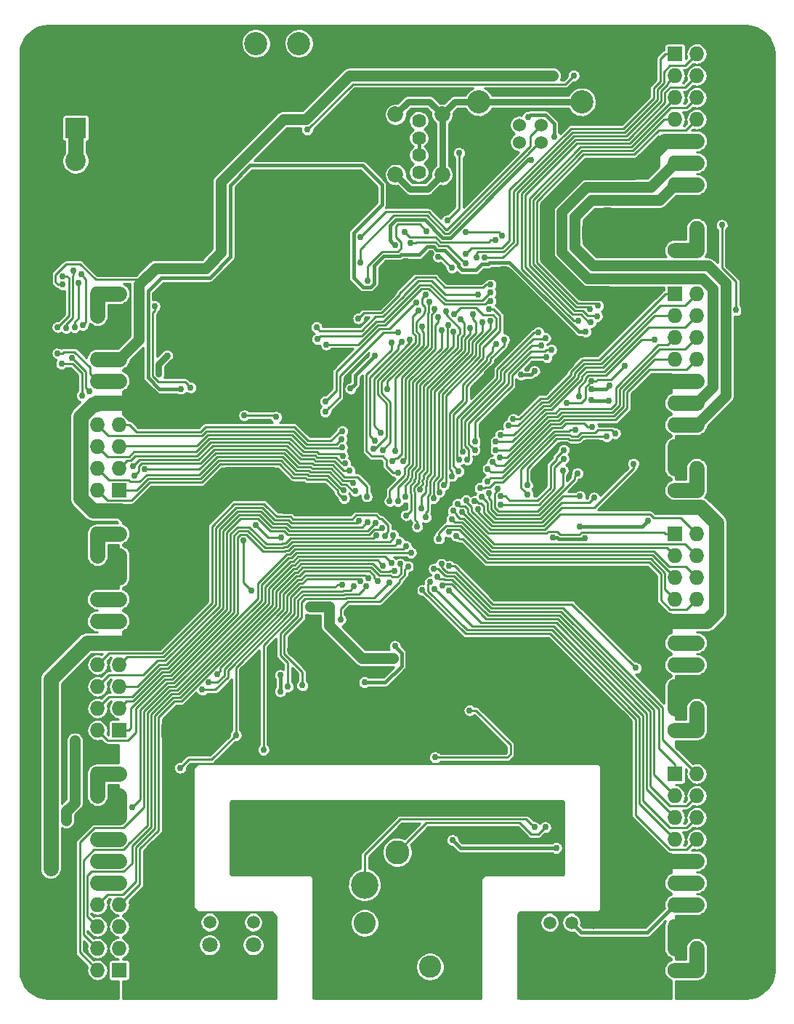
<source format=gbl>
G04 #@! TF.FileFunction,Copper,L2,Bot,Signal*
%FSLAX46Y46*%
G04 Gerber Fmt 4.6, Leading zero omitted, Abs format (unit mm)*
G04 Created by KiCad (PCBNEW 4.0.0-rc2-1-stable) date Thursday, December 31, 2015 'AMt' 08:25:51 AM*
%MOMM*%
G01*
G04 APERTURE LIST*
%ADD10C,0.100000*%
%ADD11C,2.400000*%
%ADD12R,2.400000X2.400000*%
%ADD13C,2.700000*%
%ADD14C,1.800000*%
%ADD15C,1.500000*%
%ADD16C,4.500000*%
%ADD17C,6.000000*%
%ADD18C,1.524000*%
%ADD19C,2.700020*%
%ADD20C,2.800000*%
%ADD21C,2.600000*%
%ADD22C,3.200000*%
%ADD23C,1.620000*%
%ADD24C,1.850000*%
%ADD25C,1.727200*%
%ADD26O,1.727200X1.727200*%
%ADD27R,1.727200X1.727200*%
%ADD28C,0.762000*%
%ADD29C,0.762000*%
%ADD30C,0.381000*%
%ADD31C,0.228600*%
%ADD32C,1.270000*%
%ADD33C,1.778000*%
%ADD34C,3.810000*%
%ADD35C,2.286000*%
%ADD36C,2.032000*%
%ADD37C,0.254000*%
G04 APERTURE END LIST*
D10*
D11*
X104004737Y-63873441D03*
X104004737Y-67683441D03*
X104004737Y-60063441D03*
D12*
X104004737Y-56253441D03*
D13*
X130027917Y-46400881D03*
X125027917Y-46400881D03*
D14*
X124705737Y-151358881D03*
X119625737Y-151358881D03*
D15*
X124705737Y-148728881D03*
X119625737Y-148728881D03*
X122165737Y-148728881D03*
D16*
X165599737Y-152575441D03*
D15*
X164329737Y-148765441D03*
X159249737Y-148765441D03*
X161789737Y-148765441D03*
D16*
X157979737Y-152575441D03*
D17*
X114799737Y-141597441D03*
X168139737Y-141597441D03*
X168139737Y-50157441D03*
X114799737Y-50157441D03*
X116969737Y-126450441D03*
X165969737Y-68450441D03*
X165969737Y-126450441D03*
D18*
X158267917Y-57910881D03*
X155727917Y-57910881D03*
X155727917Y-55911901D03*
X158267917Y-55911901D03*
D19*
X162997397Y-53211881D03*
X150998437Y-53211881D03*
D20*
X149747917Y-150728881D03*
X141497917Y-140558881D03*
D21*
X145307917Y-153898881D03*
X137687917Y-148818881D03*
D22*
X137687917Y-144373881D03*
X145307917Y-145008881D03*
D23*
X144009737Y-55410881D03*
X144009737Y-57410881D03*
X144009737Y-59410881D03*
D24*
X146729737Y-54680881D03*
D23*
X144009737Y-61410881D03*
D24*
X146729737Y-61680881D03*
X141289737Y-54680881D03*
X141289737Y-61680881D03*
D25*
X109084737Y-75557441D03*
D26*
X106544737Y-75557441D03*
X109084737Y-78097441D03*
X106544737Y-78097441D03*
X109084737Y-80637441D03*
X106544737Y-80637441D03*
X109084737Y-83177441D03*
X106544737Y-83177441D03*
X109084737Y-85717441D03*
X106544737Y-85717441D03*
X109084737Y-88257441D03*
X106544737Y-88257441D03*
X109084737Y-90797441D03*
X106544737Y-90797441D03*
X109084737Y-93337441D03*
X106544737Y-93337441D03*
X109084737Y-95877441D03*
X106544737Y-95877441D03*
D27*
X109084737Y-98417441D03*
D26*
X106544737Y-98417441D03*
D25*
X109084737Y-103497441D03*
D26*
X106544737Y-103497441D03*
X109084737Y-106037441D03*
X106544737Y-106037441D03*
X109084737Y-108577441D03*
X106544737Y-108577441D03*
X109084737Y-111117441D03*
X106544737Y-111117441D03*
X109084737Y-113657441D03*
X106544737Y-113657441D03*
X109084737Y-116197441D03*
X106544737Y-116197441D03*
X109084737Y-118737441D03*
X106544737Y-118737441D03*
X109084737Y-121277441D03*
X106544737Y-121277441D03*
X109084737Y-123817441D03*
X106544737Y-123817441D03*
D27*
X109084737Y-126357441D03*
D26*
X106544737Y-126357441D03*
D25*
X109084737Y-131437441D03*
D26*
X106544737Y-131437441D03*
X109084737Y-133977441D03*
X106544737Y-133977441D03*
X109084737Y-136517441D03*
X106544737Y-136517441D03*
X109084737Y-139057441D03*
X106544737Y-139057441D03*
X109084737Y-141597441D03*
X106544737Y-141597441D03*
X109084737Y-144137441D03*
X106544737Y-144137441D03*
X109084737Y-146677441D03*
X106544737Y-146677441D03*
X109084737Y-149217441D03*
X106544737Y-149217441D03*
X109084737Y-151757441D03*
X106544737Y-151757441D03*
D27*
X109084737Y-154297441D03*
D26*
X106544737Y-154297441D03*
D25*
X173854737Y-154297441D03*
D26*
X176394737Y-154297441D03*
X173854737Y-151757441D03*
X176394737Y-151757441D03*
X173854737Y-149217441D03*
X176394737Y-149217441D03*
X173854737Y-146677441D03*
X176394737Y-146677441D03*
X173854737Y-144137441D03*
X176394737Y-144137441D03*
X173854737Y-141597441D03*
X176394737Y-141597441D03*
X173854737Y-139057441D03*
X176394737Y-139057441D03*
X173854737Y-136517441D03*
X176394737Y-136517441D03*
X173854737Y-133977441D03*
X176394737Y-133977441D03*
D27*
X173854737Y-131437441D03*
D26*
X176394737Y-131437441D03*
D25*
X173854737Y-126357441D03*
D26*
X176394737Y-126357441D03*
X173854737Y-123817441D03*
X176394737Y-123817441D03*
X173854737Y-121277441D03*
X176394737Y-121277441D03*
X173854737Y-118737441D03*
X176394737Y-118737441D03*
X173854737Y-116197441D03*
X176394737Y-116197441D03*
X173854737Y-113657441D03*
X176394737Y-113657441D03*
X173854737Y-111117441D03*
X176394737Y-111117441D03*
X173854737Y-108577441D03*
X176394737Y-108577441D03*
X173854737Y-106037441D03*
X176394737Y-106037441D03*
D27*
X173854737Y-103497441D03*
D26*
X176394737Y-103497441D03*
D25*
X173854737Y-98417441D03*
D26*
X176394737Y-98417441D03*
X173854737Y-95877441D03*
X176394737Y-95877441D03*
X173854737Y-93337441D03*
X176394737Y-93337441D03*
X173854737Y-90797441D03*
X176394737Y-90797441D03*
X173854737Y-88257441D03*
X176394737Y-88257441D03*
X173854737Y-85717441D03*
X176394737Y-85717441D03*
X173854737Y-83177441D03*
X176394737Y-83177441D03*
X173854737Y-80637441D03*
X176394737Y-80637441D03*
X173854737Y-78097441D03*
X176394737Y-78097441D03*
D27*
X173854737Y-75557441D03*
D26*
X176394737Y-75557441D03*
D25*
X173854737Y-70477441D03*
D26*
X176394737Y-70477441D03*
X173854737Y-67937441D03*
X176394737Y-67937441D03*
X173854737Y-65397441D03*
X176394737Y-65397441D03*
X173854737Y-62857441D03*
X176394737Y-62857441D03*
X173854737Y-60317441D03*
X176394737Y-60317441D03*
X173854737Y-57777441D03*
X176394737Y-57777441D03*
X173854737Y-55237441D03*
X176394737Y-55237441D03*
X173854737Y-52697441D03*
X176394737Y-52697441D03*
X173854737Y-50157441D03*
X176394737Y-50157441D03*
D27*
X173854737Y-47617441D03*
D26*
X176394737Y-47617441D03*
D17*
X116969737Y-68450441D03*
D28*
X163313737Y-103992714D03*
X103903137Y-128897441D03*
X103903137Y-127576641D03*
X101918757Y-79436295D03*
X101918757Y-82474548D03*
X138885705Y-82753058D03*
X136046837Y-86608981D03*
X159605319Y-103953409D03*
X102937937Y-135780841D03*
X102937937Y-136873041D03*
X141215737Y-116578441D03*
X102471757Y-73502284D03*
X137659737Y-120769441D03*
X146255965Y-71233610D03*
X147852970Y-72547328D03*
X142381597Y-68392101D03*
X152907357Y-69281101D03*
X141252749Y-69915402D03*
X157113898Y-59957422D03*
X164140325Y-86686880D03*
X147311746Y-67029409D03*
X166268974Y-86249840D03*
X148708737Y-59174441D03*
X164102066Y-87943630D03*
X166187572Y-88032476D03*
X136457643Y-109638153D03*
X125899537Y-128643441D03*
X135065664Y-109408125D03*
X116196737Y-130738943D03*
X122683257Y-126941641D03*
X147946737Y-139184441D03*
X160011737Y-140073439D03*
X132516237Y-112006445D03*
X133532237Y-112006441D03*
X131373231Y-112006441D03*
X102476828Y-74464282D03*
X158487735Y-50157441D03*
X159630737Y-50157441D03*
X140961737Y-117975441D03*
X139945737Y-117975441D03*
X138929737Y-117975441D03*
X162723725Y-102651039D03*
X134865737Y-113479641D03*
X142759175Y-107283295D03*
X170679737Y-101973441D03*
X116272780Y-86644484D03*
X163470686Y-79980612D03*
X117414696Y-86467944D03*
X127372737Y-89908441D03*
X127983028Y-103883606D03*
X125005048Y-102469229D03*
X123668195Y-89718111D03*
X113202717Y-76981963D03*
X142499868Y-104937844D03*
X110583337Y-135298241D03*
X147561074Y-107261540D03*
X169282737Y-119118441D03*
X135232489Y-98406569D03*
X135311448Y-99365729D03*
X135433411Y-95323161D03*
X136628264Y-98508331D03*
X135059725Y-93448713D03*
X135136865Y-94407627D03*
X135089805Y-91529803D03*
X135006317Y-92488185D03*
X141031087Y-103667081D03*
X141678017Y-104404221D03*
X139083073Y-103669520D03*
X139722856Y-102820137D03*
X138964574Y-102228127D03*
X138008634Y-102120208D03*
X137052118Y-102016950D03*
X140070381Y-103717184D03*
X137162517Y-108981725D03*
X118736737Y-121658441D03*
X143085518Y-105702326D03*
X119523458Y-120794162D03*
X138101733Y-108677997D03*
X140851724Y-106927896D03*
X120485492Y-119832127D03*
X139213941Y-109034099D03*
X139845422Y-107226252D03*
X141825335Y-106997561D03*
X141200602Y-107824417D03*
X145762337Y-107581761D03*
X146632651Y-107009555D03*
X146139724Y-108487759D03*
X146751980Y-109474942D03*
X147513531Y-110066608D03*
X145852881Y-109916021D03*
X145321807Y-109113882D03*
X144407190Y-110051099D03*
X148522312Y-100032506D03*
X149517172Y-99591018D03*
X147989045Y-100833188D03*
X149047972Y-100968317D03*
X146341853Y-104069534D03*
X147829897Y-101800723D03*
X147546360Y-103276695D03*
X148396013Y-103727867D03*
X155007285Y-90150478D03*
X154434249Y-90923198D03*
X153530984Y-92000919D03*
X152971681Y-92783637D03*
X152968757Y-93745644D03*
X153423363Y-94642157D03*
X152611943Y-95158940D03*
X152040856Y-95933102D03*
X149427961Y-70936388D03*
X151383607Y-78839859D03*
X144810158Y-101584443D03*
X150742098Y-71349502D03*
X152339905Y-78735165D03*
X145754106Y-99351118D03*
X151704101Y-71349531D03*
X152184441Y-77341290D03*
X146920423Y-97820700D03*
X159439005Y-82066767D03*
X162587779Y-78671582D03*
X150527321Y-93724183D03*
X158906890Y-82967062D03*
X150539660Y-92762251D03*
X164024936Y-78859442D03*
X158233737Y-81551841D03*
X149671183Y-94863235D03*
X164761537Y-78199041D03*
X158744046Y-80694891D03*
X163954803Y-77378095D03*
X149136491Y-93972416D03*
X157946365Y-80057694D03*
X148709477Y-94837339D03*
X164913937Y-76949486D03*
X124532988Y-110124244D03*
X123575334Y-104250439D03*
X152374025Y-74467278D03*
X136961237Y-78414933D03*
X138040735Y-74033441D03*
X144898897Y-68237801D03*
X153712538Y-68750242D03*
X149470301Y-68341437D03*
X146636058Y-79791532D03*
X140616154Y-99692371D03*
X149986235Y-79515881D03*
X144158014Y-98328686D03*
X162642452Y-87512840D03*
X130984617Y-56464261D03*
X157473404Y-84572774D03*
X155928715Y-84993971D03*
X153929432Y-80860415D03*
X148657367Y-96227960D03*
X162043737Y-50157441D03*
X179315737Y-67556441D03*
X180966737Y-77462441D03*
X171441737Y-80891441D03*
X153015721Y-81387670D03*
X147856965Y-96770336D03*
X161228465Y-88258796D03*
X164125901Y-85724977D03*
X167975125Y-83945914D03*
X156684337Y-98900041D03*
X166869737Y-91813441D03*
X156633537Y-97858641D03*
X165912304Y-92156839D03*
X150872043Y-100595163D03*
X169016085Y-95333646D03*
X150352891Y-77952311D03*
X149438550Y-72020156D03*
X144311997Y-100535801D03*
X143071982Y-69661499D03*
X148881457Y-78529241D03*
X143816697Y-102664321D03*
X148142317Y-77894241D03*
X146405857Y-98633527D03*
X147195517Y-77603422D03*
X142518865Y-101343627D03*
X146229697Y-78280321D03*
X142161023Y-95009473D03*
X145812460Y-77299365D03*
X140932499Y-95066533D03*
X145226409Y-76518784D03*
X141291937Y-93822581D03*
X144774155Y-75669707D03*
X139800957Y-93771781D03*
X143674004Y-76550863D03*
X133097257Y-88067512D03*
X143986391Y-77482315D03*
X138715277Y-93607647D03*
X142966567Y-80852913D03*
X139561504Y-91704416D03*
X142000597Y-81186081D03*
X138875798Y-92649001D03*
X133089689Y-89275393D03*
X141580358Y-80059257D03*
X140832079Y-81259234D03*
X141578957Y-96418461D03*
X144388215Y-79374789D03*
X140315223Y-86611521D03*
X147428620Y-79185803D03*
X141578149Y-99698027D03*
X148027556Y-79943769D03*
X142402694Y-99191363D03*
X140604562Y-109163773D03*
X130420737Y-121150441D03*
X137875923Y-109627934D03*
X128743415Y-121305089D03*
X160860360Y-94756367D03*
X153548822Y-100093751D03*
X160910257Y-93723140D03*
X153554984Y-99131768D03*
X162240578Y-91363862D03*
X151121737Y-98178681D03*
X151966273Y-97383529D03*
X164206528Y-91037604D03*
X164430608Y-99289040D03*
X150482248Y-99713665D03*
X162796217Y-99116881D03*
X151306268Y-99211840D03*
X162510960Y-96433585D03*
X152164695Y-98776548D03*
X160773737Y-96146989D03*
X153169971Y-98250152D03*
X110662117Y-95641023D03*
X103881728Y-79451499D03*
X103557057Y-82990121D03*
X105641540Y-86933461D03*
X135910169Y-96158726D03*
X104352637Y-74257482D03*
X112052698Y-95982203D03*
X102923620Y-79538077D03*
X104734022Y-87403922D03*
X136369417Y-97551301D03*
X102353737Y-83685441D03*
X103775184Y-72828307D03*
X110862737Y-96715641D03*
X137938413Y-99166782D03*
X104639737Y-73296841D03*
X104835231Y-79229504D03*
X150622006Y-86233000D03*
X158220423Y-109464930D03*
X156328737Y-109339441D03*
X156328739Y-108323441D03*
X101083737Y-140454429D03*
X145373643Y-70850217D03*
X139493617Y-95204341D03*
X142561937Y-119626441D03*
X159122735Y-94632841D03*
X153075055Y-83454659D03*
X128452237Y-100258941D03*
X128452235Y-99242941D03*
X132262241Y-98099941D03*
X157201857Y-77132241D03*
X139194827Y-75398743D03*
X155312737Y-76192441D03*
X143501737Y-114482941D03*
X137124226Y-88942652D03*
X135818237Y-85336441D03*
X133341737Y-85590441D03*
X134167237Y-83177441D03*
X136770737Y-114790921D03*
X160082238Y-110482441D03*
X158614737Y-108323441D03*
X154296738Y-110863442D03*
X101083743Y-136593641D03*
X164964737Y-60063441D03*
X123566092Y-98960399D03*
X163577255Y-93369799D03*
X163577255Y-94619799D03*
X164827255Y-93369799D03*
X164827255Y-94619799D03*
X135364304Y-72013031D03*
X137024747Y-63619441D03*
X138040737Y-63619441D03*
X134408531Y-72001441D03*
X124451737Y-70350441D03*
X123562731Y-97909441D03*
X129912737Y-63492441D03*
X127626737Y-63492441D03*
X128769737Y-63492441D03*
X149216737Y-128710121D03*
X153915737Y-128837121D03*
X101083737Y-142486441D03*
X101083737Y-141470445D03*
X143882731Y-124960441D03*
X143247741Y-126230441D03*
X142104731Y-126230441D03*
X142104737Y-127373435D03*
X143247741Y-127373441D03*
X132366377Y-74287451D03*
X130334377Y-74287441D03*
X129491097Y-116959431D03*
X131523097Y-116959441D03*
X170639097Y-108323441D03*
X168647737Y-108323441D03*
X167885737Y-115435441D03*
X169877097Y-115435441D03*
X116069737Y-112641441D03*
X114078377Y-112641441D03*
X116283097Y-102735441D03*
X114251097Y-102735431D03*
X115267097Y-102735441D03*
X115094377Y-112641441D03*
X130507097Y-116959441D03*
X169623097Y-108323441D03*
X168861097Y-115435441D03*
X131350377Y-74287441D03*
X119371737Y-80383441D03*
X118101737Y-79780441D03*
X118101737Y-78605441D03*
X116926737Y-78605441D03*
X116926737Y-79780441D03*
X137786737Y-128770441D03*
X136008737Y-128770441D03*
X136897737Y-128770441D03*
X131055737Y-49141441D03*
X130039737Y-49150881D03*
X129023737Y-49141441D03*
X125975737Y-49150881D03*
X124959737Y-49150881D03*
X123943737Y-49150881D03*
X127861668Y-119955931D03*
X127861668Y-121848941D03*
X114672739Y-82745641D03*
X113679858Y-84851566D03*
X149927937Y-124046041D03*
X145914737Y-129532441D03*
X137161257Y-71894184D03*
X159757737Y-57269441D03*
X156709737Y-54983441D03*
X137215237Y-68953440D03*
X158741737Y-137660451D03*
X157471737Y-137660439D03*
X152391737Y-142359451D03*
X124324737Y-141724441D03*
X124324737Y-142613441D03*
X153026737Y-134993441D03*
X160011737Y-137660441D03*
X147565737Y-134993441D03*
X137786737Y-136136441D03*
X136008737Y-136136441D03*
X136897737Y-136136441D03*
X150949277Y-75637039D03*
X132076624Y-79458950D03*
X152339905Y-76390696D03*
X133228880Y-81454299D03*
X152339895Y-75428685D03*
X132179685Y-80849572D03*
D29*
X141289737Y-54680881D02*
X142765177Y-53205441D01*
X142765177Y-53205441D02*
X145254297Y-53205441D01*
X145254297Y-53205441D02*
X146729737Y-54680881D01*
X146729737Y-61680881D02*
X145045177Y-63365441D01*
X145045177Y-63365441D02*
X142974297Y-63365441D01*
X142974297Y-63365441D02*
X142214736Y-62605880D01*
X142214736Y-62605880D02*
X141289737Y-61680881D01*
X146729737Y-61680881D02*
X146729737Y-54680881D01*
X150998437Y-53211881D02*
X162997397Y-53211881D01*
X150998437Y-53211881D02*
X148198737Y-53211881D01*
X148198737Y-53211881D02*
X146729737Y-54680881D01*
D30*
X159605319Y-103953409D02*
X160144134Y-103953409D01*
X160304191Y-104113466D02*
X163192985Y-104113466D01*
X163192985Y-104113466D02*
X163313737Y-103992714D01*
X160144134Y-103953409D02*
X160304191Y-104113466D01*
D31*
X105681138Y-84110554D02*
X103865403Y-82294819D01*
X105681138Y-84853842D02*
X105681138Y-84110554D01*
X106544737Y-85717441D02*
X105681138Y-84853842D01*
X102457572Y-82474548D02*
X101918757Y-82474548D01*
X102637301Y-82294819D02*
X102457572Y-82474548D01*
X103865403Y-82294819D02*
X102637301Y-82294819D01*
D32*
X103903137Y-134815641D02*
X103903137Y-127576641D01*
X102937937Y-136822242D02*
X102912537Y-136847642D01*
X102937937Y-135780841D02*
X102937937Y-136822242D01*
D31*
X102299756Y-79055296D02*
X101918757Y-79436295D01*
X103228725Y-73720437D02*
X103228725Y-78126327D01*
X103010572Y-73502284D02*
X103228725Y-73720437D01*
X102471757Y-73502284D02*
X103010572Y-73502284D01*
X103228725Y-78126327D02*
X102299756Y-79055296D01*
D30*
X136046837Y-86608981D02*
X136590397Y-86065421D01*
X136590397Y-85048366D02*
X138504706Y-83134057D01*
X138504706Y-83134057D02*
X138885705Y-82753058D01*
X136590397Y-86065421D02*
X136590397Y-85048366D01*
X137659737Y-120769441D02*
X140099313Y-120769441D01*
X140099313Y-120769441D02*
X141987247Y-118881507D01*
X141987247Y-118881507D02*
X141987247Y-117349951D01*
X141987247Y-117349951D02*
X141596736Y-116959440D01*
X141596736Y-116959440D02*
X141215737Y-116578441D01*
D32*
X160664725Y-66000742D02*
X163520038Y-63145429D01*
X178280725Y-86371453D02*
X178280725Y-74929499D01*
X177106679Y-73755453D02*
X163698991Y-73755453D01*
X176394737Y-88257441D02*
X178280725Y-86371453D01*
X163520038Y-63145429D02*
X171026749Y-63145429D01*
X178280725Y-74929499D02*
X177106679Y-73755453D01*
X171026749Y-63145429D02*
X172991138Y-61181040D01*
X160664725Y-70721187D02*
X160664725Y-66000742D01*
X163698991Y-73755453D02*
X160664725Y-70721187D01*
X172991138Y-61181040D02*
X173854737Y-60317441D01*
X103318936Y-135399842D02*
X102937937Y-135780841D01*
X103903137Y-134815641D02*
X103318936Y-135399842D01*
D33*
X106544737Y-141597441D02*
X109084737Y-141597441D01*
X106544737Y-113657441D02*
X109084737Y-113657441D01*
X106544737Y-85717441D02*
X109084737Y-85717441D01*
X173854737Y-60317441D02*
X176394737Y-60317441D01*
X173854737Y-88257441D02*
X176394737Y-88257441D01*
X173854737Y-116197441D02*
X176394737Y-116197441D01*
X173854737Y-144137441D02*
X176394737Y-144137441D01*
D31*
X147852970Y-72547328D02*
X146539252Y-71233610D01*
X146539252Y-71233610D02*
X146255965Y-71233610D01*
X146511068Y-69507340D02*
X145967328Y-68963600D01*
X152142303Y-69507340D02*
X146511068Y-69507340D01*
X145967328Y-68963600D02*
X142953096Y-68963600D01*
X152907357Y-69281101D02*
X152368542Y-69281101D01*
X152368542Y-69281101D02*
X152142303Y-69507340D01*
X142762596Y-68773100D02*
X142381597Y-68392101D01*
X142953096Y-68963600D02*
X142762596Y-68773100D01*
D30*
X157113898Y-59957422D02*
X157092917Y-59936441D01*
X157092917Y-59936441D02*
X156753809Y-59936441D01*
X156753809Y-59936441D02*
X147687720Y-69002530D01*
X147687720Y-69002530D02*
X146775449Y-69002530D01*
X146775449Y-69002530D02*
X144726083Y-66953163D01*
X144726083Y-66953163D02*
X141318117Y-66953163D01*
X141318117Y-66953163D02*
X140635384Y-67635896D01*
X140635384Y-67635896D02*
X140635384Y-69298037D01*
X140635384Y-69298037D02*
X140871750Y-69534403D01*
X140871750Y-69534403D02*
X141252749Y-69915402D01*
X166268974Y-86249840D02*
X165831934Y-86686880D01*
X165831934Y-86686880D02*
X164679140Y-86686880D01*
X164679140Y-86686880D02*
X164140325Y-86686880D01*
D31*
X148708737Y-59174441D02*
X148708737Y-65632418D01*
X147692745Y-66648410D02*
X147311746Y-67029409D01*
X148708737Y-65632418D02*
X147692745Y-66648410D01*
D30*
X164190912Y-88032476D02*
X164102066Y-87943630D01*
X166187572Y-88032476D02*
X164190912Y-88032476D01*
D31*
X129514411Y-112850608D02*
X129514411Y-111065473D01*
X136010188Y-110085608D02*
X136076644Y-110019152D01*
X135222129Y-110085608D02*
X136010188Y-110085608D01*
X130379966Y-110199918D02*
X135107819Y-110199918D01*
X125899537Y-116465482D02*
X129514411Y-112850608D01*
X125899537Y-128643441D02*
X125899537Y-116465482D01*
X135107819Y-110199918D02*
X135222129Y-110085608D01*
X136076644Y-110019152D02*
X136457643Y-109638153D01*
X129514411Y-111065473D02*
X130379966Y-110199918D01*
X129085800Y-110887937D02*
X130269129Y-109704608D01*
X130269129Y-109704608D02*
X134230366Y-109704608D01*
X122683257Y-126941641D02*
X122683257Y-119075616D01*
X122683257Y-119075616D02*
X129085800Y-112673073D01*
X134526849Y-109408125D02*
X135065664Y-109408125D01*
X134230366Y-109704608D02*
X134526849Y-109408125D01*
X129085800Y-112673073D02*
X129085800Y-110887937D01*
X116577736Y-130357944D02*
X116196737Y-130738943D01*
X117170938Y-129764742D02*
X116577736Y-130357944D01*
X122683257Y-126941641D02*
X119860156Y-129764742D01*
X119860156Y-129764742D02*
X117170938Y-129764742D01*
D30*
X147946737Y-139184441D02*
X148835735Y-140073439D01*
X148835735Y-140073439D02*
X159472922Y-140073439D01*
X159472922Y-140073439D02*
X160011737Y-140073439D01*
X162930238Y-149905942D02*
X170626236Y-149905942D01*
D31*
X113280049Y-72563430D02*
X111937038Y-73906441D01*
X111937038Y-73906441D02*
X106341537Y-73906441D01*
X106341537Y-73906441D02*
X104538137Y-72103041D01*
X102880443Y-72103041D02*
X101665606Y-73317878D01*
X104538137Y-72103041D02*
X102880443Y-72103041D01*
X101665606Y-73317878D02*
X101665606Y-74191875D01*
X101665606Y-74191875D02*
X101938013Y-74464282D01*
X101938013Y-74464282D02*
X102476828Y-74464282D01*
D32*
X130858091Y-55248259D02*
X135948909Y-50157441D01*
X159091922Y-50157441D02*
X159630737Y-50157441D01*
X135948909Y-50157441D02*
X159091922Y-50157441D01*
X128182220Y-55248259D02*
X130858091Y-55248259D01*
X120949726Y-62480753D02*
X128182220Y-55248259D01*
X120949726Y-70735754D02*
X120949726Y-62480753D01*
X119122050Y-72563430D02*
X120949726Y-70735754D01*
X113280049Y-72563430D02*
X119122050Y-72563430D01*
X164128936Y-64615440D02*
X162134736Y-66609640D01*
X179750736Y-87441442D02*
X177258336Y-89933842D01*
X177258336Y-89933842D02*
X176394737Y-90797441D01*
X173854737Y-62857441D02*
X172096738Y-64615440D01*
X172096738Y-64615440D02*
X164128936Y-64615440D01*
X162134736Y-66609640D02*
X162134736Y-70112286D01*
X162134736Y-70112286D02*
X164307892Y-72285442D01*
X177715577Y-72285442D02*
X179750736Y-74320601D01*
X164307892Y-72285442D02*
X177715577Y-72285442D01*
X179750736Y-74320601D02*
X179750736Y-87441442D01*
X131373237Y-112006441D02*
X133532237Y-112006441D01*
X133532237Y-112545256D02*
X133532237Y-112006441D01*
X133532237Y-114149023D02*
X133532237Y-112545256D01*
X137358655Y-117975441D02*
X133532237Y-114149023D01*
X138929737Y-117975441D02*
X137358655Y-117975441D01*
X111405705Y-80856473D02*
X111405705Y-74437774D01*
X111405705Y-74437774D02*
X113280049Y-72563430D01*
X109084737Y-83177441D02*
X111405705Y-80856473D01*
D30*
X161789737Y-148765441D02*
X162930238Y-149905942D01*
X170626236Y-149905942D02*
X172991138Y-147541040D01*
X172991138Y-147541040D02*
X173854737Y-146677441D01*
D32*
X159630737Y-50157441D02*
X158487735Y-50157441D01*
X139945737Y-117975441D02*
X140961737Y-117975441D01*
X139945737Y-117975441D02*
X138929737Y-117975441D01*
D33*
X106544737Y-139057441D02*
X109084737Y-139057441D01*
X106544737Y-111117441D02*
X109084737Y-111117441D01*
X106544737Y-83177441D02*
X109084737Y-83177441D01*
X173854737Y-62857441D02*
X176394737Y-62857441D01*
X173854737Y-90797441D02*
X176394737Y-90797441D01*
X173854737Y-118737441D02*
X176394737Y-118737441D01*
X173854737Y-146677441D02*
X176394737Y-146677441D01*
D31*
X142759175Y-107283295D02*
X142378176Y-107664294D01*
X142378176Y-107664294D02*
X142378176Y-108282036D01*
X142378176Y-108282036D02*
X141733879Y-108926333D01*
X141733879Y-108926333D02*
X141733879Y-109075299D01*
X141733879Y-109075299D02*
X139437737Y-111371441D01*
X134865737Y-112260441D02*
X134865737Y-113479641D01*
X139437737Y-111371441D02*
X135754737Y-111371441D01*
X135754737Y-111371441D02*
X134865737Y-112260441D01*
D30*
X163262540Y-102651039D02*
X162723725Y-102651039D01*
X170679737Y-101973441D02*
X170002139Y-102651039D01*
X170002139Y-102651039D02*
X163262540Y-102651039D01*
D33*
X176394737Y-154297441D02*
X173854737Y-154297441D01*
X176394737Y-154297441D02*
X176394737Y-151757441D01*
X176394737Y-126357441D02*
X173854737Y-126357441D01*
X176394737Y-126357441D02*
X176394737Y-123817441D01*
X176394737Y-98417441D02*
X173854737Y-98417441D01*
X176394737Y-98417441D02*
X176394737Y-95877441D01*
X176394737Y-70477441D02*
X173854737Y-70477441D01*
X176394737Y-70477441D02*
X176394737Y-67937441D01*
X106544737Y-75557441D02*
X109084737Y-75557441D01*
X106544737Y-75557441D02*
X106544737Y-78097441D01*
X106544737Y-103497441D02*
X109084737Y-103497441D01*
X106544737Y-103497441D02*
X106544737Y-106037441D01*
X106544737Y-131437441D02*
X109084737Y-131437441D01*
X106544737Y-131437441D02*
X106544737Y-133977441D01*
D30*
X112431216Y-85300150D02*
X113775550Y-86644484D01*
X144070023Y-71017219D02*
X141893888Y-71017219D01*
X152074422Y-72121032D02*
X151333780Y-72121032D01*
X136389737Y-68446619D02*
X139691737Y-65144619D01*
X139691737Y-62857441D02*
X137431137Y-60596841D01*
X137431137Y-60596841D02*
X124350137Y-60596841D01*
X147031387Y-70440761D02*
X146082000Y-70440761D01*
X145015134Y-70072108D02*
X144070023Y-71017219D01*
X150653908Y-72800904D02*
X149074030Y-72800904D01*
X138812241Y-74403763D02*
X138411061Y-74804943D01*
X138812241Y-72245937D02*
X138812241Y-74403763D01*
X122038737Y-62908241D02*
X122038737Y-71264841D01*
X146082000Y-70440761D02*
X145713347Y-70072108D01*
X148654747Y-72381621D02*
X148654747Y-72064121D01*
X149074030Y-72800904D02*
X148654747Y-72381621D01*
X151333780Y-72121032D02*
X150653908Y-72800904D01*
X163470686Y-79980612D02*
X162645798Y-79980612D01*
X162645798Y-79980612D02*
X154577148Y-71911962D01*
X154577148Y-71911962D02*
X152283492Y-71911962D01*
X148654747Y-72064121D02*
X147031387Y-70440761D01*
X152283492Y-71911962D02*
X152074422Y-72121032D01*
X145713347Y-70072108D02*
X145015134Y-70072108D01*
X141893888Y-71017219D02*
X141795593Y-71115514D01*
X136389737Y-73687853D02*
X136389737Y-68446619D01*
X141795593Y-71115514D02*
X139942664Y-71115514D01*
X139942664Y-71115514D02*
X138812241Y-72245937D01*
X115733965Y-86644484D02*
X116272780Y-86644484D01*
X138411061Y-74804943D02*
X137506827Y-74804943D01*
X137506827Y-74804943D02*
X136389737Y-73687853D01*
X122038737Y-71264841D02*
X119625737Y-73677841D01*
X139691737Y-65144619D02*
X139691737Y-62857441D01*
X113986937Y-73677841D02*
X112431216Y-75233562D01*
X124350137Y-60596841D02*
X122038737Y-62908241D01*
X119625737Y-73677841D02*
X113986937Y-73677841D01*
X112431216Y-75233562D02*
X112431216Y-85300150D01*
X113775550Y-86644484D02*
X115733965Y-86644484D01*
D31*
X117033697Y-86086945D02*
X117414696Y-86467944D01*
X113202717Y-77520778D02*
X112984547Y-77738948D01*
X113645037Y-85800061D02*
X116746813Y-85800061D01*
X112984547Y-85139571D02*
X113645037Y-85800061D01*
X113202717Y-76981963D02*
X113202717Y-77520778D01*
X112984547Y-77738948D02*
X112984547Y-85139571D01*
X116746813Y-85800061D02*
X117033697Y-86086945D01*
X127182407Y-89718111D02*
X127372737Y-89908441D01*
X123668195Y-89718111D02*
X127182407Y-89718111D01*
X126419425Y-103883606D02*
X127444213Y-103883606D01*
X127444213Y-103883606D02*
X127983028Y-103883606D01*
X125005048Y-102469229D02*
X126419425Y-103883606D01*
X111512381Y-134369197D02*
X111512381Y-123971896D01*
X110583337Y-135298241D02*
X111512381Y-134369197D01*
X142153776Y-105283936D02*
X142499868Y-104937844D01*
X128671305Y-105847109D02*
X129008932Y-105847109D01*
X125228289Y-111075265D02*
X125228289Y-109290125D01*
X115457911Y-120845643D02*
X125228289Y-111075265D01*
X114638634Y-120845643D02*
X115457911Y-120845643D01*
X111512381Y-123971896D02*
X114638634Y-120845643D01*
X129572105Y-105283936D02*
X142153776Y-105283936D01*
X129008932Y-105847109D02*
X129572105Y-105283936D01*
X125228289Y-109290125D02*
X128671305Y-105847109D01*
X148099889Y-107261540D02*
X147561074Y-107261540D01*
X169282737Y-119118441D02*
X161850039Y-111685743D01*
X152586299Y-111685743D02*
X148162096Y-107261540D01*
X161850039Y-111685743D02*
X152586299Y-111685743D01*
X148162096Y-107261540D02*
X148099889Y-107261540D01*
X118554839Y-97074430D02*
X120672545Y-94956724D01*
X135094391Y-98406569D02*
X135232489Y-98406569D01*
X131172626Y-96730107D02*
X133417929Y-96730107D01*
X112437801Y-97074430D02*
X118554839Y-97074430D01*
X130974038Y-96531519D02*
X131172626Y-96730107D01*
X133417929Y-96730107D02*
X135094391Y-98406569D01*
X129527562Y-96531519D02*
X130974038Y-96531519D01*
X111094791Y-98417441D02*
X112437801Y-97074430D01*
X109084737Y-98417441D02*
X111094791Y-98417441D01*
X120672545Y-94956724D02*
X127952767Y-94956724D01*
X127952767Y-94956724D02*
X129527562Y-96531519D01*
X134537185Y-98455510D02*
X134537185Y-98743493D01*
X127775231Y-95385335D02*
X129350026Y-96960130D01*
X130988717Y-97158718D02*
X133240393Y-97158718D01*
X134537185Y-98743493D02*
X135159421Y-99365729D01*
X106544737Y-98417441D02*
X107722638Y-99595342D01*
X107722638Y-99595342D02*
X110523036Y-99595342D01*
X110523036Y-99595342D02*
X112615337Y-97503041D01*
X112615337Y-97503041D02*
X118732375Y-97503041D01*
X118732375Y-97503041D02*
X120850081Y-95385335D01*
X120850081Y-95385335D02*
X127775231Y-95385335D01*
X129350026Y-96960130D02*
X130790129Y-96960130D01*
X130790129Y-96960130D02*
X130988717Y-97158718D01*
X133240393Y-97158718D02*
X134537185Y-98455510D01*
X135159421Y-99365729D02*
X135311448Y-99365729D01*
X109084737Y-95877441D02*
X110016325Y-94945853D01*
X110962169Y-94429641D02*
X118168893Y-94429641D01*
X110016325Y-94945853D02*
X110445957Y-94945853D01*
X110445957Y-94945853D02*
X110962169Y-94429641D01*
X132160175Y-94587052D02*
X134305611Y-94587052D01*
X118168893Y-94429641D02*
X119784865Y-92813669D01*
X119784865Y-92813669D02*
X128840447Y-92813669D01*
X128840447Y-92813669D02*
X130415242Y-94388464D01*
X134305611Y-94587052D02*
X135041720Y-95323161D01*
X130415242Y-94388464D02*
X131950465Y-94388464D01*
X131950465Y-94388464D02*
X132148045Y-94586044D01*
X132148045Y-94586044D02*
X132160175Y-94587052D01*
X135041720Y-95323161D02*
X135433411Y-95323161D01*
X128130303Y-94528113D02*
X129705098Y-96102908D01*
X110170799Y-97230551D02*
X110373467Y-97433219D01*
X131371415Y-96301496D02*
X133595465Y-96301496D01*
X129705098Y-96102908D02*
X131172827Y-96102908D01*
X133595465Y-96301496D02*
X135005218Y-97711249D01*
X135005218Y-97711249D02*
X135525717Y-97711249D01*
X131172827Y-96102908D02*
X131371415Y-96301496D01*
X118377303Y-96645819D02*
X120495009Y-94528113D01*
X112260265Y-96645819D02*
X118377303Y-96645819D01*
X110373467Y-97433219D02*
X111472866Y-97433219D01*
X107897847Y-97230551D02*
X110170799Y-97230551D01*
X135525717Y-97711249D02*
X136322799Y-98508331D01*
X111472866Y-97433219D02*
X112260265Y-96645819D01*
X120495009Y-94528113D02*
X128130303Y-94528113D01*
X106544737Y-95877441D02*
X107897847Y-97230551D01*
X136322799Y-98508331D02*
X136628264Y-98508331D01*
X109084737Y-93337441D02*
X109135537Y-93286641D01*
X109135537Y-93286641D02*
X118099599Y-93286641D01*
X118099599Y-93286641D02*
X119429793Y-91956447D01*
X119429793Y-91956447D02*
X129195519Y-91956447D01*
X134977196Y-93531242D02*
X135059725Y-93448713D01*
X129195519Y-91956447D02*
X130770312Y-93531242D01*
X130770312Y-93531242D02*
X134977196Y-93531242D01*
X129017983Y-92385058D02*
X130592776Y-93959853D01*
X130592776Y-93959853D02*
X132138592Y-93959853D01*
X119607329Y-92385058D02*
X129017983Y-92385058D01*
X110268421Y-94517242D02*
X110816411Y-93969252D01*
X107724538Y-94517242D02*
X110268421Y-94517242D01*
X106544737Y-93337441D02*
X107724538Y-94517242D01*
X132138592Y-93959853D02*
X132337180Y-94158441D01*
X110816411Y-93969252D02*
X118023135Y-93969252D01*
X118023135Y-93969252D02*
X119607329Y-92385058D01*
X132337180Y-94158441D02*
X134887679Y-94158441D01*
X134887679Y-94158441D02*
X135136865Y-94407627D01*
X109084737Y-90797441D02*
X110306051Y-90797441D01*
X110306051Y-90797441D02*
X111118851Y-91610241D01*
X134886902Y-91529803D02*
X135089805Y-91529803D01*
X111118851Y-91610241D02*
X118563693Y-91610241D01*
X118563693Y-91610241D02*
X119122493Y-91051441D01*
X119122493Y-91051441D02*
X129502790Y-91051441D01*
X129502790Y-91051441D02*
X131106356Y-92655007D01*
X131106356Y-92655007D02*
X133761698Y-92655007D01*
X133761698Y-92655007D02*
X134886902Y-91529803D01*
X106544737Y-90797441D02*
X107814737Y-92067441D01*
X107814737Y-92067441D02*
X118712644Y-92067441D01*
X118712644Y-92067441D02*
X119252249Y-91527836D01*
X119252249Y-91527836D02*
X129373049Y-91527836D01*
X130928854Y-93083642D02*
X134410860Y-93083642D01*
X129373049Y-91527836D02*
X130928854Y-93083642D01*
X134410860Y-93083642D02*
X134625318Y-92869184D01*
X134625318Y-92869184D02*
X135006317Y-92488185D01*
X128183193Y-105122927D02*
X128316233Y-104989887D01*
X126062848Y-105122927D02*
X128183193Y-105122927D01*
X128316233Y-104989887D02*
X128653860Y-104989887D01*
X129217033Y-104426714D02*
X140626478Y-104426714D01*
X128653860Y-104989887D02*
X129217033Y-104426714D01*
X141031087Y-104022105D02*
X141031087Y-103667081D01*
X124066429Y-103126508D02*
X126062848Y-105122927D01*
X123028185Y-103126508D02*
X124066429Y-103126508D01*
X122451403Y-112639857D02*
X122451403Y-103703290D01*
X109084737Y-126357441D02*
X110176937Y-126357441D01*
X110437315Y-126097063D02*
X110437315Y-123815744D01*
X110176937Y-126357441D02*
X110437315Y-126097063D01*
X140626478Y-104426714D02*
X141031087Y-104022105D01*
X114264638Y-119988421D02*
X115102839Y-119988421D01*
X110437315Y-123815744D02*
X114264638Y-119988421D01*
X115102839Y-119988421D02*
X122451403Y-112639857D01*
X122451403Y-103703290D02*
X123028185Y-103126508D01*
X128493769Y-105418498D02*
X128831396Y-105418498D01*
X123221401Y-103555119D02*
X123888893Y-103555119D01*
X122880014Y-103896506D02*
X123221401Y-103555119D01*
X141297018Y-104785220D02*
X141678017Y-104404221D01*
X141226913Y-104855325D02*
X141297018Y-104785220D01*
X129394569Y-104855325D02*
X141226913Y-104855325D01*
X128831396Y-105418498D02*
X129394569Y-104855325D01*
X122880014Y-112817393D02*
X122880014Y-103896506D01*
X111018326Y-126611706D02*
X111018326Y-123840880D01*
X128360729Y-105551538D02*
X128493769Y-105418498D01*
X111018326Y-123840880D02*
X114442174Y-120417032D01*
X106544737Y-126357441D02*
X107722638Y-127535342D01*
X123888893Y-103555119D02*
X125885312Y-105551538D01*
X125885312Y-105551538D02*
X128360729Y-105551538D01*
X115280375Y-120417032D02*
X122880014Y-112817393D01*
X110094690Y-127535342D02*
X111018326Y-126611706D01*
X107722638Y-127535342D02*
X110094690Y-127535342D01*
X114442174Y-120417032D02*
X115280375Y-120417032D01*
X109084737Y-123817441D02*
X109948336Y-122953842D01*
X128138697Y-104561276D02*
X128476324Y-104561276D01*
X128476324Y-104561276D02*
X129039497Y-103998103D01*
X122022792Y-103525754D02*
X122850649Y-102697897D01*
X126240384Y-104694316D02*
X128005657Y-104694316D01*
X128005657Y-104694316D02*
X128138697Y-104561276D01*
X114087102Y-119559810D02*
X114925303Y-119559810D01*
X114925303Y-119559810D02*
X122022792Y-112462321D01*
X110693070Y-122953842D02*
X114087102Y-119559810D01*
X138754490Y-103998103D02*
X139083073Y-103669520D01*
X129039497Y-103998103D02*
X138754490Y-103998103D01*
X122022792Y-112462321D02*
X122022792Y-103525754D01*
X109948336Y-122953842D02*
X110693070Y-122953842D01*
X124243965Y-102697897D02*
X126240384Y-104694316D01*
X122850649Y-102697897D02*
X124243965Y-102697897D01*
X121594181Y-103348218D02*
X123210297Y-101732102D01*
X128697729Y-103569492D02*
X138199772Y-103569492D01*
X128316541Y-103188304D02*
X128697729Y-103569492D01*
X126707436Y-103188304D02*
X128316541Y-103188304D01*
X138815310Y-102953954D02*
X139589039Y-102953954D01*
X139589039Y-102953954D02*
X139722856Y-102820137D01*
X114747767Y-119131199D02*
X121594181Y-112284785D01*
X106544737Y-123817441D02*
X107903581Y-122458597D01*
X107903581Y-122458597D02*
X110582168Y-122458597D01*
X123210297Y-101732102D02*
X125251240Y-101732108D01*
X125251240Y-101732108D02*
X126707436Y-103188304D01*
X110582168Y-122458597D02*
X113909566Y-119131199D01*
X113909566Y-119131199D02*
X114747767Y-119131199D01*
X138199772Y-103569492D02*
X138815310Y-102953954D01*
X121594181Y-112284785D02*
X121594181Y-103348218D01*
X109084737Y-121277441D02*
X111157177Y-121277441D01*
X128875497Y-103140881D02*
X138022237Y-103140881D01*
X138022237Y-103140881D02*
X138934991Y-102228127D01*
X138934991Y-102228127D02*
X138964574Y-102228127D01*
X126884971Y-102759693D02*
X128494309Y-102759693D01*
X125428777Y-101303499D02*
X126884971Y-102759693D01*
X124610498Y-101303492D02*
X125428777Y-101303499D01*
X123032761Y-101303491D02*
X124610498Y-101303492D01*
X114570231Y-118702588D02*
X121165570Y-112107249D01*
X111157177Y-121277441D02*
X113732030Y-118702588D01*
X128494309Y-102759693D02*
X128875497Y-103140881D01*
X113732030Y-118702588D02*
X114570231Y-118702588D01*
X121165570Y-103170682D02*
X123032761Y-101303491D01*
X121165570Y-112107249D02*
X121165570Y-103170682D01*
X106544737Y-121277441D02*
X107897203Y-119924975D01*
X128671845Y-102331082D02*
X129053033Y-102712270D01*
X137627635Y-102501207D02*
X138008634Y-102120208D01*
X127062513Y-102331082D02*
X128671845Y-102331082D01*
X120736959Y-111929713D02*
X120736959Y-102992723D01*
X111903496Y-119924975D02*
X113554494Y-118273977D01*
X107897203Y-119924975D02*
X111903496Y-119924975D01*
X137416572Y-102712270D02*
X137627635Y-102501207D01*
X129053033Y-102712270D02*
X137416572Y-102712270D01*
X113554494Y-118273977D02*
X114392695Y-118273977D01*
X114392695Y-118273977D02*
X120736959Y-111929713D01*
X125606311Y-100874880D02*
X127062513Y-102331082D01*
X122854802Y-100874880D02*
X125606311Y-100874880D01*
X120736959Y-102992723D02*
X122854802Y-100874880D01*
X125783854Y-100446280D02*
X126097693Y-100760122D01*
X127240042Y-101902471D02*
X127240048Y-101902472D01*
X126097693Y-100760122D02*
X127240042Y-101902471D01*
X129164536Y-102217627D02*
X136851441Y-102217627D01*
X109976812Y-117845366D02*
X114215159Y-117845366D01*
X124399441Y-100446270D02*
X125783854Y-100446280D01*
X136851441Y-102217627D02*
X137052118Y-102016950D01*
X122677266Y-100446269D02*
X124399441Y-100446270D01*
X120308348Y-102815187D02*
X122677266Y-100446269D01*
X109084737Y-118737441D02*
X109976812Y-117845366D01*
X127240048Y-101902472D02*
X128849384Y-101902473D01*
X114215159Y-117845366D02*
X120308348Y-111752177D01*
X120308348Y-111752177D02*
X120308348Y-102815187D01*
X128913461Y-101966552D02*
X129164536Y-102217627D01*
X128849384Y-101902473D02*
X128913461Y-101966552D01*
X140418176Y-103261967D02*
X140070381Y-103609762D01*
X127417579Y-101473861D02*
X129026922Y-101473863D01*
X140070381Y-103609762D02*
X140070381Y-103717184D01*
X126275231Y-100331513D02*
X127417579Y-101473861D01*
X125961394Y-100017671D02*
X126275231Y-100331513D01*
X139426039Y-101707973D02*
X139620824Y-101707973D01*
X137405146Y-101336778D02*
X139054844Y-101336778D01*
X139054844Y-101336778D02*
X139426039Y-101707973D01*
X137390017Y-101321649D02*
X137405146Y-101336778D01*
X136251006Y-101789016D02*
X136718373Y-101321649D01*
X136718373Y-101321649D02*
X137390017Y-101321649D01*
X129342072Y-101789016D02*
X136251006Y-101789016D01*
X122499730Y-100017658D02*
X124309350Y-100017658D01*
X119879737Y-102637651D02*
X122499730Y-100017658D01*
X129026922Y-101473863D02*
X129342072Y-101789016D01*
X119879737Y-111574641D02*
X119879737Y-102637651D01*
X124309350Y-100017658D02*
X125961394Y-100017671D01*
X139620824Y-101707973D02*
X140418176Y-102505325D01*
X106544737Y-118737441D02*
X107865423Y-117416755D01*
X114037623Y-117416755D02*
X119879737Y-111574641D01*
X107865423Y-117416755D02*
X114037623Y-117416755D01*
X140418176Y-102505325D02*
X140418176Y-103261967D01*
X131022721Y-108712824D02*
X136893616Y-108712824D01*
X130091593Y-109275997D02*
X130459548Y-109275997D01*
X130459548Y-109275997D02*
X131022721Y-108712824D01*
X128657189Y-112495538D02*
X128657189Y-110710401D01*
X121765715Y-119387010D02*
X128657189Y-112495538D01*
X121765715Y-120187099D02*
X121765715Y-119387010D01*
X120294373Y-121658441D02*
X121765715Y-120187099D01*
X118736737Y-121658441D02*
X120294373Y-121658441D01*
X128657189Y-110710401D02*
X130091593Y-109275997D01*
X136893616Y-108712824D02*
X137162517Y-108981725D01*
X104468316Y-139431719D02*
X106179284Y-137720751D01*
X142546703Y-105702326D02*
X143085518Y-105702326D01*
X142536482Y-105712547D02*
X142546703Y-105702326D01*
X128848841Y-106275720D02*
X129186468Y-106275720D01*
X125656900Y-111252801D02*
X125656900Y-109467661D01*
X114816170Y-121274254D02*
X115635447Y-121274254D01*
X111940992Y-135362923D02*
X111940992Y-124149432D01*
X109583164Y-137720751D02*
X111940992Y-135362923D01*
X104468316Y-152221020D02*
X104468316Y-139431719D01*
X111940992Y-124149432D02*
X114816170Y-121274254D01*
X125656900Y-109467661D02*
X128848841Y-106275720D01*
X106544737Y-154297441D02*
X104468316Y-152221020D01*
X106179284Y-137720751D02*
X109583164Y-137720751D01*
X129749641Y-105712547D02*
X142536482Y-105712547D01*
X115635447Y-121274254D02*
X125656900Y-111252801D01*
X129186468Y-106275720D02*
X129749641Y-105712547D01*
X121337104Y-119209474D02*
X121337104Y-120009563D01*
X120062273Y-120794162D02*
X119523458Y-120794162D01*
X128228546Y-112318034D02*
X121337104Y-119209474D01*
X130838795Y-108284213D02*
X130275622Y-108847386D01*
X128228578Y-112318003D02*
X128228546Y-112318034D01*
X129914057Y-108847386D02*
X128228578Y-110532865D01*
X130275622Y-108847386D02*
X129914057Y-108847386D01*
X138101733Y-108677997D02*
X137707949Y-108284213D01*
X128228578Y-110532865D02*
X128228578Y-112318003D01*
X120552505Y-120794162D02*
X120062273Y-120794162D01*
X121337104Y-120009563D02*
X120552505Y-120794162D01*
X137707949Y-108284213D02*
X130838795Y-108284213D01*
X126085511Y-109645197D02*
X129026377Y-106704331D01*
X106544737Y-151757441D02*
X104896927Y-150109631D01*
X140470725Y-106546897D02*
X140851724Y-106927896D01*
X140064986Y-106141158D02*
X140470725Y-106546897D01*
X129927177Y-106141158D02*
X140064986Y-106141158D01*
X129364004Y-106704331D02*
X129927177Y-106141158D01*
X129026377Y-106704331D02*
X129364004Y-106704331D01*
X115812983Y-121702865D02*
X126085511Y-111430337D01*
X112369603Y-124326968D02*
X114993706Y-121702865D01*
X110135704Y-139667833D02*
X112369603Y-137433934D01*
X110135704Y-139715182D02*
X110135704Y-139667833D01*
X104896927Y-141501957D02*
X106138133Y-140260751D01*
X104896927Y-150109631D02*
X104896927Y-141501957D01*
X112369603Y-137433934D02*
X112369603Y-124326968D01*
X106138133Y-140260751D02*
X109590135Y-140260751D01*
X126085511Y-111430337D02*
X126085511Y-109645197D01*
X114993706Y-121702865D02*
X115812983Y-121702865D01*
X109590135Y-140260751D02*
X110135704Y-139715182D01*
X130643669Y-107855602D02*
X130080496Y-108418775D01*
X138832942Y-108425876D02*
X138262668Y-107855602D01*
X138832942Y-108653100D02*
X138832942Y-108425876D01*
X127799955Y-112140479D02*
X120866491Y-119073943D01*
X127799955Y-110355341D02*
X127799955Y-112140479D01*
X130080496Y-108418775D02*
X129736521Y-108418775D01*
X138262668Y-107855602D02*
X130643669Y-107855602D01*
X120866491Y-119073943D02*
X120866491Y-119451128D01*
X120866491Y-119451128D02*
X120485492Y-119832127D01*
X129736521Y-108418775D02*
X127799955Y-110355341D01*
X139213941Y-109034099D02*
X138832942Y-108653100D01*
X130104713Y-106569769D02*
X139188939Y-106569769D01*
X106544737Y-149217441D02*
X105325538Y-147998242D01*
X105325538Y-147998242D02*
X105325538Y-143324640D01*
X139464423Y-106845253D02*
X139845422Y-107226252D01*
X129541540Y-107132942D02*
X130104713Y-106569769D01*
X129203913Y-107132942D02*
X129541540Y-107132942D01*
X126514122Y-109822733D02*
X129203913Y-107132942D01*
X126514122Y-111607873D02*
X126514122Y-109822733D01*
X115990519Y-122131476D02*
X126514122Y-111607873D01*
X105849427Y-142800751D02*
X109586680Y-142800751D01*
X105325538Y-143324640D02*
X105849427Y-142800751D01*
X110564315Y-139845369D02*
X112798214Y-137611470D01*
X112798214Y-137611470D02*
X112798214Y-124504504D01*
X112798214Y-124504504D02*
X115171242Y-122131476D01*
X115171242Y-122131476D02*
X115990519Y-122131476D01*
X139188939Y-106569769D02*
X139464423Y-106845253D01*
X110564315Y-141823116D02*
X110564315Y-139845369D01*
X109586680Y-142800751D02*
X110564315Y-141823116D01*
X113655436Y-124859576D02*
X115526314Y-122988698D01*
X115526314Y-122988698D02*
X116345590Y-122988698D01*
X139573190Y-108358089D02*
X140705228Y-108358089D01*
X140705228Y-108358089D02*
X140866857Y-108519718D01*
X139556881Y-108341780D02*
X139573190Y-108358089D01*
X139354992Y-108341780D02*
X139556881Y-108341780D01*
X129558985Y-107990164D02*
X129896612Y-107990164D01*
X111485436Y-140176920D02*
X113655436Y-138006920D01*
X111485436Y-144276742D02*
X111485436Y-140176920D01*
X116345590Y-122988698D02*
X127371344Y-111962944D01*
X140866857Y-108519718D02*
X141532036Y-108519718D01*
X127371344Y-110177805D02*
X129558985Y-107990164D01*
X141532036Y-108519718D02*
X141909554Y-108142200D01*
X141909554Y-107081780D02*
X141825335Y-106997561D01*
X109084737Y-146677441D02*
X111485436Y-144276742D01*
X113655436Y-138006920D02*
X113655436Y-124859576D01*
X141909554Y-108142200D02*
X141909554Y-107081780D01*
X138440203Y-107426991D02*
X139354992Y-108341780D01*
X130459785Y-107426991D02*
X138440203Y-107426991D01*
X129896612Y-107990164D02*
X130459785Y-107426991D01*
X127371344Y-111962944D02*
X127371344Y-110177805D01*
X115348778Y-122560087D02*
X116168055Y-122560087D01*
X139750726Y-107929478D02*
X140556726Y-107929478D01*
X107722638Y-145499540D02*
X109465932Y-145499540D01*
X129719076Y-107561553D02*
X130282249Y-106998380D01*
X140556726Y-107929478D02*
X140661787Y-107824417D01*
X138617739Y-106998380D02*
X139532528Y-107913169D01*
X139532528Y-107913169D02*
X139734417Y-107913169D01*
X139734417Y-107913169D02*
X139750726Y-107929478D01*
X130282249Y-106998380D02*
X138617739Y-106998380D01*
X129381449Y-107561553D02*
X129719076Y-107561553D01*
X113226825Y-124682040D02*
X115348778Y-122560087D01*
X113226825Y-137789006D02*
X113226825Y-124682040D01*
X110992926Y-140022905D02*
X113226825Y-137789006D01*
X109465932Y-145499540D02*
X110992926Y-143972546D01*
X110992926Y-143972546D02*
X110992926Y-140022905D01*
X126942733Y-111785409D02*
X126942733Y-110000269D01*
X106544737Y-146677441D02*
X107722638Y-145499540D01*
X126942733Y-110000269D02*
X129381449Y-107561553D01*
X140661787Y-107824417D02*
X141200602Y-107824417D01*
X116168055Y-122560087D02*
X126942733Y-111785409D01*
X147109278Y-108334909D02*
X146985731Y-108334909D01*
X171949737Y-123915587D02*
X160577115Y-112542965D01*
X173854737Y-131437441D02*
X173854737Y-130345241D01*
X160577115Y-112542965D02*
X152231227Y-112542965D01*
X171949737Y-128440241D02*
X171949737Y-123915587D01*
X173854737Y-130345241D02*
X171949737Y-128440241D01*
X148073725Y-108385463D02*
X147159832Y-108385463D01*
X152231227Y-112542965D02*
X148073725Y-108385463D01*
X147159832Y-108385463D02*
X147109278Y-108334909D01*
X146232583Y-107581761D02*
X145762337Y-107581761D01*
X146985731Y-108334909D02*
X146232583Y-107581761D01*
X147337368Y-107956852D02*
X147286814Y-107906298D01*
X147286814Y-107906298D02*
X147163267Y-107906298D01*
X160785465Y-112114354D02*
X152408763Y-112114354D01*
X176394737Y-131437441D02*
X172378348Y-127421052D01*
X152408763Y-112114354D02*
X148251261Y-107956852D01*
X147163267Y-107906298D02*
X146632651Y-107375682D01*
X172378348Y-127421052D02*
X172378348Y-123707237D01*
X148251261Y-107956852D02*
X147337368Y-107956852D01*
X172378348Y-123707237D02*
X160785465Y-112114354D01*
X146632651Y-107375682D02*
X146632651Y-107009555D01*
X152053691Y-112971576D02*
X147896189Y-108814074D01*
X171427093Y-123999090D02*
X160399579Y-112971576D01*
X171427093Y-131549797D02*
X171427093Y-123999090D01*
X173854737Y-133977441D02*
X171427093Y-131549797D01*
X147896189Y-108814074D02*
X146982296Y-108814074D01*
X146415485Y-108763520D02*
X146139724Y-108487759D01*
X146982296Y-108814074D02*
X146931742Y-108763520D01*
X160399579Y-112971576D02*
X152053691Y-112971576D01*
X146931742Y-108763520D02*
X146415485Y-108763520D01*
X170998482Y-124197724D02*
X160200945Y-113400187D01*
X151876155Y-113400187D02*
X147847275Y-109371307D01*
X160200945Y-113400187D02*
X151876155Y-113400187D01*
X147847275Y-109371307D02*
X146855615Y-109371307D01*
X170998482Y-132864480D02*
X170998482Y-124197724D01*
X173289344Y-135155342D02*
X170998482Y-132864480D01*
X175216836Y-135155342D02*
X173289344Y-135155342D01*
X176394737Y-133977441D02*
X175216836Y-135155342D01*
X146855615Y-109371307D02*
X146751980Y-109474942D01*
X151275721Y-113828798D02*
X147894530Y-110447607D01*
X170569871Y-124375260D02*
X160023409Y-113828798D01*
X170569871Y-133232575D02*
X170569871Y-124375260D01*
X147894530Y-110447607D02*
X147513531Y-110066608D01*
X160023409Y-113828798D02*
X151275721Y-113828798D01*
X173854737Y-136517441D02*
X170569871Y-133232575D01*
X150194269Y-114257409D02*
X146233880Y-110297020D01*
X159750924Y-114257409D02*
X150194269Y-114257409D01*
X170141260Y-124647745D02*
X159750924Y-114257409D01*
X173289344Y-137695342D02*
X170141260Y-134547258D01*
X146233880Y-110297020D02*
X145852881Y-109916021D01*
X170141260Y-134547258D02*
X170141260Y-124647745D01*
X175216836Y-137695342D02*
X173289344Y-137695342D01*
X176394737Y-136517441D02*
X175216836Y-137695342D01*
X145102595Y-109333094D02*
X145321807Y-109113882D01*
X169712649Y-134915353D02*
X169712649Y-124895401D01*
X149606862Y-114686020D02*
X145102595Y-110181753D01*
X159503268Y-114686020D02*
X149606862Y-114686020D01*
X169712649Y-124895401D02*
X159503268Y-114686020D01*
X173854737Y-139057441D02*
X169712649Y-134915353D01*
X145102595Y-110181753D02*
X145102595Y-109333094D01*
X176394737Y-139057441D02*
X175216836Y-140235342D01*
X159325732Y-115114631D02*
X149429327Y-115114631D01*
X144407190Y-110092494D02*
X144407190Y-110051099D01*
X169284038Y-136230036D02*
X169284038Y-125072937D01*
X169284038Y-125072937D02*
X159325732Y-115114631D01*
X175216836Y-140235342D02*
X173289344Y-140235342D01*
X173289344Y-140235342D02*
X169284038Y-136230036D01*
X149429327Y-115114631D02*
X144407190Y-110092494D01*
X172562508Y-103297412D02*
X162979991Y-103297412D01*
X152133224Y-103446641D02*
X149743274Y-101056691D01*
X158878393Y-103446641D02*
X152133224Y-103446641D01*
X160138575Y-103233940D02*
X159091094Y-103233940D01*
X173854737Y-103497441D02*
X172762537Y-103497441D01*
X149743274Y-101056691D02*
X149743274Y-100634571D01*
X159091094Y-103233940D02*
X158878393Y-103446641D01*
X172762537Y-103497441D02*
X172562508Y-103297412D01*
X162979991Y-103297412D02*
X162681907Y-103595496D01*
X162681907Y-103595496D02*
X160500131Y-103595496D01*
X160500131Y-103595496D02*
X160138575Y-103233940D01*
X149743274Y-100634571D02*
X149381718Y-100273015D01*
X149381718Y-100273015D02*
X148762821Y-100273015D01*
X148762821Y-100273015D02*
X148522312Y-100032506D01*
X149517172Y-99748963D02*
X149517172Y-99591018D01*
X150171885Y-100403676D02*
X149517172Y-99748963D01*
X158700857Y-103018030D02*
X152310760Y-103018030D01*
X150171885Y-100879155D02*
X150171885Y-100403676D01*
X152310760Y-103018030D02*
X150171885Y-100879155D01*
X170972185Y-101236841D02*
X160482046Y-101236841D01*
X174536991Y-101639695D02*
X171375039Y-101639695D01*
X176394737Y-103497441D02*
X174536991Y-101639695D01*
X171375039Y-101639695D02*
X170972185Y-101236841D01*
X160482046Y-101236841D02*
X158700857Y-103018030D01*
X173854737Y-106037441D02*
X172933941Y-105116645D01*
X149212538Y-101738249D02*
X148821871Y-101738249D01*
X148370044Y-101214187D02*
X147989045Y-100833188D01*
X152590934Y-105116645D02*
X149212538Y-101738249D01*
X172933941Y-105116645D02*
X152590934Y-105116645D01*
X148370044Y-101286422D02*
X148370044Y-101214187D01*
X148821871Y-101738249D02*
X148370044Y-101286422D01*
X149429752Y-101349316D02*
X149428971Y-101349316D01*
X149428971Y-101349316D02*
X149047972Y-100968317D01*
X176394737Y-106037441D02*
X175045330Y-104688034D01*
X175045330Y-104688034D02*
X152768470Y-104688034D01*
X152768470Y-104688034D02*
X149429752Y-101349316D01*
X146341853Y-103530719D02*
X146341853Y-104069534D01*
X148865167Y-102603172D02*
X147901883Y-102603172D01*
X171251163Y-105973867D02*
X152235862Y-105973867D01*
X173854737Y-108577441D02*
X171251163Y-105973867D01*
X146341853Y-103424302D02*
X146341853Y-103530719D01*
X152235862Y-105973867D02*
X148865167Y-102603172D01*
X147184761Y-102581394D02*
X146341853Y-103424302D01*
X147880105Y-102581394D02*
X147184761Y-102581394D01*
X147901883Y-102603172D02*
X147880105Y-102581394D01*
X148202048Y-102172874D02*
X147829897Y-101800723D01*
X149041016Y-102172874D02*
X148202048Y-102172874D01*
X152413398Y-105545256D02*
X149041016Y-102172874D01*
X173190883Y-107307441D02*
X171428699Y-105545256D01*
X171428699Y-105545256D02*
X152413398Y-105545256D01*
X175124737Y-107307441D02*
X173190883Y-107307441D01*
X176394737Y-108577441D02*
X175124737Y-107307441D01*
X147790499Y-103032556D02*
X147546360Y-103276695D01*
X152058324Y-106402477D02*
X148688403Y-103032556D01*
X148688403Y-103032556D02*
X147790499Y-103032556D01*
X172676836Y-108053296D02*
X171026018Y-106402478D01*
X171026018Y-106402478D02*
X152058324Y-106402477D01*
X173854737Y-111117441D02*
X172676836Y-109939540D01*
X172676836Y-109939540D02*
X172676836Y-108053296D01*
X170848482Y-106831089D02*
X151880790Y-106831089D01*
X149158567Y-104108866D02*
X148777012Y-104108866D01*
X148777012Y-104108866D02*
X148396013Y-103727867D01*
X175216836Y-112295342D02*
X173289344Y-112295342D01*
X173289344Y-112295342D02*
X172203737Y-111209735D01*
X172203737Y-111209735D02*
X172203737Y-108186344D01*
X176394737Y-111117441D02*
X175216836Y-112295342D01*
X172203737Y-108186344D02*
X170848482Y-106831089D01*
X151880790Y-106831089D02*
X149158567Y-104108866D01*
X173854737Y-75557441D02*
X172762537Y-75557441D01*
X172762537Y-75557441D02*
X165028180Y-83291798D01*
X161716155Y-84636435D02*
X161716155Y-84942494D01*
X155019248Y-90162441D02*
X155007285Y-90150478D01*
X165028180Y-83291798D02*
X163060792Y-83291798D01*
X163060792Y-83291798D02*
X161716155Y-84636435D01*
X161716155Y-84942494D02*
X158947140Y-87711509D01*
X158947140Y-87711509D02*
X158158875Y-87711509D01*
X158158875Y-87711509D02*
X155707943Y-90162441D01*
X155707943Y-90162441D02*
X155019248Y-90162441D01*
X176394737Y-75557441D02*
X175077126Y-76875052D01*
X163238328Y-83720409D02*
X162144766Y-84813971D01*
X159124676Y-88140120D02*
X158336411Y-88140120D01*
X172127272Y-76875052D02*
X165281916Y-83720409D01*
X158336411Y-88140120D02*
X155553333Y-90923198D01*
X175077126Y-76875052D02*
X172127272Y-76875052D01*
X162144766Y-85120030D02*
X159124676Y-88140120D01*
X162144766Y-84813971D02*
X162144766Y-85120030D01*
X165281916Y-83720409D02*
X163238328Y-83720409D01*
X155553333Y-90923198D02*
X154973064Y-90923198D01*
X154973064Y-90923198D02*
X154434249Y-90923198D01*
X158513947Y-88568731D02*
X155081759Y-92000919D01*
X155081759Y-92000919D02*
X154069799Y-92000919D01*
X159302212Y-88568731D02*
X158513947Y-88568731D01*
X154069799Y-92000919D02*
X153530984Y-92000919D01*
X162573377Y-85297566D02*
X159302212Y-88568731D01*
X163415864Y-84149020D02*
X162573377Y-84991507D01*
X165459452Y-84149020D02*
X163415864Y-84149020D01*
X162573377Y-84991507D02*
X162573377Y-85297566D01*
X173854737Y-78097441D02*
X171511030Y-78097441D01*
X171511030Y-78097441D02*
X165459452Y-84149020D01*
X158691483Y-88997342D02*
X154905188Y-92783637D01*
X153510496Y-92783637D02*
X152971681Y-92783637D01*
X154905188Y-92783637D02*
X153510496Y-92783637D01*
X165636988Y-84577631D02*
X163593400Y-84577631D01*
X170799566Y-79415052D02*
X165636988Y-84577631D01*
X175077126Y-79415052D02*
X170799566Y-79415052D01*
X176394737Y-78097441D02*
X175077126Y-79415052D01*
X163001988Y-85475102D02*
X159479748Y-88997342D01*
X159479748Y-88997342D02*
X158691483Y-88997342D01*
X163593400Y-84577631D02*
X163001988Y-85169043D01*
X163001988Y-85169043D02*
X163001988Y-85475102D01*
X153507572Y-93745644D02*
X152968757Y-93745644D01*
X158869019Y-89425953D02*
X154549328Y-93745644D01*
X154549328Y-93745644D02*
X153507572Y-93745644D01*
X159952433Y-89425953D02*
X158869019Y-89425953D01*
X160424288Y-88954098D02*
X159952433Y-89425953D01*
X173854737Y-80637441D02*
X172991138Y-81501040D01*
X172991138Y-81501040D02*
X171934697Y-81501040D01*
X171934697Y-81501040D02*
X166980904Y-86454833D01*
X166980904Y-86454833D02*
X166980904Y-88359836D01*
X166980904Y-88359836D02*
X166386642Y-88954098D01*
X166386642Y-88954098D02*
X160424288Y-88954098D01*
X159046555Y-89854564D02*
X154258962Y-94642157D01*
X166564178Y-89382709D02*
X160601824Y-89382709D01*
X167409515Y-88537372D02*
X166564178Y-89382709D01*
X153962178Y-94642157D02*
X153423363Y-94642157D01*
X154258962Y-94642157D02*
X153962178Y-94642157D01*
X176394737Y-80637441D02*
X175051726Y-81980452D01*
X167409515Y-86632369D02*
X167409515Y-88537372D01*
X175051726Y-81980452D02*
X172061432Y-81980452D01*
X172061432Y-81980452D02*
X167409515Y-86632369D01*
X160129969Y-89854564D02*
X159046555Y-89854564D01*
X160601824Y-89382709D02*
X160129969Y-89854564D01*
X173854737Y-83177441D02*
X171470590Y-83177441D01*
X153967327Y-95539939D02*
X152992942Y-95539939D01*
X166741714Y-89811320D02*
X160779360Y-89811320D01*
X167838126Y-88714908D02*
X166741714Y-89811320D01*
X160307505Y-90283175D02*
X159224091Y-90283175D01*
X171470590Y-83177441D02*
X167838126Y-86809905D01*
X159224091Y-90283175D02*
X153967327Y-95539939D01*
X160779360Y-89811320D02*
X160307505Y-90283175D01*
X152992942Y-95539939D02*
X152611943Y-95158940D01*
X167838126Y-86809905D02*
X167838126Y-88714908D01*
X160485041Y-90711786D02*
X159401627Y-90711786D01*
X159401627Y-90711786D02*
X153799312Y-96314101D01*
X153799312Y-96314101D02*
X152421855Y-96314101D01*
X166919250Y-90239931D02*
X160956896Y-90239931D01*
X175216836Y-84355342D02*
X170898836Y-84355342D01*
X160956896Y-90239931D02*
X160485041Y-90711786D01*
X170898836Y-84355342D02*
X168266737Y-86987441D01*
X176394737Y-83177441D02*
X175216836Y-84355342D01*
X168266737Y-86987441D02*
X168266737Y-88892444D01*
X152421855Y-96314101D02*
X152040856Y-95933102D01*
X168266737Y-88892444D02*
X166919250Y-90239931D01*
X154585639Y-63469010D02*
X154585639Y-69337987D01*
X167860337Y-56329641D02*
X161725008Y-56329641D01*
X171391003Y-51599440D02*
X171391003Y-52798975D01*
X173854737Y-47617441D02*
X172762537Y-47617441D01*
X171391003Y-52798975D02*
X167860337Y-56329641D01*
X172762537Y-47617441D02*
X172127537Y-48252441D01*
X172127537Y-48252441D02*
X172127537Y-50862908D01*
X172127537Y-50862908D02*
X171391003Y-51599440D01*
X161725008Y-56329641D02*
X154585639Y-63469010D01*
X154585639Y-69337987D02*
X153708454Y-70215172D01*
X149808960Y-70555389D02*
X149427961Y-70936388D01*
X153708454Y-70215172D02*
X150149177Y-70215172D01*
X150149177Y-70215172D02*
X149808960Y-70555389D01*
X151383607Y-79378674D02*
X151383607Y-78839859D01*
X144810158Y-101045628D02*
X145030851Y-100824935D01*
X150236699Y-82517303D02*
X150236699Y-81142547D01*
X151383607Y-79995639D02*
X151383607Y-79378674D01*
X145331766Y-97615992D02*
X145353232Y-97465723D01*
X145353232Y-97465723D02*
X145329085Y-97393285D01*
X145329085Y-97393285D02*
X145475309Y-97100833D01*
X145475309Y-97024475D02*
X145869524Y-96630260D01*
X145869524Y-86884478D02*
X150236699Y-82517303D01*
X144810158Y-101584443D02*
X144810158Y-101045628D01*
X145281926Y-98839967D02*
X145281926Y-98122191D01*
X145869524Y-96630260D02*
X145869524Y-86884478D01*
X150236699Y-81142547D02*
X151383607Y-79995639D01*
X145331766Y-98072351D02*
X145331766Y-97615992D01*
X145030851Y-100824935D02*
X145030851Y-99091042D01*
X145475309Y-97100833D02*
X145475309Y-97024475D01*
X145281926Y-98122191D02*
X145331766Y-98072351D01*
X145030851Y-99091042D02*
X145281926Y-98839967D01*
X153885990Y-70643783D02*
X150909002Y-70643783D01*
X150742098Y-70810687D02*
X150742098Y-71349502D01*
X171819614Y-52976511D02*
X168037873Y-56758252D01*
X161902544Y-56758252D02*
X155014250Y-63646546D01*
X176394737Y-47617441D02*
X175032638Y-48979540D01*
X155014250Y-69515523D02*
X153885990Y-70643783D01*
X171819614Y-51776976D02*
X171819614Y-52976511D01*
X172556148Y-49712736D02*
X172556147Y-51040446D01*
X172556147Y-51040446D02*
X171819614Y-51776976D01*
X173289344Y-48979540D02*
X172556148Y-49712736D01*
X168037873Y-56758252D02*
X161902544Y-56758252D01*
X175032638Y-48979540D02*
X173289344Y-48979540D01*
X150909002Y-70643783D02*
X150742098Y-70810687D01*
X155014250Y-63646546D02*
X155014250Y-69515523D01*
X145903919Y-97202013D02*
X146298135Y-96807796D01*
X145791842Y-97426170D02*
X145903919Y-97202013D01*
X152339905Y-79645488D02*
X152339905Y-79273980D01*
X145710537Y-99307549D02*
X145710537Y-98299727D01*
X145754106Y-99351118D02*
X145710537Y-99307549D01*
X145710537Y-98299727D02*
X145781174Y-98229090D01*
X145781174Y-98229090D02*
X145781174Y-97500851D01*
X146298135Y-87062014D02*
X150665310Y-82694839D01*
X150665310Y-81320083D02*
X152339905Y-79645488D01*
X150665310Y-82694839D02*
X150665310Y-81320083D01*
X146298135Y-96807796D02*
X146298135Y-87062014D01*
X152339905Y-79273980D02*
X152339905Y-78735165D01*
X145781174Y-97500851D02*
X145791842Y-97426170D01*
X155442861Y-63824082D02*
X155442861Y-69693059D01*
X172248225Y-51954512D02*
X172248225Y-53154047D01*
X152242916Y-71349531D02*
X151704101Y-71349531D01*
X155442861Y-69693059D02*
X153786389Y-71349531D01*
X162080080Y-57186863D02*
X155442861Y-63824082D01*
X172248225Y-53154047D02*
X168215409Y-57186863D01*
X172991138Y-51211599D02*
X172248225Y-51954512D01*
X172991138Y-51021040D02*
X172991138Y-51211599D01*
X153786389Y-71349531D02*
X152242916Y-71349531D01*
X173854737Y-50157441D02*
X172991138Y-51021040D01*
X168215409Y-57186863D02*
X162080080Y-57186863D01*
X153463818Y-78081852D02*
X152723256Y-77341290D01*
X146920423Y-97820700D02*
X147155357Y-97585766D01*
X151522532Y-83049911D02*
X151522532Y-81851811D01*
X147155357Y-97585766D02*
X147155357Y-87417086D01*
X153463818Y-79910525D02*
X153463818Y-78081852D01*
X151522532Y-81851811D02*
X153463818Y-79910525D01*
X152723256Y-77341290D02*
X152184441Y-77341290D01*
X147155357Y-87417086D02*
X151522532Y-83049911D01*
X156022968Y-63850122D02*
X156022968Y-72643872D01*
X175032638Y-51519540D02*
X173289348Y-51519540D01*
X168392945Y-57615474D02*
X162257616Y-57615474D01*
X162257616Y-57615474D02*
X156022968Y-63850122D01*
X172676836Y-52132048D02*
X172676836Y-53331583D01*
X173162293Y-51646595D02*
X172676836Y-52132048D01*
X162050678Y-78671582D02*
X162587779Y-78671582D01*
X173289348Y-51519540D02*
X173162293Y-51646595D01*
X172676836Y-53331583D02*
X168392945Y-57615474D01*
X176394737Y-50157441D02*
X175032638Y-51519540D01*
X156022968Y-72643872D02*
X162050678Y-78671582D01*
X158695196Y-82271761D02*
X158900190Y-82066767D01*
X150527321Y-93724183D02*
X150146322Y-93343184D01*
X150136718Y-93343184D02*
X149838374Y-93044840D01*
X149838374Y-90596242D02*
X154425509Y-86009107D01*
X150146322Y-93343184D02*
X150136718Y-93343184D01*
X149838374Y-93044840D02*
X149838374Y-90596242D01*
X158900190Y-82066767D02*
X159439005Y-82066767D01*
X157059724Y-82271761D02*
X158695196Y-82271761D01*
X154425509Y-84905976D02*
X157059724Y-82271761D01*
X154425509Y-86009107D02*
X154425509Y-84905976D01*
X173854737Y-52697441D02*
X173854737Y-52759829D01*
X173854737Y-52759829D02*
X168570481Y-58044085D01*
X163804687Y-78859442D02*
X164024936Y-78859442D01*
X156451579Y-72466337D02*
X161953850Y-77968608D01*
X156451579Y-64027658D02*
X156451579Y-72466337D01*
X168570481Y-58044085D02*
X162435152Y-58044085D01*
X162913853Y-77968608D02*
X163804687Y-78859442D01*
X161953850Y-77968608D02*
X162913853Y-77968608D01*
X162435152Y-58044085D02*
X156451579Y-64027658D01*
X150539660Y-92762251D02*
X150539660Y-90501103D01*
X158368075Y-82967062D02*
X158906890Y-82967062D01*
X154854120Y-85083512D02*
X156970570Y-82967062D01*
X150539660Y-90501103D02*
X154854120Y-86186643D01*
X154854120Y-86186643D02*
X154854120Y-85083512D01*
X156970570Y-82967062D02*
X158368075Y-82967062D01*
X163674233Y-78122841D02*
X164685337Y-78122841D01*
X175216836Y-53875342D02*
X173345371Y-53875342D01*
X162840624Y-58472696D02*
X156880190Y-64433130D01*
X164685337Y-78122841D02*
X164761537Y-78199041D01*
X162131385Y-77539997D02*
X163091389Y-77539997D01*
X156880190Y-64433130D02*
X156880190Y-72288802D01*
X168748017Y-58472696D02*
X162840624Y-58472696D01*
X163091389Y-77539997D02*
X163674233Y-78122841D01*
X173345371Y-53875342D02*
X168748017Y-58472696D01*
X176394737Y-52697441D02*
X175216836Y-53875342D01*
X156880190Y-72288802D02*
X162131385Y-77539997D01*
X157694922Y-81551841D02*
X158233737Y-81551841D01*
X153996898Y-84728440D02*
X157173497Y-81551841D01*
X149671183Y-94863235D02*
X149832001Y-94702417D01*
X153996898Y-85772741D02*
X153996898Y-84728440D01*
X149406901Y-93259139D02*
X149406901Y-90362738D01*
X149832001Y-94702417D02*
X149832001Y-93684239D01*
X157173497Y-81551841D02*
X157694922Y-81551841D01*
X149406901Y-90362738D02*
X153996898Y-85772741D01*
X149832001Y-93684239D02*
X149406901Y-93259139D01*
X168925553Y-58901307D02*
X163018159Y-58901307D01*
X163018159Y-58901307D02*
X157308801Y-64610665D01*
X157308801Y-72111267D02*
X162308920Y-77111386D01*
X172589419Y-55237441D02*
X168925553Y-58901307D01*
X173854737Y-55237441D02*
X172589419Y-55237441D01*
X163688094Y-77111386D02*
X163954803Y-77378095D01*
X162308920Y-77111386D02*
X163688094Y-77111386D01*
X157308801Y-64610665D02*
X157308801Y-72111267D01*
X148978290Y-90155786D02*
X153568287Y-85565789D01*
X157308460Y-80810731D02*
X158628206Y-80810731D01*
X153568287Y-85565789D02*
X153568287Y-84550904D01*
X149136491Y-93972416D02*
X148978290Y-93814215D01*
X153568287Y-84550904D02*
X157308460Y-80810731D01*
X148978290Y-93814215D02*
X148978290Y-90155786D01*
X158628206Y-80810731D02*
X158744046Y-80694891D01*
X164647226Y-76682775D02*
X164913937Y-76949486D01*
X162486455Y-76682775D02*
X164647226Y-76682775D01*
X157737412Y-71933732D02*
X162486455Y-76682775D01*
X169103089Y-59329918D02*
X163195694Y-59329918D01*
X163195694Y-59329918D02*
X157737412Y-64788200D01*
X171960987Y-56472019D02*
X169103089Y-59329918D01*
X176394737Y-55237441D02*
X175160159Y-56472019D01*
X175160159Y-56472019D02*
X171960987Y-56472019D01*
X157737412Y-64788200D02*
X157737412Y-71933732D01*
X153139676Y-84373368D02*
X157455350Y-80057694D01*
X148709477Y-94837339D02*
X148441190Y-94569052D01*
X157455350Y-80057694D02*
X157946365Y-80057694D01*
X153139676Y-85358836D02*
X153139676Y-84373368D01*
X148441190Y-94569052D02*
X148441190Y-90057322D01*
X148441190Y-90057322D02*
X153139676Y-85358836D01*
X124151989Y-109743245D02*
X124532988Y-110124244D01*
X123575334Y-104250439D02*
X123575334Y-109166590D01*
X123575334Y-109166590D02*
X124151989Y-109743245D01*
X141803061Y-75642601D02*
X141803061Y-75515601D01*
X145888413Y-73645012D02*
X147019127Y-74775726D01*
X136961237Y-78414933D02*
X137580406Y-77795764D01*
X143673650Y-73645012D02*
X145888413Y-73645012D01*
X141803061Y-75515601D02*
X143673650Y-73645012D01*
X139649898Y-77795764D02*
X141803061Y-75642601D01*
X137580406Y-77795764D02*
X139649898Y-77795764D01*
X151526762Y-74775726D02*
X151835210Y-74467278D01*
X151835210Y-74467278D02*
X152374025Y-74467278D01*
X147019127Y-74775726D02*
X151526762Y-74775726D01*
X138040735Y-73494626D02*
X138040735Y-74033441D01*
X138040735Y-72303533D02*
X138040735Y-73494626D01*
X139733564Y-70610704D02*
X138040735Y-72303533D01*
X141586494Y-70610703D02*
X139733564Y-70610704D01*
X141948050Y-69581962D02*
X141948050Y-70249147D01*
X141330695Y-67725615D02*
X141330695Y-68964607D01*
X141598336Y-67457974D02*
X141330695Y-67725615D01*
X141330695Y-68964607D02*
X141948050Y-69581962D01*
X144119070Y-67457974D02*
X141598336Y-67457974D01*
X141948050Y-70249147D02*
X141586494Y-70610703D01*
X144898897Y-68237801D02*
X144119070Y-67457974D01*
X153331539Y-68369243D02*
X153712538Y-68750242D01*
X149470301Y-68341437D02*
X153303733Y-68341437D01*
X153303733Y-68341437D02*
X153331539Y-68369243D01*
X140616154Y-99692371D02*
X140616154Y-98393822D01*
X140616154Y-98393822D02*
X142271394Y-96738579D01*
X142271394Y-96738579D02*
X142321649Y-96487308D01*
X142321649Y-96487308D02*
X142321649Y-95838527D01*
X142321649Y-95838527D02*
X142869240Y-95290936D01*
X142869240Y-95290936D02*
X142869240Y-85641733D01*
X142869240Y-85641733D02*
X146636058Y-81874915D01*
X146636058Y-81874915D02*
X146636058Y-80330347D01*
X146636058Y-80330347D02*
X146636058Y-79791532D01*
X145012295Y-96130325D02*
X145012295Y-86529413D01*
X149986235Y-80054696D02*
X149986235Y-79515881D01*
X149379477Y-82162231D02*
X149379477Y-80787475D01*
X144943735Y-96247176D02*
X144992028Y-96150592D01*
X144403571Y-97327515D02*
X144548440Y-97037772D01*
X149986235Y-80180717D02*
X149986235Y-80054696D01*
X149379477Y-80787475D02*
X149986235Y-80180717D01*
X144453746Y-97700679D02*
X144453746Y-97553596D01*
X144158014Y-98328686D02*
X144158014Y-98033809D01*
X144548440Y-97037772D02*
X144548440Y-96642471D01*
X144548440Y-96642471D02*
X144943735Y-96247176D01*
X144472635Y-97534707D02*
X144403571Y-97327515D01*
X144447513Y-97744310D02*
X144453746Y-97700679D01*
X144158014Y-98033809D02*
X144447513Y-97744310D01*
X144992028Y-96150592D02*
X145012295Y-96130325D01*
X145012295Y-86529413D02*
X149379477Y-82162231D01*
X144453746Y-97553596D02*
X144472635Y-97534707D01*
X180966737Y-77462441D02*
X180966737Y-74160441D01*
X179315737Y-72509441D02*
X179315737Y-67556441D01*
X180966737Y-74160441D02*
X179315737Y-72509441D01*
X163430599Y-85391231D02*
X163430599Y-85652638D01*
X163430599Y-85652638D02*
X162642452Y-86440784D01*
X165814524Y-85006242D02*
X163815588Y-85006242D01*
X169929324Y-80891441D02*
X165814524Y-85006242D01*
X171441737Y-80891441D02*
X169929324Y-80891441D01*
X163815588Y-85006242D02*
X163430599Y-85391231D01*
X162642452Y-86440784D02*
X162642452Y-86974025D01*
X162642452Y-86974025D02*
X162642452Y-87512840D01*
X162043737Y-50157441D02*
X161065837Y-51135341D01*
X161065837Y-51135341D02*
X136313537Y-51135341D01*
X136313537Y-51135341D02*
X130984617Y-56464261D01*
X152379754Y-83120914D02*
X153929432Y-81571236D01*
X153929432Y-81571236D02*
X153929432Y-81399230D01*
X151364358Y-84429631D02*
X152379754Y-83414236D01*
X149525912Y-88106261D02*
X149525912Y-86307567D01*
X149525912Y-86307567D02*
X151364358Y-84469121D01*
X151364358Y-84469121D02*
X151364358Y-84429631D01*
X152379754Y-83414236D02*
X152379754Y-83120914D01*
X148012579Y-95583172D02*
X148012579Y-89619588D01*
X153929432Y-81399230D02*
X153929432Y-80860415D01*
X148012579Y-89619588D02*
X149525912Y-88106261D01*
X148657367Y-96227960D02*
X148012579Y-95583172D01*
D30*
X155928715Y-84993971D02*
X157052207Y-84993971D01*
X157052207Y-84993971D02*
X157092405Y-84953773D01*
X157092405Y-84953773D02*
X157473404Y-84572774D01*
D31*
X152634722Y-81768669D02*
X153015721Y-81387670D01*
X150935747Y-84242843D02*
X151951143Y-83227447D01*
X151951143Y-82943378D02*
X152634722Y-82259799D01*
X151951143Y-83227447D02*
X151951143Y-82943378D01*
X150935747Y-84291585D02*
X150935747Y-84242843D01*
X149097301Y-87928725D02*
X149097301Y-86130031D01*
X147583968Y-95958524D02*
X147583968Y-89442053D01*
X152634722Y-82259799D02*
X152634722Y-81768669D01*
X147856965Y-96231521D02*
X147583968Y-95958524D01*
X147856965Y-96770336D02*
X147856965Y-96231521D01*
X149097301Y-86130031D02*
X150935747Y-84291585D01*
X147583968Y-89442053D02*
X149097301Y-87928725D01*
X164125901Y-85724977D02*
X163744902Y-86105976D01*
X163737880Y-86105976D02*
X163443133Y-86400723D01*
X162905982Y-88258796D02*
X161767280Y-88258796D01*
X163744902Y-86105976D02*
X163737880Y-86105976D01*
X163443133Y-86400723D02*
X163443133Y-87721645D01*
X163443133Y-87721645D02*
X162905982Y-88258796D01*
X161767280Y-88258796D02*
X161228465Y-88258796D01*
X164664716Y-85724977D02*
X164125901Y-85724977D01*
X167975125Y-83945914D02*
X166384587Y-85536452D01*
X164853241Y-85536452D02*
X164664716Y-85724977D01*
X166384587Y-85536452D02*
X164853241Y-85536452D01*
X166869737Y-91813441D02*
X166488738Y-91432442D01*
X159913638Y-92018217D02*
X155938236Y-95993619D01*
X166488738Y-91432442D02*
X164840738Y-91432442D01*
X164840738Y-91432442D02*
X164540274Y-91732906D01*
X164540274Y-91732906D02*
X162900582Y-91732906D01*
X156303338Y-98519042D02*
X156684337Y-98900041D01*
X162900582Y-91732906D02*
X162515247Y-92118241D01*
X162515247Y-92118241D02*
X161722673Y-92118241D01*
X161722673Y-92118241D02*
X161622649Y-92018217D01*
X161622649Y-92018217D02*
X159913638Y-92018217D01*
X155938236Y-95993619D02*
X155938236Y-98153940D01*
X155938236Y-98153940D02*
X156303338Y-98519042D01*
X165912304Y-92156839D02*
X165373489Y-92156839D01*
X165373489Y-92156839D02*
X165368811Y-92161517D01*
X165368811Y-92161517D02*
X163083716Y-92161517D01*
X163083716Y-92161517D02*
X162695192Y-92550041D01*
X162695192Y-92550041D02*
X161548326Y-92550041D01*
X161548326Y-92550041D02*
X161445113Y-92446828D01*
X160091174Y-92446828D02*
X156633537Y-95904465D01*
X161445113Y-92446828D02*
X160091174Y-92446828D01*
X156633537Y-95904465D02*
X156633537Y-97319826D01*
X156633537Y-97319826D02*
X156633537Y-97858641D01*
X152543155Y-102589419D02*
X150872043Y-100918307D01*
X169016085Y-95872461D02*
X164439105Y-100449441D01*
X158523321Y-102589419D02*
X152543155Y-102589419D01*
X160663299Y-100449441D02*
X158523321Y-102589419D01*
X164439105Y-100449441D02*
X160663299Y-100449441D01*
X169016085Y-95333646D02*
X169016085Y-95872461D01*
X150872043Y-100918307D02*
X150872043Y-100595163D01*
X149808088Y-80965011D02*
X150682205Y-80090894D01*
X149808088Y-82339767D02*
X149808088Y-80965011D01*
X145011196Y-97070657D02*
X145011195Y-97070651D01*
X145011195Y-96882442D02*
X145440913Y-96452724D01*
X144311997Y-100535801D02*
X144311997Y-99203749D01*
X144311997Y-99203749D02*
X144853315Y-98662431D01*
X144882357Y-97731132D02*
X144903155Y-97585539D01*
X150682205Y-78820440D02*
X150352891Y-78491126D01*
X150352891Y-78491126D02*
X150352891Y-77952311D01*
X144853315Y-97944655D02*
X144882357Y-97915613D01*
X145011195Y-97070651D02*
X145011195Y-96882442D01*
X144853315Y-98662431D02*
X144853315Y-97944655D01*
X150682205Y-80090894D02*
X150682205Y-78820440D01*
X144903155Y-97585539D02*
X144903155Y-97470882D01*
X144882357Y-97915613D02*
X144882357Y-97731132D01*
X144903155Y-97470882D02*
X144866328Y-97360400D01*
X144866328Y-97360400D02*
X145011196Y-97070657D01*
X145440913Y-86706942D02*
X149808088Y-82339767D01*
X145440913Y-96452724D02*
X145440913Y-86706942D01*
X147354344Y-69935950D02*
X149057551Y-71639157D01*
X146333532Y-69935950D02*
X147354344Y-69935950D01*
X143610797Y-69661499D02*
X143704999Y-69567297D01*
X143071982Y-69661499D02*
X143610797Y-69661499D01*
X143704999Y-69567297D02*
X145964879Y-69567297D01*
X145964879Y-69567297D02*
X146333532Y-69935950D01*
X149057551Y-71639157D02*
X149438550Y-72020156D01*
X148950867Y-80609937D02*
X149262456Y-80298348D01*
X149262456Y-78910240D02*
X148881457Y-78529241D01*
X143462139Y-98615615D02*
X143462139Y-98041229D01*
X149262456Y-80298348D02*
X149262456Y-78910240D01*
X143526606Y-98680082D02*
X143462139Y-98615615D01*
X144583684Y-96001080D02*
X144583684Y-86351877D01*
X144066730Y-96518034D02*
X144583684Y-96001080D01*
X144066730Y-97042794D02*
X144066730Y-96518034D01*
X143462139Y-98041229D02*
X144007796Y-97495576D01*
X143940814Y-97294630D02*
X144066730Y-97042794D01*
X143816697Y-102125506D02*
X143526606Y-101835415D01*
X144007796Y-97495576D02*
X143940814Y-97294630D01*
X143526606Y-101835415D02*
X143526606Y-98680082D01*
X143816697Y-102664321D02*
X143816697Y-102125506D01*
X148950866Y-81984695D02*
X148950867Y-80609937D01*
X144583684Y-86351877D02*
X148950866Y-81984695D01*
X148523316Y-77513242D02*
X148142317Y-77894241D01*
X148840816Y-77195742D02*
X148523316Y-77513242D01*
X150690284Y-77195742D02*
X148840816Y-77195742D01*
X152673651Y-78039863D02*
X151534405Y-78039863D01*
X153035207Y-79556332D02*
X153035207Y-78401419D01*
X151534405Y-78039863D02*
X150690284Y-77195742D01*
X151093921Y-81497618D02*
X153035207Y-79556332D01*
X146405857Y-98633527D02*
X146209785Y-98437455D01*
X146256175Y-97455904D02*
X146726746Y-96985332D01*
X153035207Y-78401419D02*
X152673651Y-78039863D01*
X146726746Y-87239550D02*
X151093921Y-82872375D01*
X146726746Y-96985332D02*
X146726746Y-87239550D01*
X146209785Y-98437455D02*
X146209785Y-97548685D01*
X146209785Y-97548685D02*
X146256175Y-97455904D01*
X151093921Y-82872375D02*
X151093921Y-81497618D01*
X148829424Y-80125232D02*
X148829424Y-79597683D01*
X142518865Y-101343627D02*
X143097995Y-100764497D01*
X143517412Y-97379812D02*
X143478056Y-97261750D01*
X144155073Y-86174341D02*
X148522255Y-81807159D01*
X143033539Y-97863682D02*
X143517412Y-97379812D01*
X143097995Y-100764497D02*
X143097995Y-98857618D01*
X143097995Y-98857618D02*
X143033528Y-98793151D01*
X143033528Y-98793151D02*
X143033529Y-97863692D01*
X143638074Y-96941706D02*
X143638074Y-96340543D01*
X143478057Y-97261743D02*
X143638074Y-96941706D01*
X148829424Y-79597683D02*
X147195517Y-77963776D01*
X143033529Y-97863692D02*
X143033539Y-97863682D01*
X144155073Y-95823544D02*
X144155073Y-86174341D01*
X148522257Y-80432399D02*
X148829424Y-80125232D01*
X148522255Y-81807159D02*
X148522257Y-80432399D01*
X143478056Y-97261750D02*
X143478057Y-97261743D01*
X147195517Y-77963776D02*
X147195517Y-77603422D01*
X143638074Y-96340543D02*
X144155073Y-95823544D01*
X146229697Y-78877556D02*
X146229697Y-78819136D01*
X142440629Y-85464197D02*
X145940757Y-81964069D01*
X142440629Y-94729867D02*
X142440629Y-85464197D01*
X142161023Y-95009473D02*
X142440629Y-94729867D01*
X145940757Y-81964069D02*
X145940757Y-79166496D01*
X145940757Y-79166496D02*
X146229697Y-78877556D01*
X146229697Y-78819136D02*
X146229697Y-78280321D01*
X141501631Y-94685534D02*
X142012018Y-94175147D01*
X145524235Y-77933875D02*
X145812460Y-77645650D01*
X140932499Y-95066533D02*
X141313498Y-94685534D01*
X145524235Y-78519492D02*
X145524235Y-77933875D01*
X142012018Y-85286661D02*
X145512146Y-81786533D01*
X145512147Y-78531580D02*
X145524235Y-78519492D01*
X141313498Y-94685534D02*
X141501631Y-94685534D01*
X145812460Y-77645650D02*
X145812460Y-77299365D01*
X145512146Y-81786533D02*
X145512147Y-78531580D01*
X142012018Y-94175147D02*
X142012018Y-85286661D01*
X145095624Y-78341956D02*
X145095624Y-77756339D01*
X145095624Y-77756339D02*
X145115295Y-77736668D01*
X145083534Y-78655764D02*
X145083539Y-78354041D01*
X145083539Y-78354041D02*
X145095624Y-78341956D01*
X145115295Y-77736668D02*
X145115295Y-76629898D01*
X145115295Y-76629898D02*
X145226409Y-76518784D01*
X141291937Y-85400595D02*
X145083535Y-81608997D01*
X145083535Y-81608997D02*
X145083534Y-78655764D01*
X141291937Y-93822581D02*
X141291937Y-85400595D01*
X140703756Y-88139355D02*
X139619903Y-87055502D01*
X144667013Y-77624523D02*
X144686684Y-77604852D01*
X144090490Y-81375249D02*
X144090490Y-80310814D01*
X144686684Y-77604852D02*
X144686684Y-77073390D01*
X139800957Y-93771781D02*
X140703756Y-92868982D01*
X139619903Y-87055502D02*
X139619903Y-85845836D01*
X140703756Y-92868982D02*
X140703756Y-88139355D01*
X144393156Y-76779862D02*
X144393156Y-76050706D01*
X144686684Y-77073390D02*
X144393156Y-76779862D01*
X139619903Y-85845836D02*
X144090490Y-81375249D01*
X144090490Y-80310814D02*
X143692913Y-79913237D01*
X144667013Y-77866394D02*
X144667013Y-77624523D01*
X143692913Y-78840494D02*
X144667013Y-77866394D01*
X143692913Y-79913237D02*
X143692913Y-78840494D01*
X144393156Y-76050706D02*
X144774155Y-75669707D01*
X133097257Y-88067512D02*
X134377474Y-86787295D01*
X143293005Y-76931862D02*
X143674004Y-76550863D01*
X134377474Y-84627314D02*
X139374142Y-79630646D01*
X140594221Y-79630646D02*
X143293005Y-76931862D01*
X139374142Y-79630646D02*
X140594221Y-79630646D01*
X134377474Y-86787295D02*
X134377474Y-84627314D01*
X138900485Y-93607647D02*
X140275145Y-92232987D01*
X138715277Y-93607647D02*
X138900485Y-93607647D01*
X143661879Y-81197713D02*
X143661879Y-80494092D01*
X143257314Y-78211392D02*
X143605392Y-77863314D01*
X143257314Y-80089527D02*
X143257314Y-78211392D01*
X140275145Y-88316891D02*
X139191292Y-87233038D01*
X143661879Y-80494092D02*
X143257314Y-80089527D01*
X140275145Y-92232987D02*
X140275145Y-88316891D01*
X139191292Y-85668300D02*
X143661879Y-81197713D01*
X143605392Y-77863314D02*
X143986391Y-77482315D01*
X139191292Y-87233038D02*
X139191292Y-85668300D01*
X138762681Y-90905593D02*
X138762681Y-85458837D01*
X138762681Y-85458837D02*
X142966567Y-81254951D01*
X139561504Y-91704416D02*
X138762681Y-90905593D01*
X142966567Y-81254951D02*
X142966567Y-80852913D01*
X141619598Y-81567080D02*
X142000597Y-81186081D01*
X138875798Y-92649001D02*
X138334070Y-92107273D01*
X138334070Y-85281301D02*
X141619598Y-81995773D01*
X138334070Y-92107273D02*
X138334070Y-85281301D01*
X141619598Y-81995773D02*
X141619598Y-81567080D01*
X133470688Y-88894394D02*
X133089689Y-89275393D01*
X134806085Y-85129045D02*
X134806085Y-87558997D01*
X139875873Y-80059257D02*
X134806085Y-85129045D01*
X134806085Y-87558997D02*
X133470688Y-88894394D01*
X141580358Y-80059257D02*
X139875873Y-80059257D01*
X141578957Y-96418461D02*
X141040142Y-96418461D01*
X140832079Y-82052091D02*
X140832079Y-81798049D01*
X138515852Y-94467082D02*
X137905459Y-93856689D01*
X140237179Y-95615498D02*
X140237179Y-94916315D01*
X137905459Y-93856689D02*
X137905459Y-84978711D01*
X140832079Y-81798049D02*
X140832079Y-81259234D01*
X141040142Y-96418461D02*
X140237179Y-95615498D01*
X139787946Y-94467082D02*
X138515852Y-94467082D01*
X137905459Y-84978711D02*
X140832079Y-82052091D01*
X140237179Y-94916315D02*
X139787946Y-94467082D01*
X144388215Y-79913604D02*
X144388215Y-79374789D01*
X144530524Y-80055913D02*
X144388215Y-79913604D01*
X140315223Y-86611521D02*
X140315223Y-85756663D01*
X140315223Y-85756663D02*
X144530524Y-81541362D01*
X144530524Y-81541362D02*
X144530524Y-80055913D01*
X142626166Y-97048724D02*
X142659995Y-96981065D01*
X142778305Y-95988018D02*
X143297851Y-95468472D01*
X143297851Y-85819269D02*
X147331377Y-81785743D01*
X143297851Y-95468472D02*
X143297851Y-85819269D01*
X147331377Y-81785743D02*
X147331377Y-79283046D01*
X142707118Y-96745454D02*
X142778305Y-96697996D01*
X141578149Y-99698027D02*
X141578149Y-98096741D01*
X142778305Y-96697996D02*
X142778305Y-95988018D01*
X141578149Y-98096741D02*
X142626166Y-97048724D01*
X142659995Y-96981065D02*
X142707118Y-96745454D01*
X147331377Y-79283046D02*
X147428620Y-79185803D01*
X143145597Y-96968260D02*
X143195832Y-96867789D01*
X143195832Y-96867789D02*
X143209463Y-96677879D01*
X143726462Y-85996805D02*
X148027556Y-81695711D01*
X143092587Y-97003600D02*
X143145597Y-96968260D01*
X142402694Y-97888380D02*
X143027028Y-97264046D01*
X143015300Y-97228858D02*
X143069026Y-97121403D01*
X148027556Y-81695711D02*
X148027556Y-80482584D01*
X143209463Y-96677879D02*
X143209463Y-96163007D01*
X143069026Y-97121403D02*
X143092587Y-97003600D01*
X143726462Y-95646008D02*
X143726462Y-85996805D01*
X143027028Y-97264046D02*
X143015300Y-97228858D01*
X143209463Y-96163007D02*
X143726462Y-95646008D01*
X148027556Y-80482584D02*
X148027556Y-79943769D01*
X142402694Y-99191363D02*
X142402694Y-97888380D01*
X128287791Y-115289527D02*
X130371633Y-113205685D01*
X135462891Y-111057140D02*
X135577201Y-110942830D01*
X140223563Y-109544772D02*
X140604562Y-109163773D01*
X138825505Y-110942830D02*
X140223563Y-109544772D01*
X135577201Y-110942830D02*
X138825505Y-110942830D01*
X130735038Y-111057140D02*
X135462891Y-111057140D01*
X130420737Y-119590808D02*
X128287788Y-117457859D01*
X130371633Y-111420545D02*
X130735038Y-111057140D01*
X128287788Y-117457859D02*
X128287791Y-115289527D01*
X130371633Y-113205685D02*
X130371633Y-111420545D01*
X130420737Y-121150441D02*
X130420737Y-119590808D01*
X129943022Y-111243009D02*
X130557502Y-110628529D01*
X130557502Y-110628529D02*
X135285355Y-110628529D01*
X127859177Y-115111994D02*
X129943022Y-113028149D01*
X136989638Y-110514219D02*
X137494924Y-110008933D01*
X135399665Y-110514219D02*
X136989638Y-110514219D01*
X135285355Y-110628529D02*
X135399665Y-110514219D01*
X129943022Y-113028149D02*
X129943022Y-111243009D01*
X128743415Y-121305089D02*
X128743415Y-118519632D01*
X137494924Y-110008933D02*
X137875923Y-109627934D01*
X127859177Y-117635395D02*
X127859177Y-115111994D01*
X128743415Y-118519632D02*
X127859177Y-117635395D01*
X157988255Y-100093751D02*
X159789515Y-98292491D01*
X160479361Y-95137366D02*
X160860360Y-94756367D01*
X159789515Y-95827212D02*
X160479361Y-95137366D01*
X159789515Y-98292491D02*
X159789515Y-95827212D01*
X153548822Y-100093751D02*
X157988255Y-100093751D01*
X153554984Y-99131768D02*
X154105750Y-99131768D01*
X154105750Y-99131768D02*
X154578101Y-99604119D01*
X154578101Y-99604119D02*
X157871741Y-99604119D01*
X157871741Y-99604119D02*
X159333059Y-98142801D01*
X159333059Y-98142801D02*
X159333059Y-95540119D01*
X159333059Y-95540119D02*
X160011737Y-94861441D01*
X160011737Y-94861441D02*
X160011737Y-94621660D01*
X160011737Y-94621660D02*
X160529258Y-94104139D01*
X160529258Y-94104139D02*
X160910257Y-93723140D01*
X153804007Y-97521700D02*
X159756699Y-91569008D01*
X151660552Y-98178681D02*
X151760403Y-98078830D01*
X161701763Y-91363862D02*
X162240578Y-91363862D01*
X151760403Y-98078830D02*
X152300018Y-98078830D01*
X159756699Y-91569008D02*
X161496617Y-91569008D01*
X161496617Y-91569008D02*
X161701763Y-91363862D01*
X152857148Y-97521700D02*
X153804007Y-97521700D01*
X152300018Y-98078830D02*
X152857148Y-97521700D01*
X151121737Y-98178681D02*
X151660552Y-98178681D01*
X164206528Y-91037604D02*
X163667713Y-91037604D01*
X159579163Y-91140397D02*
X153717030Y-97002530D01*
X152347272Y-97002530D02*
X151966273Y-97383529D01*
X160662577Y-91140397D02*
X159579163Y-91140397D01*
X163667713Y-91037604D02*
X163298651Y-90668542D01*
X153717030Y-97002530D02*
X152347272Y-97002530D01*
X161134432Y-90668542D02*
X160662577Y-91140397D01*
X163298651Y-90668542D02*
X161134432Y-90668542D01*
X164049609Y-99670039D02*
X164430608Y-99289040D01*
X150482248Y-99713665D02*
X150779045Y-99713665D01*
X158345785Y-102160808D02*
X160666752Y-99839841D01*
X151567669Y-101007786D02*
X152720691Y-102160808D01*
X150779045Y-99713665D02*
X150972522Y-99907142D01*
X152720691Y-102160808D02*
X158345785Y-102160808D01*
X151567669Y-100258810D02*
X151567669Y-101007786D01*
X151216001Y-99907142D02*
X151567669Y-100258810D01*
X163879807Y-99839841D02*
X164049609Y-99670039D01*
X160666752Y-99839841D02*
X163879807Y-99839841D01*
X150972522Y-99907142D02*
X151216001Y-99907142D01*
X162257402Y-99116881D02*
X162796217Y-99116881D01*
X151306268Y-99211840D02*
X151996280Y-99901852D01*
X160783565Y-99116881D02*
X162257402Y-99116881D01*
X151996280Y-100830250D02*
X152898227Y-101732197D01*
X158168249Y-101732197D02*
X160783565Y-99116881D01*
X152898227Y-101732197D02*
X158168249Y-101732197D01*
X151996280Y-99901852D02*
X151996280Y-100830250D01*
X152424891Y-100649987D02*
X153078490Y-101303586D01*
X162129961Y-97164338D02*
X162129961Y-96814584D01*
X152164695Y-98776548D02*
X152164695Y-99315363D01*
X157990713Y-101303586D02*
X162129961Y-97164338D01*
X153078490Y-101303586D02*
X157990713Y-101303586D01*
X152164695Y-99315363D02*
X152424891Y-99575559D01*
X152424891Y-99575559D02*
X152424891Y-100649987D01*
X162129961Y-96814584D02*
X162510960Y-96433585D01*
X152859682Y-99273859D02*
X152853502Y-99280039D01*
X152859682Y-98797856D02*
X152859682Y-99273859D01*
X160773737Y-96685804D02*
X160773737Y-96146989D01*
X160773737Y-97914415D02*
X160773737Y-96685804D01*
X152853502Y-99280039D02*
X152853502Y-100472451D01*
X153169971Y-98250152D02*
X153169971Y-98487567D01*
X153256026Y-100874975D02*
X157813177Y-100874975D01*
X153169971Y-98487567D02*
X152859682Y-98797856D01*
X152853502Y-100472451D02*
X153256026Y-100874975D01*
X157813177Y-100874975D02*
X160773737Y-97914415D01*
X111444850Y-94858290D02*
X111043116Y-95260024D01*
X118346391Y-94858290D02*
X111444850Y-94858290D01*
X119962401Y-93242280D02*
X118346391Y-94858290D01*
X128662911Y-93242280D02*
X119962401Y-93242280D01*
X130237706Y-94817075D02*
X128662911Y-93242280D01*
X135910169Y-96158726D02*
X135271138Y-96158726D01*
X131772661Y-94817075D02*
X130237706Y-94817075D01*
X131971249Y-95015663D02*
X131772661Y-94817075D01*
X135271138Y-96158726D02*
X134128073Y-95015663D01*
X134128073Y-95015663D02*
X131971249Y-95015663D01*
X111043116Y-95260024D02*
X110662117Y-95641023D01*
X103881728Y-78912684D02*
X103881728Y-79451499D01*
X103881728Y-78824140D02*
X103881728Y-78912684D01*
X104352637Y-74257482D02*
X104352637Y-78353231D01*
X104352637Y-78353231D02*
X103881728Y-78824140D01*
X103938056Y-83371120D02*
X103557057Y-82990121D01*
X105195348Y-84628412D02*
X103938056Y-83371120D01*
X105195348Y-86487269D02*
X105195348Y-84628412D01*
X105641540Y-86933461D02*
X105195348Y-86487269D01*
X112591513Y-95982203D02*
X112052698Y-95982203D01*
X133773001Y-95872885D02*
X131570220Y-95872885D01*
X120317473Y-94099502D02*
X118434772Y-95982203D01*
X128307839Y-94099502D02*
X120317473Y-94099502D01*
X129882634Y-95674297D02*
X128307839Y-94099502D01*
X131570220Y-95872885D02*
X131371632Y-95674297D01*
X135182754Y-97282638D02*
X133773001Y-95872885D01*
X136369417Y-97551301D02*
X136100754Y-97282638D01*
X136100754Y-97282638D02*
X135182754Y-97282638D01*
X131371632Y-95674297D02*
X129882634Y-95674297D01*
X118434772Y-95982203D02*
X112591513Y-95982203D01*
X103657336Y-78393361D02*
X102923620Y-79127077D01*
X102923620Y-79127077D02*
X102923620Y-79538077D01*
X103775184Y-73367122D02*
X103657336Y-73484970D01*
X103775184Y-72828307D02*
X103775184Y-73367122D01*
X103657336Y-73484970D02*
X103657336Y-78393361D01*
X102353737Y-83685441D02*
X103623737Y-83685441D01*
X103623737Y-83685441D02*
X104766737Y-84828441D01*
X104766737Y-87371207D02*
X104734022Y-87403922D01*
X104766737Y-84828441D02*
X104766737Y-87371207D01*
X130060170Y-95245686D02*
X128485375Y-93670891D01*
X133950537Y-95444274D02*
X131772596Y-95444274D01*
X118523927Y-95286901D02*
X111718952Y-95286901D01*
X128485375Y-93670891D02*
X120139937Y-93670891D01*
X111357396Y-95648457D02*
X111357396Y-96220982D01*
X111718952Y-95286901D02*
X111357396Y-95648457D01*
X137938413Y-97966789D02*
X136825651Y-96854027D01*
X137938413Y-99166782D02*
X137938413Y-97966789D01*
X135360290Y-96854027D02*
X133950537Y-95444274D01*
X111243736Y-96334642D02*
X110862737Y-96715641D01*
X111357396Y-96220982D02*
X111243736Y-96334642D01*
X120139937Y-93670891D02*
X118523927Y-95286901D01*
X131772596Y-95444274D02*
X131574008Y-95245686D01*
X136825651Y-96854027D02*
X135360290Y-96854027D01*
X131574008Y-95245686D02*
X130060170Y-95245686D01*
X105020736Y-73677840D02*
X104639737Y-73296841D01*
X105216230Y-78848505D02*
X105216230Y-73873334D01*
X104835231Y-79229504D02*
X105216230Y-78848505D01*
X105216230Y-73873334D02*
X105020736Y-73677840D01*
D30*
X153075055Y-83454659D02*
X151796289Y-84733425D01*
X151796289Y-84733425D02*
X151796289Y-85058717D01*
X151796289Y-85058717D02*
X151003005Y-85852001D01*
X151003005Y-85852001D02*
X150622006Y-86233000D01*
D32*
X135896084Y-100635398D02*
X133578494Y-100635398D01*
X133578494Y-100635398D02*
X132452737Y-99509641D01*
X137779080Y-100372338D02*
X136159144Y-100372338D01*
X139593000Y-100387467D02*
X137794209Y-100387467D01*
X139721552Y-100516019D02*
X139593000Y-100387467D01*
X137794209Y-100387467D02*
X137779080Y-100372338D01*
X136159144Y-100372338D02*
X135896084Y-100635398D01*
D29*
X152217237Y-127325941D02*
X147283037Y-127325941D01*
X147283037Y-127325941D02*
X147210137Y-127398841D01*
X147210137Y-127398841D02*
X152477457Y-127398841D01*
X152477457Y-127398841D02*
X153915737Y-128837121D01*
D34*
X168861097Y-115435441D02*
X162647608Y-109221952D01*
X162647608Y-109221952D02*
X155347648Y-109221952D01*
X155347648Y-109221952D02*
X155185737Y-109060041D01*
X112005737Y-88130441D02*
X113005782Y-89130486D01*
X131350377Y-74826256D02*
X131350377Y-74287441D01*
X118607977Y-88831705D02*
X131350377Y-76089305D01*
X117904875Y-89130486D02*
X118203656Y-88831705D01*
X131350377Y-76089305D02*
X131350377Y-74826256D01*
X113005782Y-89130486D02*
X117904875Y-89130486D01*
X118203656Y-88831705D02*
X118607977Y-88831705D01*
D33*
X101083743Y-140454441D02*
X101083737Y-140454435D01*
X101083737Y-140454435D02*
X101083737Y-140454429D01*
X101083743Y-136593641D02*
X101083743Y-140454441D01*
D35*
X160273269Y-84230474D02*
X158355460Y-86148283D01*
X160273269Y-84018373D02*
X160273269Y-84230474D01*
X161118658Y-83172984D02*
X160273269Y-84018373D01*
X161118658Y-82455562D02*
X161118658Y-83172984D01*
X135687387Y-76338453D02*
X139046261Y-76338453D01*
X140345750Y-75038964D02*
X140345750Y-74604964D01*
X134544388Y-77481452D02*
X135687387Y-76338453D01*
X140345750Y-74604964D02*
X142399984Y-72550730D01*
X139046261Y-76338453D02*
X140345750Y-75038964D01*
D33*
X106036099Y-100798653D02*
X104592136Y-99354690D01*
X106398716Y-88403462D02*
X106544737Y-88257441D01*
X104592136Y-89860192D02*
X106048866Y-88403462D01*
X106048866Y-88403462D02*
X106398716Y-88403462D01*
X111243737Y-102766591D02*
X109275799Y-100798653D01*
X109275799Y-100798653D02*
X106036099Y-100798653D01*
X104592136Y-99354690D02*
X104592136Y-89860192D01*
D29*
X144777426Y-72550730D02*
X144777426Y-71445981D01*
X144777426Y-71445981D02*
X145372653Y-70850754D01*
X145372653Y-70850754D02*
X145373106Y-70850754D01*
X145373106Y-70850754D02*
X145373643Y-70850217D01*
D32*
X151708683Y-73251277D02*
X151133545Y-73826415D01*
X153762991Y-73445473D02*
X153568795Y-73251277D01*
X151133545Y-73826415D02*
X147412344Y-73826415D01*
X147412344Y-73826415D02*
X146136659Y-72550730D01*
X146136659Y-72550730D02*
X144777426Y-72550730D01*
X153568795Y-73251277D02*
X151708683Y-73251277D01*
D31*
X135234696Y-85919982D02*
X135234696Y-89552467D01*
X135818237Y-85336441D02*
X135234696Y-85919982D01*
X135234696Y-89552467D02*
X136071686Y-90389457D01*
X139112618Y-95585340D02*
X139493617Y-95204341D01*
X138091537Y-96360041D02*
X138337917Y-96360041D01*
X138337917Y-96360041D02*
X139112618Y-95585340D01*
D33*
X134384203Y-90059801D02*
X135795703Y-90059801D01*
X135795703Y-90059801D02*
X135876141Y-90140239D01*
X133265561Y-91178443D02*
X134384203Y-90059801D01*
X131690737Y-91178443D02*
X133265561Y-91178443D01*
D32*
X139213559Y-100152965D02*
X139213559Y-97482063D01*
X139964195Y-100758662D02*
X139819256Y-100758662D01*
X139213559Y-97482063D02*
X138091537Y-96360041D01*
X139819256Y-100758662D02*
X139213559Y-100152965D01*
X140070876Y-100865343D02*
X139964195Y-100758662D01*
D33*
X144365337Y-114571841D02*
X142937189Y-113143693D01*
X142937189Y-113143693D02*
X142937189Y-109424761D01*
X142937189Y-109424761D02*
X143581487Y-108780463D01*
X143581487Y-108780463D02*
X143581487Y-108778152D01*
X144229177Y-108130462D02*
X144229177Y-106639597D01*
X143581487Y-108778152D02*
X144229177Y-108130462D01*
X144229177Y-106639597D02*
X144450333Y-106418441D01*
D32*
X138091537Y-96360041D02*
X136677427Y-94945931D01*
X136677427Y-90941525D02*
X135876141Y-90140239D01*
X144139935Y-103908864D02*
X143165310Y-103908864D01*
X140120722Y-100865343D02*
X140070876Y-100865343D01*
X141343815Y-102088435D02*
X140120722Y-100865343D01*
X141343815Y-102102883D02*
X141343815Y-102088435D01*
X143165310Y-103908864D02*
X141962559Y-102706113D01*
X141947045Y-102706113D02*
X141343815Y-102102883D01*
X141962559Y-102706113D02*
X141947045Y-102706113D01*
X136677427Y-94945931D02*
X136677427Y-90941525D01*
X140198086Y-100865343D02*
X140070876Y-100865343D01*
X151752737Y-93158809D02*
X151755680Y-93155866D01*
X150837996Y-95336278D02*
X150837996Y-95213126D01*
X151752737Y-94298385D02*
X151752737Y-93158809D01*
X146528194Y-101491191D02*
X146528194Y-100303679D01*
X151755680Y-93155866D02*
X151755680Y-91101068D01*
X150837996Y-95213126D02*
X151752737Y-94298385D01*
X150824854Y-95349420D02*
X150837996Y-95336278D01*
X146528194Y-100303679D02*
X150824854Y-96007019D01*
X150824854Y-96007019D02*
X150824854Y-95349420D01*
X151755680Y-91101068D02*
X152013936Y-90842812D01*
D29*
X144317735Y-119524841D02*
X144216135Y-119626441D01*
X144216135Y-119626441D02*
X143100752Y-119626441D01*
X143100752Y-119626441D02*
X142561937Y-119626441D01*
D34*
X144317735Y-125160437D02*
X144317735Y-119524841D01*
X144317735Y-119524841D02*
X144317735Y-114524239D01*
D30*
X163577255Y-93369799D02*
X161654174Y-93369799D01*
X160549939Y-92951639D02*
X159122737Y-94378841D01*
X161654174Y-93369799D02*
X161236014Y-92951639D01*
X161236014Y-92951639D02*
X160549939Y-92951639D01*
X159122737Y-94378841D02*
X159122737Y-94632841D01*
D35*
X153762991Y-73445473D02*
X153941947Y-73445473D01*
X153941947Y-73445473D02*
X161332537Y-80836063D01*
D33*
X158940714Y-65286634D02*
X158940714Y-71435296D01*
X167750378Y-77823154D02*
X164122900Y-81450632D01*
X167750378Y-77234191D02*
X167750378Y-77823154D01*
X161231328Y-81450632D02*
X161180137Y-81399441D01*
D35*
X161332537Y-80836063D02*
X161332537Y-82085241D01*
D33*
X162984882Y-75479464D02*
X165995651Y-75479464D01*
X158940714Y-71435296D02*
X162984882Y-75479464D01*
X165995651Y-75479464D02*
X167750378Y-77234191D01*
X164122900Y-81450632D02*
X161231328Y-81450632D01*
X156559959Y-87608688D02*
X155248060Y-87608688D01*
X155248060Y-87608688D02*
X152013936Y-90842812D01*
X158355460Y-86148283D02*
X158020364Y-86148283D01*
X158020364Y-86148283D02*
X156559959Y-87608688D01*
D30*
X153075055Y-83317543D02*
X153075055Y-83454659D01*
X155312737Y-76192441D02*
X155312737Y-81079861D01*
X155312737Y-81079861D02*
X153075055Y-83317543D01*
D34*
X129934352Y-99242941D02*
X128991050Y-99242941D01*
X130201052Y-99509641D02*
X129934352Y-99242941D01*
X132452737Y-99509641D02*
X130201052Y-99509641D01*
X128071236Y-98861942D02*
X128452235Y-99242941D01*
X126813939Y-97604645D02*
X128071236Y-98861942D01*
X116638553Y-102735441D02*
X121769350Y-97604645D01*
X121769350Y-97604645D02*
X126813939Y-97604645D01*
X128991050Y-99242941D02*
X128452235Y-99242941D01*
X115267097Y-102735441D02*
X116638553Y-102735441D01*
D32*
X144777426Y-72550730D02*
X142399984Y-72550730D01*
D29*
X156252537Y-77132241D02*
X156663042Y-77132241D01*
X155312737Y-76192441D02*
X156252537Y-77132241D01*
X156663042Y-77132241D02*
X157201857Y-77132241D01*
D33*
X148760854Y-105539554D02*
X152255941Y-109034641D01*
X144635133Y-106233641D02*
X145329220Y-105539554D01*
X152255941Y-109034641D02*
X155109537Y-109034641D01*
X145329220Y-105539554D02*
X148760854Y-105539554D01*
D32*
X146528194Y-101895433D02*
X146528194Y-101491191D01*
X144941917Y-105674221D02*
X144941917Y-103481710D01*
X144941917Y-103481710D02*
X146528194Y-101895433D01*
X146528194Y-101491191D02*
X146528194Y-101254482D01*
D33*
X135876141Y-90140239D02*
X136086499Y-90140239D01*
X132452737Y-99509641D02*
X133143150Y-99509641D01*
X144826958Y-106041816D02*
X144139935Y-106728839D01*
X144826958Y-104595887D02*
X144826958Y-106041816D01*
D30*
X137078717Y-114482941D02*
X136770737Y-114790921D01*
X143501737Y-114482941D02*
X137078717Y-114482941D01*
D31*
X136071686Y-89995192D02*
X136743227Y-89323651D01*
X136071686Y-90389457D02*
X136071686Y-89995192D01*
X136743227Y-89323651D02*
X137124226Y-88942652D01*
X135876141Y-90140239D02*
X136054236Y-90140239D01*
X136054236Y-90140239D02*
X136071686Y-90122789D01*
X136071686Y-90122789D02*
X136071686Y-90389457D01*
D30*
X133341737Y-85590441D02*
X132802922Y-85590441D01*
X132802922Y-85590441D02*
X131405922Y-84193441D01*
X131405922Y-84193441D02*
X130166737Y-84193441D01*
X134167237Y-83177441D02*
X131182737Y-83177441D01*
X131182737Y-83177441D02*
X130166737Y-84193441D01*
D31*
X155109537Y-109034641D02*
X155109537Y-110050643D01*
X154677737Y-110482443D02*
X154296738Y-110863442D01*
X155109537Y-110050643D02*
X154677737Y-110482443D01*
D34*
X142104737Y-127373435D02*
X144317735Y-125160437D01*
X144317735Y-114524239D02*
X144289137Y-114495641D01*
D33*
X101083743Y-120437121D02*
X101083743Y-136593641D01*
D35*
X130166737Y-84193441D02*
X130166737Y-89654443D01*
X130166737Y-89654443D02*
X131690737Y-91178443D01*
D34*
X121701682Y-97672320D02*
X116638561Y-102735441D01*
X116638561Y-102735441D02*
X115805912Y-102735441D01*
X115805912Y-102735441D02*
X115267097Y-102735441D01*
X121997024Y-97672320D02*
X121701682Y-97672320D01*
D35*
X123562731Y-97909441D02*
X123562731Y-98448350D01*
X123562731Y-98448350D02*
X123566092Y-98448350D01*
X158355460Y-86148283D02*
X158355460Y-86242242D01*
D30*
X164583738Y-60444440D02*
X164964737Y-60063441D01*
X159741544Y-65286634D02*
X164583738Y-60444440D01*
X158940714Y-65286634D02*
X159741544Y-65286634D01*
D34*
X126807211Y-78605441D02*
X126807211Y-79941197D01*
X126807211Y-79941197D02*
X130039737Y-83173723D01*
X130039737Y-83173723D02*
X130039737Y-83939441D01*
D33*
X172726716Y-85717441D02*
X173854737Y-85717441D01*
X171441737Y-87002420D02*
X172726716Y-85717441D01*
X171441737Y-93972441D02*
X171441737Y-87002420D01*
D30*
X161180137Y-81399441D02*
X161180137Y-81842763D01*
X161180137Y-81842763D02*
X160567338Y-82455562D01*
D33*
X167986418Y-93863636D02*
X167230255Y-94619799D01*
X167230255Y-94619799D02*
X164827255Y-94619799D01*
X171332932Y-93863636D02*
X167986418Y-93863636D01*
X171441737Y-93972441D02*
X171332932Y-93863636D01*
X163577255Y-93369799D02*
X164827255Y-93369799D01*
X163577255Y-94619799D02*
X163577255Y-93369799D01*
X164827255Y-94619799D02*
X163577255Y-94619799D01*
X164827255Y-94619799D02*
X164827255Y-93369799D01*
X171441737Y-99687441D02*
X171441737Y-93972441D01*
X173854737Y-57777441D02*
X172633423Y-57777441D01*
X172633423Y-57777441D02*
X168989446Y-61421418D01*
X159950617Y-64276731D02*
X158940714Y-65286634D01*
X168989446Y-61421418D02*
X162805930Y-61421418D01*
X162805930Y-61421418D02*
X159950617Y-64276731D01*
D34*
X131350377Y-74287441D02*
X134544388Y-77481452D01*
D35*
X137024747Y-63619441D02*
X138040737Y-63619441D01*
D29*
X134408531Y-72001441D02*
X135352714Y-72001441D01*
X135352714Y-72001441D02*
X135364304Y-72013031D01*
X134408531Y-72001441D02*
X133636377Y-72001441D01*
X133636377Y-72001441D02*
X131350377Y-74287441D01*
D34*
X119901782Y-80913486D02*
X119752736Y-80764440D01*
X119752736Y-80764440D02*
X119371737Y-80383441D01*
D35*
X137024747Y-63619441D02*
X130547737Y-63619441D01*
X130547737Y-63619441D02*
X130420737Y-63492441D01*
D30*
X129277737Y-63492441D02*
X129912737Y-64127441D01*
D31*
X124451737Y-70350441D02*
X128388737Y-74287441D01*
X128388737Y-74287441D02*
X130334377Y-74287441D01*
D34*
X119461063Y-81011582D02*
X119371737Y-80922256D01*
X119371737Y-80922256D02*
X119371737Y-80383441D01*
D30*
X133722737Y-74287441D02*
X133382367Y-74287441D01*
D34*
X130420737Y-63492441D02*
X128134737Y-63492441D01*
X128134737Y-63492441D02*
X129277737Y-64635441D01*
X129277737Y-64635441D02*
X130420737Y-63492441D01*
X128515736Y-63873440D02*
X128134737Y-63492441D01*
X129277737Y-64635441D02*
X128515736Y-63873440D01*
X132366377Y-74287441D02*
X129277737Y-71198801D01*
X129277737Y-64031256D02*
X129277737Y-63492441D01*
X129277737Y-71198801D02*
X129277737Y-64031256D01*
D29*
X147518237Y-127325941D02*
X147832557Y-127325941D01*
X148835738Y-128329122D02*
X149216737Y-128710121D01*
X147832557Y-127325941D02*
X148835738Y-128329122D01*
D31*
X157979737Y-152575441D02*
X165599737Y-152575441D01*
X155566737Y-155059441D02*
X155566737Y-157599441D01*
X155566737Y-147820441D02*
X155566737Y-155059441D01*
X155566737Y-154988441D02*
X157979737Y-152575441D01*
X155566737Y-155059441D02*
X155566737Y-154988441D01*
D30*
X166432737Y-148765441D02*
X168139737Y-147058441D01*
X168139737Y-147058441D02*
X168139737Y-141597441D01*
X164329737Y-148765441D02*
X166432737Y-148765441D01*
D33*
X176848747Y-100395451D02*
X172149747Y-100395451D01*
X172149747Y-100395451D02*
X171441737Y-99687441D01*
X178680737Y-112592755D02*
X178680737Y-102227441D01*
X176394737Y-113657441D02*
X177616051Y-113657441D01*
X178680737Y-102227441D02*
X176848747Y-100395451D01*
X177616051Y-113657441D02*
X178680737Y-112592755D01*
D34*
X143247741Y-126230441D02*
X144371116Y-125107066D01*
X122499237Y-78605441D02*
X118101737Y-78605441D01*
X126807211Y-78478441D02*
X122499237Y-78478441D01*
D31*
X165218737Y-130548441D02*
X165218737Y-127201441D01*
X165218737Y-127201441D02*
X165969737Y-126450441D01*
D33*
X101083737Y-140454441D02*
X101083737Y-142486441D01*
X106544737Y-116197441D02*
X105323423Y-116197441D01*
X105323423Y-116197441D02*
X101083743Y-120437121D01*
D31*
X117720737Y-147058441D02*
X117720737Y-142613441D01*
X116704737Y-141597441D02*
X117720737Y-142613441D01*
X117720737Y-142613441D02*
X117720737Y-130802441D01*
X114799737Y-141597441D02*
X116704737Y-141597441D01*
X136897737Y-130294441D02*
X164964737Y-130294441D01*
X164964737Y-130294441D02*
X165218737Y-130548441D01*
X165218737Y-130548441D02*
X165218737Y-147312441D01*
X165218737Y-147312441D02*
X164964737Y-147566441D01*
X164964737Y-147566441D02*
X155820737Y-147566441D01*
X155820737Y-147566441D02*
X155566737Y-147820441D01*
D33*
X165599737Y-126080441D02*
X165969737Y-126450441D01*
X173854737Y-113657441D02*
X170639097Y-113657441D01*
X170639097Y-113657441D02*
X168861097Y-115435441D01*
D34*
X168861097Y-115435441D02*
X168861097Y-109085441D01*
D33*
X173854737Y-141597441D02*
X168139737Y-141597441D01*
X136008737Y-128770441D02*
X140072731Y-128770441D01*
X140072731Y-128770441D02*
X143882731Y-124960441D01*
X137786737Y-128770441D02*
X141850741Y-128770441D01*
X141850741Y-128770441D02*
X143247741Y-127373441D01*
X137786737Y-128770441D02*
X137786737Y-123223081D01*
X137786737Y-123223081D02*
X131523097Y-116959441D01*
X136008737Y-128770441D02*
X136008737Y-122461081D01*
X136008737Y-122461081D02*
X130507087Y-116959431D01*
X111243737Y-102766591D02*
X111274887Y-102735441D01*
X111274887Y-102735441D02*
X115267097Y-102735441D01*
D34*
X115094377Y-112641441D02*
X115094377Y-102908161D01*
X115094377Y-102908161D02*
X115267097Y-102735441D01*
X142104731Y-126230441D02*
X140794097Y-126230441D01*
X118101737Y-78605441D02*
X127032377Y-78605441D01*
X127032377Y-78605441D02*
X131350377Y-74287441D01*
X119371737Y-80383441D02*
X119371737Y-79875441D01*
X119371737Y-79875441D02*
X118101737Y-78605441D01*
X116926737Y-79780441D02*
X118101737Y-78605441D01*
X119371737Y-80383441D02*
X117529737Y-80383441D01*
X117529737Y-80383441D02*
X116926737Y-79780441D01*
X143882731Y-124960441D02*
X143374731Y-124960441D01*
X143374731Y-124960441D02*
X142104731Y-126230441D01*
X143247741Y-127373441D02*
X142104743Y-127373441D01*
D33*
X169623097Y-108323441D02*
X170639097Y-108323441D01*
X168647737Y-108323441D02*
X169623097Y-108323441D01*
X168861097Y-115435441D02*
X169877097Y-115435441D01*
X167885737Y-115435441D02*
X168861097Y-115435441D01*
X136897737Y-128770441D02*
X137786737Y-128770441D01*
X136008737Y-128770441D02*
X136897737Y-128770441D01*
X130507097Y-116959441D02*
X131523097Y-116959441D01*
X129491097Y-116959431D02*
X130507087Y-116959431D01*
X130507087Y-116959431D02*
X130507097Y-116959441D01*
X115267097Y-102735441D02*
X115267097Y-112468721D01*
X115267097Y-112468721D02*
X115094377Y-112641441D01*
X115267097Y-102735441D02*
X116283097Y-102735441D01*
X114251097Y-102735431D02*
X115267087Y-102735431D01*
X115267087Y-102735431D02*
X115267097Y-102735441D01*
X115094377Y-112641441D02*
X116069737Y-112641441D01*
X114078377Y-112641441D02*
X115094377Y-112641441D01*
X109084737Y-116197441D02*
X110522377Y-116197441D01*
X110522377Y-116197441D02*
X114078377Y-112641441D01*
D29*
X143882731Y-125499256D02*
X143882731Y-124960441D01*
X143882731Y-125595451D02*
X143882731Y-125499256D01*
X143247741Y-126230441D02*
X143882731Y-125595451D01*
X143247741Y-127373441D02*
X143247741Y-126230441D01*
X142104731Y-126230441D02*
X143247741Y-126230441D01*
X142104737Y-126230447D02*
X142104731Y-126230441D01*
X142104737Y-127373435D02*
X142104737Y-126230447D01*
X142104743Y-127373441D02*
X142104737Y-127373435D01*
X142231737Y-127373441D02*
X142104743Y-127373441D01*
X143247741Y-127373441D02*
X142231737Y-127373441D01*
X143786556Y-127373441D02*
X143247741Y-127373441D01*
D33*
X147470737Y-127373441D02*
X143786556Y-127373441D01*
D29*
X147518237Y-127325941D02*
X147470737Y-127373441D01*
X169877097Y-115435441D02*
X170415912Y-115435441D01*
X167504737Y-115435441D02*
X167885737Y-115435441D01*
D33*
X172633423Y-113657441D02*
X173854737Y-113657441D01*
D34*
X119371737Y-80383441D02*
X118704737Y-80383441D01*
X118704737Y-80383441D02*
X116926737Y-78605441D01*
D33*
X118704737Y-80383441D02*
X118101737Y-79780441D01*
X116926737Y-78605441D02*
X116926737Y-79780441D01*
X118101737Y-79780441D02*
X118101737Y-78605441D01*
X116926737Y-79780441D02*
X118101737Y-79780441D01*
X132366377Y-74287441D02*
X133382367Y-74287441D01*
X131350377Y-74287441D02*
X132366377Y-74287441D01*
X109084737Y-88257441D02*
X110306051Y-88257441D01*
X111243737Y-115259755D02*
X111243737Y-102766591D01*
X109084737Y-116197441D02*
X110306051Y-116197441D01*
X110306051Y-116197441D02*
X111243737Y-115259755D01*
D31*
X127372737Y-157599441D02*
X127372737Y-148074441D01*
D33*
X106544737Y-144137441D02*
X109084737Y-144137441D01*
X106544737Y-116197441D02*
X109084737Y-116197441D01*
X106544737Y-88257441D02*
X109084737Y-88257441D01*
X173854737Y-57777441D02*
X176394737Y-57777441D01*
X173854737Y-85717441D02*
X176394737Y-85717441D01*
X173854737Y-113657441D02*
X176394737Y-113657441D01*
X173854737Y-141597441D02*
X176394737Y-141597441D01*
D31*
X137786737Y-128770441D02*
X137786737Y-129309256D01*
X137786737Y-129309256D02*
X136897737Y-130198256D01*
X136897737Y-130198256D02*
X136897737Y-130294441D01*
X136008737Y-128770441D02*
X136008737Y-129309256D01*
X136008737Y-129309256D02*
X136897737Y-130198256D01*
X118228737Y-130294441D02*
X136897737Y-130294441D01*
X136897737Y-130294441D02*
X136897737Y-128770441D01*
X127372737Y-148074441D02*
X126864737Y-147566441D01*
X126864737Y-147566441D02*
X118228737Y-147566441D01*
X118228737Y-147566441D02*
X117720737Y-147058441D01*
X117720737Y-130802441D02*
X118228737Y-130294441D01*
D33*
X103265005Y-138933292D02*
X103265005Y-143124635D01*
X105680856Y-136517441D02*
X103265005Y-138933292D01*
X98851728Y-109285450D02*
X99559737Y-108577441D01*
X103265005Y-143124635D02*
X101417188Y-144972452D01*
X100137419Y-144972452D02*
X98851728Y-143686761D01*
X101417188Y-144972452D02*
X100137419Y-144972452D01*
X106544737Y-136517441D02*
X105680856Y-136517441D01*
X98851728Y-143686761D02*
X98851728Y-109285450D01*
D34*
X130794509Y-51436881D02*
X134994949Y-47236441D01*
X121657737Y-51436881D02*
X130794509Y-51436881D01*
X134994949Y-47236441D02*
X163186737Y-47236441D01*
D33*
X131055737Y-49141441D02*
X129023737Y-49141441D01*
X99178737Y-82779837D02*
X99178737Y-83812441D01*
X105323423Y-80637441D02*
X104936003Y-81024861D01*
X100954028Y-81004546D02*
X99178737Y-82779837D01*
X104936003Y-81024861D02*
X102167834Y-81024861D01*
X102167834Y-81024861D02*
X102147519Y-81004546D01*
X102147519Y-81004546D02*
X100954028Y-81004546D01*
X106544737Y-80637441D02*
X105323423Y-80637441D01*
D34*
X99305737Y-108323441D02*
X99559737Y-108577441D01*
X104004737Y-67683441D02*
X99305737Y-72382441D01*
X99305737Y-72382441D02*
X99305737Y-108323441D01*
X183452738Y-65470442D02*
X183452738Y-93391440D01*
X183452738Y-93391440D02*
X183379737Y-93464441D01*
X183379737Y-65397441D02*
X183452738Y-65470442D01*
D33*
X170212377Y-68450441D02*
X165969737Y-68450441D01*
X170801737Y-68450441D02*
X170212377Y-68450441D01*
X173854737Y-65397441D02*
X170801737Y-68450441D01*
D29*
X109338737Y-67683441D02*
X109846735Y-67683441D01*
D34*
X116969737Y-68450441D02*
X113783737Y-65264441D01*
X113783737Y-65264441D02*
X113783737Y-63238441D01*
D35*
X163186737Y-47236441D02*
X164837737Y-45585441D01*
X164837737Y-45585441D02*
X171827815Y-45585441D01*
D36*
X171827815Y-45585441D02*
X171954816Y-45458440D01*
X171954816Y-45458440D02*
X177431058Y-45458440D01*
X177431058Y-45458440D02*
X177558059Y-45585441D01*
D35*
X177558059Y-45585441D02*
X178807737Y-45585441D01*
X178807737Y-45585441D02*
X180839737Y-47617441D01*
D34*
X163186737Y-47236441D02*
X163265736Y-47157442D01*
X165139738Y-47157442D02*
X168139737Y-50157441D01*
X163265736Y-47157442D02*
X165139738Y-47157442D01*
X183379737Y-65397441D02*
X183379737Y-50157441D01*
D33*
X176394737Y-65397441D02*
X183379737Y-65397441D01*
X173854737Y-67937441D02*
X166482737Y-67937441D01*
X166482737Y-67937441D02*
X165969737Y-68450441D01*
D34*
X183379737Y-50157441D02*
X180839737Y-47617441D01*
D33*
X173854737Y-65397441D02*
X173854737Y-67937441D01*
D34*
X183379737Y-93464441D02*
X183379737Y-121277441D01*
D33*
X176394737Y-93337441D02*
X183252737Y-93337441D01*
X183252737Y-93337441D02*
X183379737Y-93464441D01*
X173854737Y-93337441D02*
X176394737Y-93337441D01*
X173854737Y-95877441D02*
X173854737Y-93337441D01*
D34*
X183379737Y-121277441D02*
X183379737Y-149344441D01*
D33*
X176394737Y-121277441D02*
X177616051Y-121277441D01*
X177616051Y-121277441D02*
X183379737Y-121277441D01*
X173854737Y-121277441D02*
X176394737Y-121277441D01*
X173854737Y-123817441D02*
X173854737Y-121277441D01*
X173854737Y-149217441D02*
X176394737Y-149217441D01*
X173854737Y-151757441D02*
X173854737Y-149217441D01*
X176394737Y-149217441D02*
X183252737Y-149217441D01*
X183252737Y-149217441D02*
X183379737Y-149344441D01*
X177616051Y-93337441D02*
X176394737Y-93337441D01*
X173854737Y-65397441D02*
X176394737Y-65397441D01*
D34*
X113783737Y-63238441D02*
X121657737Y-55364441D01*
X109338737Y-67683441D02*
X113783737Y-63238441D01*
X121657737Y-55364441D02*
X121657737Y-51436881D01*
X104004737Y-67683441D02*
X109338737Y-67683441D01*
D33*
X106544737Y-108577441D02*
X105323423Y-108577441D01*
X105323423Y-108577441D02*
X99559737Y-108577441D01*
D34*
X104004737Y-63873441D02*
X104004737Y-67683441D01*
D33*
X123943737Y-49150881D02*
X121657737Y-51436881D01*
X125975737Y-49150881D02*
X123943737Y-49150881D01*
X129023737Y-49141441D02*
X125985177Y-49141441D01*
X125985177Y-49141441D02*
X125975737Y-49150881D01*
X109084737Y-80637441D02*
X109084737Y-78097441D01*
X106544737Y-80637441D02*
X109084737Y-80637441D01*
X109084737Y-108577441D02*
X109084737Y-106037441D01*
X106544737Y-108577441D02*
X109084737Y-108577441D01*
X106544737Y-136517441D02*
X109084737Y-136517441D01*
X109084737Y-133977441D02*
X109084737Y-136517441D01*
D30*
X127861668Y-121848941D02*
X127861668Y-119955931D01*
D29*
X114291740Y-83126640D02*
X114672739Y-82745641D01*
X113679858Y-83738522D02*
X114291740Y-83126640D01*
X113679858Y-84851566D02*
X113679858Y-83738522D01*
D31*
X150644552Y-124046041D02*
X150466752Y-124046041D01*
X154677737Y-128079226D02*
X150644552Y-124046041D01*
X145914737Y-129532441D02*
X154296737Y-129532441D01*
X154677737Y-129151441D02*
X154677737Y-128079226D01*
X154296737Y-129532441D02*
X154677737Y-129151441D01*
X150466752Y-124046041D02*
X149927937Y-124046041D01*
X158267917Y-57910881D02*
X158261477Y-57904441D01*
X158261477Y-57904441D02*
X158071899Y-57904441D01*
X158071899Y-57904441D02*
X147478620Y-68497720D01*
X147478620Y-68497720D02*
X147014548Y-68497720D01*
X147014548Y-68497720D02*
X144965180Y-66448352D01*
X144965180Y-66448352D02*
X141109017Y-66448353D01*
X141109017Y-66448353D02*
X137161257Y-70396113D01*
X137161257Y-70396113D02*
X137161257Y-71355369D01*
X137161257Y-71355369D02*
X137161257Y-71894184D01*
D30*
X156709737Y-54983441D02*
X156963737Y-54729441D01*
X156963737Y-54729441D02*
X158741737Y-54729441D01*
X158741737Y-54729441D02*
X159757737Y-55745441D01*
X159757737Y-55745441D02*
X159757737Y-56730626D01*
X159757737Y-56730626D02*
X159757737Y-57269441D01*
D31*
X158267917Y-55911901D02*
X156963737Y-57216081D01*
X156963737Y-57216081D02*
X156963737Y-58406389D01*
X156963737Y-58406389D02*
X147301016Y-68069110D01*
X147301016Y-68069110D02*
X147192084Y-68069110D01*
X137596236Y-68572441D02*
X137215237Y-68953440D01*
X147192084Y-68069110D02*
X145142716Y-66019741D01*
X145142716Y-66019741D02*
X140148936Y-66019741D01*
X140148936Y-66019741D02*
X137596236Y-68572441D01*
X141497917Y-140558881D02*
X142897916Y-139158882D01*
X142897916Y-139158882D02*
X142897916Y-139153262D01*
X155769937Y-137152441D02*
X157090737Y-138473241D01*
X142897916Y-139153262D02*
X144898737Y-137152441D01*
X144898737Y-137152441D02*
X155769937Y-137152441D01*
X157090737Y-138473241D02*
X157928947Y-138473241D01*
X157928947Y-138473241D02*
X158741737Y-137660451D01*
X137687917Y-144373881D02*
X137687917Y-140858061D01*
X137687917Y-140858061D02*
X141825337Y-136720641D01*
X141825337Y-136720641D02*
X156531939Y-136720641D01*
X157090738Y-137279440D02*
X157471737Y-137660439D01*
X156531939Y-136720641D02*
X157090738Y-137279440D01*
D30*
X144009737Y-59410881D02*
X144009737Y-57410881D01*
D33*
X136897737Y-136136441D02*
X137786737Y-136136441D01*
X136008737Y-136136441D02*
X136897737Y-136136441D01*
D30*
X151852922Y-142359451D02*
X152391737Y-142359451D01*
X147957347Y-142359451D02*
X151852922Y-142359451D01*
X145307917Y-145008881D02*
X147957347Y-142359451D01*
X124324737Y-142613441D02*
X124324737Y-141724441D01*
X124324737Y-142613441D02*
X129531737Y-142613441D01*
X129531737Y-142613441D02*
X136008737Y-136136441D01*
X157979737Y-134993441D02*
X153026737Y-134993441D01*
X160011737Y-137025441D02*
X157979737Y-134993441D01*
X160011737Y-137660441D02*
X160011737Y-137025441D01*
D29*
X145307917Y-145008881D02*
X145279737Y-144980701D01*
X145279737Y-144980701D02*
X145279737Y-146169441D01*
X145279737Y-146169441D02*
X140199737Y-151249441D01*
X134992737Y-137152441D02*
X135627738Y-136517440D01*
X135627738Y-136517440D02*
X136008737Y-136136441D01*
X140199737Y-151249441D02*
X136008737Y-151249441D01*
X136008737Y-151249441D02*
X134992737Y-150233441D01*
X134992737Y-150233441D02*
X134992737Y-137152441D01*
X149747917Y-150728881D02*
X149747917Y-149448881D01*
X149747917Y-149448881D02*
X145307917Y-145008881D01*
D31*
X151248737Y-143629441D02*
X151248737Y-157599441D01*
X131690737Y-157599441D02*
X131690737Y-143502441D01*
X137786737Y-136136441D02*
X137786737Y-135597626D01*
X137786737Y-135597626D02*
X136897737Y-134708626D01*
X136008737Y-136136441D02*
X136008737Y-135597626D01*
X136008737Y-135597626D02*
X136897737Y-134708626D01*
X136897737Y-134708626D02*
X136897737Y-134612441D01*
X136897737Y-134866441D02*
X136897737Y-136136441D01*
X136897737Y-134612441D02*
X160773737Y-134612441D01*
X122165737Y-134612441D02*
X136897737Y-134612441D01*
X136897737Y-134612441D02*
X136897737Y-134866441D01*
X131690737Y-143502441D02*
X131436737Y-143248441D01*
X122038737Y-134739441D02*
X122165737Y-134612441D01*
X131436737Y-143248441D02*
X122165737Y-143248441D01*
X122165737Y-143248441D02*
X122038737Y-143121441D01*
X122038737Y-143121441D02*
X122038737Y-134739441D01*
X160773737Y-134612441D02*
X160900737Y-134739441D01*
X160900737Y-134739441D02*
X160900737Y-143121441D01*
X160773737Y-143248441D02*
X151629737Y-143248441D01*
X160900737Y-143121441D02*
X160773737Y-143248441D01*
X151629737Y-143248441D02*
X151248737Y-143629441D01*
D33*
X104004737Y-60063441D02*
X104004737Y-56253441D01*
D31*
X132076624Y-79458950D02*
X132457623Y-79839949D01*
X147067975Y-75637039D02*
X150410462Y-75637039D01*
X142231672Y-75769806D02*
X143927855Y-74073623D01*
X137346398Y-79839949D02*
X138961972Y-78224375D01*
X132457623Y-79839949D02*
X137346398Y-79839949D01*
X145504559Y-74073623D02*
X147067975Y-75637039D01*
X150410462Y-75637039D02*
X150949277Y-75637039D01*
X143927855Y-74073623D02*
X145504559Y-74073623D01*
X139827434Y-78224375D02*
X142231672Y-75820137D01*
X142231672Y-75820137D02*
X142231672Y-75769806D01*
X138961972Y-78224375D02*
X139827434Y-78224375D01*
X143088894Y-76124878D02*
X144279093Y-74934679D01*
X146971822Y-76760970D02*
X151735713Y-76760970D01*
X133228880Y-81454299D02*
X136944342Y-81454299D01*
X139196606Y-79202035D02*
X140062068Y-79202035D01*
X151735713Y-76760970D02*
X152105987Y-76390696D01*
X144279093Y-74934679D02*
X145145531Y-74934679D01*
X136944342Y-81454299D02*
X139196606Y-79202035D01*
X152105987Y-76390696D02*
X152339905Y-76390696D01*
X140062068Y-79202035D02*
X143088894Y-76175209D01*
X145145531Y-74934679D02*
X146971822Y-76760970D01*
X143088894Y-76175209D02*
X143088894Y-76124878D01*
X139884532Y-78773424D02*
X142660283Y-75997673D01*
X142660283Y-75947342D02*
X144105391Y-74502234D01*
X152309279Y-75428685D02*
X152339895Y-75428685D01*
X145327023Y-74502234D02*
X147157148Y-76332359D01*
X132560684Y-80468573D02*
X137323921Y-80468573D01*
X144105391Y-74502234D02*
X145327023Y-74502234D01*
X139019070Y-78773424D02*
X139884532Y-78773424D01*
X132179685Y-80849572D02*
X132560684Y-80468573D01*
X151405605Y-76332359D02*
X152309279Y-75428685D01*
X142660283Y-75997673D02*
X142660283Y-75947342D01*
X137323921Y-80468573D02*
X139019070Y-78773424D01*
X147157148Y-76332359D02*
X151405605Y-76332359D01*
D37*
G36*
X122187957Y-126360108D02*
X122096707Y-126449467D01*
X122012280Y-126572768D01*
X121953411Y-126710120D01*
X121922342Y-126856291D01*
X121920277Y-127004161D01*
X119654996Y-129269442D01*
X117170938Y-129269442D01*
X117125385Y-129273909D01*
X117079826Y-129277894D01*
X117077323Y-129278621D01*
X117074734Y-129278875D01*
X117030951Y-129292094D01*
X116986999Y-129304863D01*
X116984687Y-129306061D01*
X116982194Y-129306814D01*
X116941813Y-129328285D01*
X116901178Y-129349348D01*
X116899141Y-129350974D01*
X116896843Y-129352196D01*
X116861420Y-129381087D01*
X116825631Y-129409657D01*
X116822003Y-129413235D01*
X116821933Y-129413292D01*
X116821879Y-129413357D01*
X116820708Y-129414512D01*
X116257901Y-129977319D01*
X116127341Y-129976407D01*
X115980552Y-130004409D01*
X115841997Y-130060388D01*
X115716955Y-130142214D01*
X115610187Y-130246769D01*
X115525760Y-130370070D01*
X115466891Y-130507422D01*
X115435822Y-130653593D01*
X115433735Y-130803014D01*
X115460711Y-130949995D01*
X115515722Y-131088937D01*
X115596673Y-131214548D01*
X115700480Y-131322043D01*
X115823189Y-131407328D01*
X115960127Y-131467155D01*
X116106077Y-131499244D01*
X116255480Y-131502373D01*
X116402645Y-131476424D01*
X116541968Y-131422384D01*
X116668141Y-131342313D01*
X116776358Y-131239259D01*
X116862498Y-131117148D01*
X116923279Y-130980631D01*
X116956386Y-130834909D01*
X116958584Y-130677556D01*
X117376098Y-130260042D01*
X118083530Y-130260042D01*
X117630934Y-130712638D01*
X117609471Y-130741212D01*
X117596819Y-130774634D01*
X117593737Y-130802441D01*
X117593737Y-147058441D01*
X117598765Y-147093822D01*
X117613451Y-147126402D01*
X117630934Y-147148244D01*
X118138934Y-147656244D01*
X118167508Y-147677707D01*
X118200930Y-147690359D01*
X118228737Y-147693441D01*
X119169245Y-147693441D01*
X119099214Y-147721735D01*
X118913619Y-147843185D01*
X118755149Y-147998371D01*
X118629839Y-148181381D01*
X118542462Y-148385246D01*
X118496348Y-148602200D01*
X118493251Y-148823979D01*
X118533290Y-149042135D01*
X118614940Y-149248360D01*
X118735091Y-149434798D01*
X118889167Y-149594348D01*
X119071298Y-149720932D01*
X119274548Y-149809730D01*
X119491174Y-149857358D01*
X119712926Y-149862004D01*
X119931357Y-149823488D01*
X120138147Y-149743280D01*
X120325419Y-149624433D01*
X120486041Y-149471475D01*
X120613894Y-149290232D01*
X120704108Y-149087607D01*
X120753248Y-148871319D01*
X120756785Y-148617981D01*
X120713704Y-148400404D01*
X120629182Y-148195340D01*
X120506440Y-148010597D01*
X120350152Y-147853214D01*
X120166271Y-147729185D01*
X120081239Y-147693441D01*
X124249245Y-147693441D01*
X124179214Y-147721735D01*
X123993619Y-147843185D01*
X123835149Y-147998371D01*
X123709839Y-148181381D01*
X123622462Y-148385246D01*
X123576348Y-148602200D01*
X123573251Y-148823979D01*
X123613290Y-149042135D01*
X123694940Y-149248360D01*
X123815091Y-149434798D01*
X123969167Y-149594348D01*
X124151298Y-149720932D01*
X124354548Y-149809730D01*
X124571174Y-149857358D01*
X124792926Y-149862004D01*
X125011357Y-149823488D01*
X125218147Y-149743280D01*
X125405419Y-149624433D01*
X125566041Y-149471475D01*
X125693894Y-149290232D01*
X125784108Y-149087607D01*
X125833248Y-148871319D01*
X125836785Y-148617981D01*
X125793704Y-148400404D01*
X125709182Y-148195340D01*
X125586440Y-148010597D01*
X125430152Y-147853214D01*
X125246271Y-147729185D01*
X125161239Y-147693441D01*
X126812131Y-147693441D01*
X127245737Y-148127047D01*
X127245737Y-157599441D01*
X109465737Y-157599441D01*
X109465737Y-155543884D01*
X109948337Y-155543884D01*
X110009010Y-155539046D01*
X110111917Y-155507177D01*
X110201872Y-155447901D01*
X110271752Y-155365911D01*
X110316023Y-155267699D01*
X110331180Y-155161041D01*
X110331180Y-153433841D01*
X110326342Y-153373168D01*
X110294473Y-153270261D01*
X110235197Y-153180306D01*
X110153207Y-153110426D01*
X110054995Y-153066155D01*
X109948337Y-153050998D01*
X109465737Y-153050998D01*
X109465737Y-152942522D01*
X109550972Y-152917436D01*
X109766234Y-152804900D01*
X109955538Y-152652696D01*
X110111673Y-152466621D01*
X110228693Y-152253763D01*
X110302140Y-152022230D01*
X110329216Y-151780840D01*
X110329337Y-151763463D01*
X110329337Y-151751419D01*
X110305634Y-151509675D01*
X110292627Y-151466591D01*
X118343053Y-151466591D01*
X118388403Y-151713681D01*
X118480882Y-151947257D01*
X118616968Y-152158421D01*
X118791478Y-152339132D01*
X118997765Y-152482505D01*
X119227971Y-152583079D01*
X119473328Y-152637024D01*
X119724490Y-152642285D01*
X119971890Y-152598662D01*
X120206106Y-152507816D01*
X120418215Y-152373207D01*
X120600140Y-152199963D01*
X120744949Y-151994682D01*
X120847128Y-151765184D01*
X120902785Y-151520210D01*
X120903533Y-151466591D01*
X123423053Y-151466591D01*
X123468403Y-151713681D01*
X123560882Y-151947257D01*
X123696968Y-152158421D01*
X123871478Y-152339132D01*
X124077765Y-152482505D01*
X124307971Y-152583079D01*
X124553328Y-152637024D01*
X124804490Y-152642285D01*
X125051890Y-152598662D01*
X125286106Y-152507816D01*
X125498215Y-152373207D01*
X125680140Y-152199963D01*
X125824949Y-151994682D01*
X125927128Y-151765184D01*
X125982785Y-151520210D01*
X125986792Y-151233272D01*
X125937997Y-150986840D01*
X125842265Y-150754578D01*
X125703244Y-150545334D01*
X125526228Y-150367078D01*
X125317960Y-150226599D01*
X125086372Y-150129249D01*
X124840286Y-150078734D01*
X124589075Y-150076981D01*
X124342308Y-150124054D01*
X124109383Y-150218162D01*
X123899174Y-150355719D01*
X123719686Y-150531486D01*
X123577757Y-150738769D01*
X123478792Y-150969671D01*
X123426561Y-151215398D01*
X123423053Y-151466591D01*
X120903533Y-151466591D01*
X120906792Y-151233272D01*
X120857997Y-150986840D01*
X120762265Y-150754578D01*
X120623244Y-150545334D01*
X120446228Y-150367078D01*
X120237960Y-150226599D01*
X120006372Y-150129249D01*
X119760286Y-150078734D01*
X119509075Y-150076981D01*
X119262308Y-150124054D01*
X119029383Y-150218162D01*
X118819174Y-150355719D01*
X118639686Y-150531486D01*
X118497757Y-150738769D01*
X118398792Y-150969671D01*
X118346561Y-151215398D01*
X118343053Y-151466591D01*
X110292627Y-151466591D01*
X110235427Y-151277139D01*
X110121391Y-151062668D01*
X109967869Y-150874431D01*
X109780708Y-150719599D01*
X109567039Y-150604068D01*
X109465737Y-150572710D01*
X109465737Y-150402522D01*
X109550972Y-150377436D01*
X109766234Y-150264900D01*
X109955538Y-150112696D01*
X110111673Y-149926621D01*
X110228693Y-149713763D01*
X110302140Y-149482230D01*
X110329216Y-149240840D01*
X110329337Y-149223463D01*
X110329337Y-149211419D01*
X110305634Y-148969675D01*
X110235427Y-148737139D01*
X110121391Y-148522668D01*
X109967869Y-148334431D01*
X109780708Y-148179599D01*
X109567039Y-148064068D01*
X109465737Y-148032710D01*
X109465737Y-147862522D01*
X109550972Y-147837436D01*
X109766234Y-147724900D01*
X109955538Y-147572696D01*
X110111673Y-147386621D01*
X110228693Y-147173763D01*
X110302140Y-146942230D01*
X110329216Y-146700840D01*
X110329337Y-146683463D01*
X110329337Y-146671419D01*
X110305634Y-146429675D01*
X110242401Y-146220237D01*
X111835666Y-144626972D01*
X111864697Y-144591629D01*
X111894115Y-144556570D01*
X111895372Y-144554284D01*
X111897022Y-144552275D01*
X111918628Y-144511981D01*
X111940684Y-144471861D01*
X111941471Y-144469379D01*
X111942702Y-144467084D01*
X111956068Y-144423366D01*
X111969913Y-144379721D01*
X111970204Y-144377129D01*
X111970964Y-144374642D01*
X111975578Y-144329217D01*
X111980688Y-144283657D01*
X111980723Y-144278556D01*
X111980732Y-144278471D01*
X111980725Y-144278392D01*
X111980736Y-144276742D01*
X111980736Y-140382080D01*
X114005666Y-138357150D01*
X114034715Y-138321785D01*
X114064115Y-138286748D01*
X114065370Y-138284465D01*
X114067022Y-138282454D01*
X114088639Y-138242138D01*
X114110684Y-138202039D01*
X114111471Y-138199557D01*
X114112702Y-138197262D01*
X114126068Y-138153544D01*
X114139913Y-138109899D01*
X114140204Y-138107307D01*
X114140964Y-138104820D01*
X114145578Y-138059395D01*
X114150688Y-138013835D01*
X114150723Y-138008734D01*
X114150732Y-138008649D01*
X114150725Y-138008570D01*
X114150736Y-138006920D01*
X114150736Y-125064736D01*
X115731474Y-123483998D01*
X116345590Y-123483998D01*
X116391152Y-123479531D01*
X116436701Y-123475546D01*
X116439203Y-123474819D01*
X116441794Y-123474565D01*
X116485589Y-123461343D01*
X116529529Y-123448577D01*
X116531841Y-123447379D01*
X116534334Y-123446626D01*
X116574715Y-123425155D01*
X116615350Y-123404092D01*
X116617387Y-123402466D01*
X116619685Y-123401244D01*
X116655102Y-123372358D01*
X116690896Y-123343784D01*
X116694525Y-123340205D01*
X116694595Y-123340148D01*
X116694649Y-123340083D01*
X116695820Y-123338928D01*
X118047381Y-121987367D01*
X118055722Y-122008435D01*
X118136673Y-122134046D01*
X118240480Y-122241541D01*
X118363189Y-122326826D01*
X118500127Y-122386653D01*
X118646077Y-122418742D01*
X118795480Y-122421871D01*
X118942645Y-122395922D01*
X119081968Y-122341882D01*
X119208141Y-122261811D01*
X119316358Y-122158757D01*
X119319896Y-122153741D01*
X120294373Y-122153741D01*
X120339935Y-122149274D01*
X120385484Y-122145289D01*
X120387986Y-122144562D01*
X120390577Y-122144308D01*
X120434372Y-122131086D01*
X120478312Y-122118320D01*
X120480624Y-122117122D01*
X120483117Y-122116369D01*
X120523498Y-122094898D01*
X120564133Y-122073835D01*
X120566170Y-122072209D01*
X120568468Y-122070987D01*
X120603885Y-122042101D01*
X120639679Y-122013527D01*
X120643308Y-122009948D01*
X120643378Y-122009891D01*
X120643432Y-122009826D01*
X120644603Y-122008671D01*
X122115945Y-120537329D01*
X122144976Y-120501986D01*
X122174394Y-120466927D01*
X122175651Y-120464641D01*
X122177301Y-120462632D01*
X122187957Y-120442759D01*
X122187957Y-126360108D01*
X122187957Y-126360108D01*
G37*
X122187957Y-126360108D02*
X122096707Y-126449467D01*
X122012280Y-126572768D01*
X121953411Y-126710120D01*
X121922342Y-126856291D01*
X121920277Y-127004161D01*
X119654996Y-129269442D01*
X117170938Y-129269442D01*
X117125385Y-129273909D01*
X117079826Y-129277894D01*
X117077323Y-129278621D01*
X117074734Y-129278875D01*
X117030951Y-129292094D01*
X116986999Y-129304863D01*
X116984687Y-129306061D01*
X116982194Y-129306814D01*
X116941813Y-129328285D01*
X116901178Y-129349348D01*
X116899141Y-129350974D01*
X116896843Y-129352196D01*
X116861420Y-129381087D01*
X116825631Y-129409657D01*
X116822003Y-129413235D01*
X116821933Y-129413292D01*
X116821879Y-129413357D01*
X116820708Y-129414512D01*
X116257901Y-129977319D01*
X116127341Y-129976407D01*
X115980552Y-130004409D01*
X115841997Y-130060388D01*
X115716955Y-130142214D01*
X115610187Y-130246769D01*
X115525760Y-130370070D01*
X115466891Y-130507422D01*
X115435822Y-130653593D01*
X115433735Y-130803014D01*
X115460711Y-130949995D01*
X115515722Y-131088937D01*
X115596673Y-131214548D01*
X115700480Y-131322043D01*
X115823189Y-131407328D01*
X115960127Y-131467155D01*
X116106077Y-131499244D01*
X116255480Y-131502373D01*
X116402645Y-131476424D01*
X116541968Y-131422384D01*
X116668141Y-131342313D01*
X116776358Y-131239259D01*
X116862498Y-131117148D01*
X116923279Y-130980631D01*
X116956386Y-130834909D01*
X116958584Y-130677556D01*
X117376098Y-130260042D01*
X118083530Y-130260042D01*
X117630934Y-130712638D01*
X117609471Y-130741212D01*
X117596819Y-130774634D01*
X117593737Y-130802441D01*
X117593737Y-147058441D01*
X117598765Y-147093822D01*
X117613451Y-147126402D01*
X117630934Y-147148244D01*
X118138934Y-147656244D01*
X118167508Y-147677707D01*
X118200930Y-147690359D01*
X118228737Y-147693441D01*
X119169245Y-147693441D01*
X119099214Y-147721735D01*
X118913619Y-147843185D01*
X118755149Y-147998371D01*
X118629839Y-148181381D01*
X118542462Y-148385246D01*
X118496348Y-148602200D01*
X118493251Y-148823979D01*
X118533290Y-149042135D01*
X118614940Y-149248360D01*
X118735091Y-149434798D01*
X118889167Y-149594348D01*
X119071298Y-149720932D01*
X119274548Y-149809730D01*
X119491174Y-149857358D01*
X119712926Y-149862004D01*
X119931357Y-149823488D01*
X120138147Y-149743280D01*
X120325419Y-149624433D01*
X120486041Y-149471475D01*
X120613894Y-149290232D01*
X120704108Y-149087607D01*
X120753248Y-148871319D01*
X120756785Y-148617981D01*
X120713704Y-148400404D01*
X120629182Y-148195340D01*
X120506440Y-148010597D01*
X120350152Y-147853214D01*
X120166271Y-147729185D01*
X120081239Y-147693441D01*
X124249245Y-147693441D01*
X124179214Y-147721735D01*
X123993619Y-147843185D01*
X123835149Y-147998371D01*
X123709839Y-148181381D01*
X123622462Y-148385246D01*
X123576348Y-148602200D01*
X123573251Y-148823979D01*
X123613290Y-149042135D01*
X123694940Y-149248360D01*
X123815091Y-149434798D01*
X123969167Y-149594348D01*
X124151298Y-149720932D01*
X124354548Y-149809730D01*
X124571174Y-149857358D01*
X124792926Y-149862004D01*
X125011357Y-149823488D01*
X125218147Y-149743280D01*
X125405419Y-149624433D01*
X125566041Y-149471475D01*
X125693894Y-149290232D01*
X125784108Y-149087607D01*
X125833248Y-148871319D01*
X125836785Y-148617981D01*
X125793704Y-148400404D01*
X125709182Y-148195340D01*
X125586440Y-148010597D01*
X125430152Y-147853214D01*
X125246271Y-147729185D01*
X125161239Y-147693441D01*
X126812131Y-147693441D01*
X127245737Y-148127047D01*
X127245737Y-157599441D01*
X109465737Y-157599441D01*
X109465737Y-155543884D01*
X109948337Y-155543884D01*
X110009010Y-155539046D01*
X110111917Y-155507177D01*
X110201872Y-155447901D01*
X110271752Y-155365911D01*
X110316023Y-155267699D01*
X110331180Y-155161041D01*
X110331180Y-153433841D01*
X110326342Y-153373168D01*
X110294473Y-153270261D01*
X110235197Y-153180306D01*
X110153207Y-153110426D01*
X110054995Y-153066155D01*
X109948337Y-153050998D01*
X109465737Y-153050998D01*
X109465737Y-152942522D01*
X109550972Y-152917436D01*
X109766234Y-152804900D01*
X109955538Y-152652696D01*
X110111673Y-152466621D01*
X110228693Y-152253763D01*
X110302140Y-152022230D01*
X110329216Y-151780840D01*
X110329337Y-151763463D01*
X110329337Y-151751419D01*
X110305634Y-151509675D01*
X110292627Y-151466591D01*
X118343053Y-151466591D01*
X118388403Y-151713681D01*
X118480882Y-151947257D01*
X118616968Y-152158421D01*
X118791478Y-152339132D01*
X118997765Y-152482505D01*
X119227971Y-152583079D01*
X119473328Y-152637024D01*
X119724490Y-152642285D01*
X119971890Y-152598662D01*
X120206106Y-152507816D01*
X120418215Y-152373207D01*
X120600140Y-152199963D01*
X120744949Y-151994682D01*
X120847128Y-151765184D01*
X120902785Y-151520210D01*
X120903533Y-151466591D01*
X123423053Y-151466591D01*
X123468403Y-151713681D01*
X123560882Y-151947257D01*
X123696968Y-152158421D01*
X123871478Y-152339132D01*
X124077765Y-152482505D01*
X124307971Y-152583079D01*
X124553328Y-152637024D01*
X124804490Y-152642285D01*
X125051890Y-152598662D01*
X125286106Y-152507816D01*
X125498215Y-152373207D01*
X125680140Y-152199963D01*
X125824949Y-151994682D01*
X125927128Y-151765184D01*
X125982785Y-151520210D01*
X125986792Y-151233272D01*
X125937997Y-150986840D01*
X125842265Y-150754578D01*
X125703244Y-150545334D01*
X125526228Y-150367078D01*
X125317960Y-150226599D01*
X125086372Y-150129249D01*
X124840286Y-150078734D01*
X124589075Y-150076981D01*
X124342308Y-150124054D01*
X124109383Y-150218162D01*
X123899174Y-150355719D01*
X123719686Y-150531486D01*
X123577757Y-150738769D01*
X123478792Y-150969671D01*
X123426561Y-151215398D01*
X123423053Y-151466591D01*
X120903533Y-151466591D01*
X120906792Y-151233272D01*
X120857997Y-150986840D01*
X120762265Y-150754578D01*
X120623244Y-150545334D01*
X120446228Y-150367078D01*
X120237960Y-150226599D01*
X120006372Y-150129249D01*
X119760286Y-150078734D01*
X119509075Y-150076981D01*
X119262308Y-150124054D01*
X119029383Y-150218162D01*
X118819174Y-150355719D01*
X118639686Y-150531486D01*
X118497757Y-150738769D01*
X118398792Y-150969671D01*
X118346561Y-151215398D01*
X118343053Y-151466591D01*
X110292627Y-151466591D01*
X110235427Y-151277139D01*
X110121391Y-151062668D01*
X109967869Y-150874431D01*
X109780708Y-150719599D01*
X109567039Y-150604068D01*
X109465737Y-150572710D01*
X109465737Y-150402522D01*
X109550972Y-150377436D01*
X109766234Y-150264900D01*
X109955538Y-150112696D01*
X110111673Y-149926621D01*
X110228693Y-149713763D01*
X110302140Y-149482230D01*
X110329216Y-149240840D01*
X110329337Y-149223463D01*
X110329337Y-149211419D01*
X110305634Y-148969675D01*
X110235427Y-148737139D01*
X110121391Y-148522668D01*
X109967869Y-148334431D01*
X109780708Y-148179599D01*
X109567039Y-148064068D01*
X109465737Y-148032710D01*
X109465737Y-147862522D01*
X109550972Y-147837436D01*
X109766234Y-147724900D01*
X109955538Y-147572696D01*
X110111673Y-147386621D01*
X110228693Y-147173763D01*
X110302140Y-146942230D01*
X110329216Y-146700840D01*
X110329337Y-146683463D01*
X110329337Y-146671419D01*
X110305634Y-146429675D01*
X110242401Y-146220237D01*
X111835666Y-144626972D01*
X111864697Y-144591629D01*
X111894115Y-144556570D01*
X111895372Y-144554284D01*
X111897022Y-144552275D01*
X111918628Y-144511981D01*
X111940684Y-144471861D01*
X111941471Y-144469379D01*
X111942702Y-144467084D01*
X111956068Y-144423366D01*
X111969913Y-144379721D01*
X111970204Y-144377129D01*
X111970964Y-144374642D01*
X111975578Y-144329217D01*
X111980688Y-144283657D01*
X111980723Y-144278556D01*
X111980732Y-144278471D01*
X111980725Y-144278392D01*
X111980736Y-144276742D01*
X111980736Y-140382080D01*
X114005666Y-138357150D01*
X114034715Y-138321785D01*
X114064115Y-138286748D01*
X114065370Y-138284465D01*
X114067022Y-138282454D01*
X114088639Y-138242138D01*
X114110684Y-138202039D01*
X114111471Y-138199557D01*
X114112702Y-138197262D01*
X114126068Y-138153544D01*
X114139913Y-138109899D01*
X114140204Y-138107307D01*
X114140964Y-138104820D01*
X114145578Y-138059395D01*
X114150688Y-138013835D01*
X114150723Y-138008734D01*
X114150732Y-138008649D01*
X114150725Y-138008570D01*
X114150736Y-138006920D01*
X114150736Y-125064736D01*
X115731474Y-123483998D01*
X116345590Y-123483998D01*
X116391152Y-123479531D01*
X116436701Y-123475546D01*
X116439203Y-123474819D01*
X116441794Y-123474565D01*
X116485589Y-123461343D01*
X116529529Y-123448577D01*
X116531841Y-123447379D01*
X116534334Y-123446626D01*
X116574715Y-123425155D01*
X116615350Y-123404092D01*
X116617387Y-123402466D01*
X116619685Y-123401244D01*
X116655102Y-123372358D01*
X116690896Y-123343784D01*
X116694525Y-123340205D01*
X116694595Y-123340148D01*
X116694649Y-123340083D01*
X116695820Y-123338928D01*
X118047381Y-121987367D01*
X118055722Y-122008435D01*
X118136673Y-122134046D01*
X118240480Y-122241541D01*
X118363189Y-122326826D01*
X118500127Y-122386653D01*
X118646077Y-122418742D01*
X118795480Y-122421871D01*
X118942645Y-122395922D01*
X119081968Y-122341882D01*
X119208141Y-122261811D01*
X119316358Y-122158757D01*
X119319896Y-122153741D01*
X120294373Y-122153741D01*
X120339935Y-122149274D01*
X120385484Y-122145289D01*
X120387986Y-122144562D01*
X120390577Y-122144308D01*
X120434372Y-122131086D01*
X120478312Y-122118320D01*
X120480624Y-122117122D01*
X120483117Y-122116369D01*
X120523498Y-122094898D01*
X120564133Y-122073835D01*
X120566170Y-122072209D01*
X120568468Y-122070987D01*
X120603885Y-122042101D01*
X120639679Y-122013527D01*
X120643308Y-122009948D01*
X120643378Y-122009891D01*
X120643432Y-122009826D01*
X120644603Y-122008671D01*
X122115945Y-120537329D01*
X122144976Y-120501986D01*
X122174394Y-120466927D01*
X122175651Y-120464641D01*
X122177301Y-120462632D01*
X122187957Y-120442759D01*
X122187957Y-126360108D01*
G36*
X158723214Y-147758295D02*
X158537619Y-147879745D01*
X158379149Y-148034931D01*
X158253839Y-148217941D01*
X158166462Y-148421806D01*
X158120348Y-148638760D01*
X158117251Y-148860539D01*
X158157290Y-149078695D01*
X158238940Y-149284920D01*
X158359091Y-149471358D01*
X158513167Y-149630908D01*
X158695298Y-149757492D01*
X158898548Y-149846290D01*
X159115174Y-149893918D01*
X159336926Y-149898564D01*
X159555357Y-149860048D01*
X159762147Y-149779840D01*
X159949419Y-149660993D01*
X160110041Y-149508035D01*
X160237894Y-149326792D01*
X160328108Y-149124167D01*
X160377248Y-148907879D01*
X160380785Y-148654541D01*
X160337704Y-148436964D01*
X160253182Y-148231900D01*
X160130440Y-148047157D01*
X159974152Y-147889774D01*
X159790271Y-147765745D01*
X159618266Y-147693441D01*
X161423735Y-147693441D01*
X161263214Y-147758295D01*
X161077619Y-147879745D01*
X160919149Y-148034931D01*
X160793839Y-148217941D01*
X160706462Y-148421806D01*
X160660348Y-148638760D01*
X160657251Y-148860539D01*
X160697290Y-149078695D01*
X160778940Y-149284920D01*
X160899091Y-149471358D01*
X161053167Y-149630908D01*
X161235298Y-149757492D01*
X161438548Y-149846290D01*
X161655174Y-149893918D01*
X161876926Y-149898564D01*
X162079004Y-149862932D01*
X162526126Y-150310054D01*
X162566951Y-150343588D01*
X162607359Y-150377494D01*
X162609991Y-150378941D01*
X162612315Y-150380850D01*
X162658868Y-150405811D01*
X162705100Y-150431228D01*
X162707963Y-150432136D01*
X162710613Y-150433557D01*
X162761075Y-150448984D01*
X162811416Y-150464953D01*
X162814406Y-150465288D01*
X162817277Y-150466166D01*
X162869755Y-150471497D01*
X162922259Y-150477386D01*
X162928137Y-150477427D01*
X162928243Y-150477438D01*
X162928341Y-150477429D01*
X162930238Y-150477442D01*
X170626236Y-150477442D01*
X170678742Y-150472294D01*
X170731364Y-150467690D01*
X170734251Y-150466851D01*
X170737241Y-150466558D01*
X170787750Y-150451308D01*
X170838473Y-150436572D01*
X170841143Y-150435188D01*
X170844018Y-150434320D01*
X170890606Y-150409548D01*
X170937497Y-150385242D01*
X170939847Y-150383366D01*
X170942499Y-150381956D01*
X170983406Y-150348593D01*
X171024666Y-150315656D01*
X171028852Y-150311529D01*
X171028934Y-150311462D01*
X171028996Y-150311387D01*
X171030348Y-150310054D01*
X172765040Y-148575361D01*
X172745001Y-148612422D01*
X172687435Y-148717135D01*
X172686088Y-148721380D01*
X172683971Y-148725296D01*
X172648615Y-148839512D01*
X172612490Y-148953393D01*
X172611994Y-148957814D01*
X172610676Y-148962072D01*
X172598176Y-149081007D01*
X172584861Y-149199709D01*
X172584801Y-149208259D01*
X172584768Y-149208575D01*
X172584797Y-149208891D01*
X172584737Y-149217441D01*
X172584737Y-151757441D01*
X172608924Y-152004119D01*
X172680564Y-152241400D01*
X172796927Y-152460248D01*
X172953582Y-152652326D01*
X173144562Y-152810319D01*
X173362592Y-152928207D01*
X173462496Y-152959133D01*
X173462695Y-153095516D01*
X173370778Y-153123268D01*
X173151930Y-153239631D01*
X172959852Y-153396286D01*
X172801859Y-153587266D01*
X172683971Y-153805296D01*
X172610676Y-154042072D01*
X172584768Y-154288575D01*
X172607232Y-154535415D01*
X172677214Y-154773191D01*
X172792046Y-154992846D01*
X172947357Y-155186013D01*
X173137229Y-155345335D01*
X173354431Y-155464743D01*
X173466211Y-155500201D01*
X173469280Y-157599441D01*
X155693737Y-157599441D01*
X155693737Y-147873047D01*
X155873343Y-147693441D01*
X158883735Y-147693441D01*
X158723214Y-147758295D01*
X158723214Y-147758295D01*
G37*
X158723214Y-147758295D02*
X158537619Y-147879745D01*
X158379149Y-148034931D01*
X158253839Y-148217941D01*
X158166462Y-148421806D01*
X158120348Y-148638760D01*
X158117251Y-148860539D01*
X158157290Y-149078695D01*
X158238940Y-149284920D01*
X158359091Y-149471358D01*
X158513167Y-149630908D01*
X158695298Y-149757492D01*
X158898548Y-149846290D01*
X159115174Y-149893918D01*
X159336926Y-149898564D01*
X159555357Y-149860048D01*
X159762147Y-149779840D01*
X159949419Y-149660993D01*
X160110041Y-149508035D01*
X160237894Y-149326792D01*
X160328108Y-149124167D01*
X160377248Y-148907879D01*
X160380785Y-148654541D01*
X160337704Y-148436964D01*
X160253182Y-148231900D01*
X160130440Y-148047157D01*
X159974152Y-147889774D01*
X159790271Y-147765745D01*
X159618266Y-147693441D01*
X161423735Y-147693441D01*
X161263214Y-147758295D01*
X161077619Y-147879745D01*
X160919149Y-148034931D01*
X160793839Y-148217941D01*
X160706462Y-148421806D01*
X160660348Y-148638760D01*
X160657251Y-148860539D01*
X160697290Y-149078695D01*
X160778940Y-149284920D01*
X160899091Y-149471358D01*
X161053167Y-149630908D01*
X161235298Y-149757492D01*
X161438548Y-149846290D01*
X161655174Y-149893918D01*
X161876926Y-149898564D01*
X162079004Y-149862932D01*
X162526126Y-150310054D01*
X162566951Y-150343588D01*
X162607359Y-150377494D01*
X162609991Y-150378941D01*
X162612315Y-150380850D01*
X162658868Y-150405811D01*
X162705100Y-150431228D01*
X162707963Y-150432136D01*
X162710613Y-150433557D01*
X162761075Y-150448984D01*
X162811416Y-150464953D01*
X162814406Y-150465288D01*
X162817277Y-150466166D01*
X162869755Y-150471497D01*
X162922259Y-150477386D01*
X162928137Y-150477427D01*
X162928243Y-150477438D01*
X162928341Y-150477429D01*
X162930238Y-150477442D01*
X170626236Y-150477442D01*
X170678742Y-150472294D01*
X170731364Y-150467690D01*
X170734251Y-150466851D01*
X170737241Y-150466558D01*
X170787750Y-150451308D01*
X170838473Y-150436572D01*
X170841143Y-150435188D01*
X170844018Y-150434320D01*
X170890606Y-150409548D01*
X170937497Y-150385242D01*
X170939847Y-150383366D01*
X170942499Y-150381956D01*
X170983406Y-150348593D01*
X171024666Y-150315656D01*
X171028852Y-150311529D01*
X171028934Y-150311462D01*
X171028996Y-150311387D01*
X171030348Y-150310054D01*
X172765040Y-148575361D01*
X172745001Y-148612422D01*
X172687435Y-148717135D01*
X172686088Y-148721380D01*
X172683971Y-148725296D01*
X172648615Y-148839512D01*
X172612490Y-148953393D01*
X172611994Y-148957814D01*
X172610676Y-148962072D01*
X172598176Y-149081007D01*
X172584861Y-149199709D01*
X172584801Y-149208259D01*
X172584768Y-149208575D01*
X172584797Y-149208891D01*
X172584737Y-149217441D01*
X172584737Y-151757441D01*
X172608924Y-152004119D01*
X172680564Y-152241400D01*
X172796927Y-152460248D01*
X172953582Y-152652326D01*
X173144562Y-152810319D01*
X173362592Y-152928207D01*
X173462496Y-152959133D01*
X173462695Y-153095516D01*
X173370778Y-153123268D01*
X173151930Y-153239631D01*
X172959852Y-153396286D01*
X172801859Y-153587266D01*
X172683971Y-153805296D01*
X172610676Y-154042072D01*
X172584768Y-154288575D01*
X172607232Y-154535415D01*
X172677214Y-154773191D01*
X172792046Y-154992846D01*
X172947357Y-155186013D01*
X173137229Y-155345335D01*
X173354431Y-155464743D01*
X173466211Y-155500201D01*
X173469280Y-157599441D01*
X155693737Y-157599441D01*
X155693737Y-147873047D01*
X155873343Y-147693441D01*
X158883735Y-147693441D01*
X158723214Y-147758295D01*
G36*
X171949737Y-60785600D02*
X170605909Y-62129429D01*
X163520038Y-62129429D01*
X163426581Y-62138593D01*
X163333143Y-62146768D01*
X163328017Y-62148257D01*
X163322696Y-62148779D01*
X163232830Y-62175911D01*
X163142728Y-62202087D01*
X163137984Y-62204546D01*
X163132870Y-62206090D01*
X163050005Y-62250150D01*
X162966684Y-62293340D01*
X162962509Y-62296673D01*
X162957792Y-62299181D01*
X162885072Y-62358490D01*
X162811718Y-62417048D01*
X162804281Y-62424381D01*
X162804130Y-62424505D01*
X162804014Y-62424645D01*
X162801617Y-62427009D01*
X159946305Y-65282322D01*
X159886748Y-65354828D01*
X159826410Y-65426736D01*
X159823836Y-65431417D01*
X159820445Y-65435546D01*
X159776097Y-65518254D01*
X159730883Y-65600497D01*
X159729267Y-65605590D01*
X159726743Y-65610298D01*
X159699297Y-65700069D01*
X159670927Y-65789504D01*
X159670332Y-65794810D01*
X159668769Y-65799922D01*
X159659282Y-65893323D01*
X159648824Y-65986556D01*
X159648751Y-65996997D01*
X159648731Y-65997195D01*
X159648748Y-65997380D01*
X159648725Y-66000742D01*
X159648725Y-70721187D01*
X159657884Y-70814594D01*
X159666063Y-70908082D01*
X159667554Y-70913213D01*
X159668075Y-70918529D01*
X159695194Y-71008353D01*
X159721383Y-71098497D01*
X159723842Y-71103241D01*
X159725386Y-71108355D01*
X159769457Y-71191240D01*
X159812636Y-71274540D01*
X159815967Y-71278713D01*
X159818477Y-71283433D01*
X159877799Y-71356169D01*
X159936343Y-71429506D01*
X159943674Y-71436939D01*
X159943801Y-71437095D01*
X159943945Y-71437214D01*
X159946305Y-71439607D01*
X161535737Y-73029040D01*
X161535737Y-73779441D01*
X161561793Y-73917918D01*
X161643633Y-74045101D01*
X161768507Y-74130424D01*
X161916737Y-74160441D01*
X162667138Y-74160441D01*
X162980570Y-74473873D01*
X163053101Y-74533451D01*
X163124985Y-74593768D01*
X163129666Y-74596341D01*
X163133795Y-74599733D01*
X163216503Y-74644081D01*
X163298746Y-74689295D01*
X163303839Y-74690911D01*
X163308547Y-74693435D01*
X163398318Y-74720881D01*
X163487753Y-74749251D01*
X163493059Y-74749846D01*
X163498171Y-74751409D01*
X163591572Y-74760896D01*
X163684805Y-74771354D01*
X163695246Y-74771427D01*
X163695444Y-74771447D01*
X163695629Y-74771430D01*
X163698991Y-74771453D01*
X172608294Y-74771453D01*
X172608294Y-75088935D01*
X172578598Y-75097562D01*
X172576286Y-75098760D01*
X172573793Y-75099513D01*
X172533412Y-75120984D01*
X172492777Y-75142047D01*
X172490740Y-75143673D01*
X172488442Y-75144895D01*
X172453025Y-75173781D01*
X172417231Y-75202355D01*
X172413602Y-75205934D01*
X172413532Y-75205991D01*
X172413478Y-75206056D01*
X172412307Y-75207211D01*
X164823020Y-82796498D01*
X163060792Y-82796498D01*
X163015275Y-82800961D01*
X162969681Y-82804950D01*
X162967179Y-82805677D01*
X162964588Y-82805931D01*
X162920793Y-82819153D01*
X162876853Y-82831919D01*
X162874541Y-82833117D01*
X162872048Y-82833870D01*
X162831667Y-82855341D01*
X162791032Y-82876404D01*
X162788995Y-82878030D01*
X162786697Y-82879252D01*
X162751280Y-82908138D01*
X162715486Y-82936712D01*
X162711857Y-82940291D01*
X162711787Y-82940348D01*
X162711733Y-82940413D01*
X162710562Y-82941568D01*
X161365925Y-84286205D01*
X161336894Y-84321548D01*
X161307476Y-84356607D01*
X161306219Y-84358893D01*
X161304569Y-84360902D01*
X161282963Y-84401196D01*
X161260907Y-84441316D01*
X161260120Y-84443798D01*
X161258889Y-84446093D01*
X161245510Y-84489852D01*
X161231678Y-84533456D01*
X161231388Y-84536043D01*
X161230626Y-84538535D01*
X161226008Y-84584010D01*
X161220903Y-84629520D01*
X161220868Y-84634621D01*
X161220859Y-84634706D01*
X161220866Y-84634785D01*
X161220855Y-84636435D01*
X161220855Y-84737334D01*
X158741980Y-87216209D01*
X158158875Y-87216209D01*
X158113322Y-87220676D01*
X158067763Y-87224661D01*
X158065260Y-87225388D01*
X158062671Y-87225642D01*
X158018888Y-87238861D01*
X157974936Y-87251630D01*
X157972624Y-87252828D01*
X157970131Y-87253581D01*
X157929750Y-87275052D01*
X157889115Y-87296115D01*
X157887078Y-87297741D01*
X157884780Y-87298963D01*
X157849357Y-87327854D01*
X157813568Y-87356424D01*
X157809940Y-87360002D01*
X157809870Y-87360059D01*
X157809816Y-87360124D01*
X157808645Y-87361279D01*
X155552186Y-89617738D01*
X155495352Y-89560506D01*
X155371464Y-89476943D01*
X155233705Y-89419034D01*
X155087321Y-89388986D01*
X154937889Y-89387942D01*
X154791100Y-89415944D01*
X154652545Y-89471923D01*
X154527503Y-89553749D01*
X154420735Y-89658304D01*
X154336308Y-89781605D01*
X154277439Y-89918957D01*
X154246370Y-90065128D01*
X154244716Y-90183580D01*
X154218064Y-90188664D01*
X154079509Y-90244643D01*
X153954467Y-90326469D01*
X153847699Y-90431024D01*
X153763272Y-90554325D01*
X153704403Y-90691677D01*
X153673334Y-90837848D01*
X153671247Y-90987269D01*
X153698223Y-91134250D01*
X153751263Y-91268215D01*
X153611020Y-91239427D01*
X153461588Y-91238383D01*
X153314799Y-91266385D01*
X153176244Y-91322364D01*
X153051202Y-91404190D01*
X152944434Y-91508745D01*
X152860007Y-91632046D01*
X152801138Y-91769398D01*
X152770069Y-91915569D01*
X152768238Y-92046672D01*
X152755496Y-92049103D01*
X152616941Y-92105082D01*
X152491899Y-92186908D01*
X152385131Y-92291463D01*
X152300704Y-92414764D01*
X152241835Y-92552116D01*
X152210766Y-92698287D01*
X152208679Y-92847708D01*
X152235655Y-92994689D01*
X152290666Y-93133631D01*
X152371617Y-93259242D01*
X152375501Y-93263264D01*
X152297780Y-93376771D01*
X152238911Y-93514123D01*
X152207842Y-93660294D01*
X152205755Y-93809715D01*
X152232731Y-93956696D01*
X152287742Y-94095638D01*
X152368693Y-94221249D01*
X152472500Y-94328744D01*
X152570127Y-94396597D01*
X152542547Y-94396404D01*
X152395758Y-94424406D01*
X152257203Y-94480385D01*
X152132161Y-94562211D01*
X152025393Y-94666766D01*
X151940966Y-94790067D01*
X151882097Y-94927419D01*
X151851028Y-95073590D01*
X151849348Y-95193860D01*
X151824671Y-95198568D01*
X151686116Y-95254547D01*
X151561074Y-95336373D01*
X151454306Y-95440928D01*
X151369879Y-95564229D01*
X151311010Y-95701581D01*
X151279941Y-95847752D01*
X151277854Y-95997173D01*
X151304830Y-96144154D01*
X151359841Y-96283096D01*
X151440792Y-96408707D01*
X151544599Y-96516202D01*
X151667308Y-96601487D01*
X151768159Y-96645548D01*
X151750088Y-96648995D01*
X151611533Y-96704974D01*
X151486491Y-96786800D01*
X151379723Y-96891355D01*
X151295296Y-97014656D01*
X151236427Y-97152008D01*
X151205358Y-97298179D01*
X151203690Y-97417583D01*
X151201773Y-97417189D01*
X151052341Y-97416145D01*
X150905552Y-97444147D01*
X150766997Y-97500126D01*
X150641955Y-97581952D01*
X150535187Y-97686507D01*
X150450760Y-97809808D01*
X150391891Y-97947160D01*
X150360822Y-98093331D01*
X150358735Y-98242752D01*
X150385711Y-98389733D01*
X150440722Y-98528675D01*
X150521673Y-98654286D01*
X150625480Y-98761781D01*
X150669793Y-98792579D01*
X150635291Y-98842967D01*
X150586367Y-98957116D01*
X150562284Y-98952173D01*
X150412852Y-98951129D01*
X150266063Y-98979131D01*
X150127508Y-99035110D01*
X150073902Y-99070189D01*
X150005239Y-99001046D01*
X149881351Y-98917483D01*
X149743592Y-98859574D01*
X149597208Y-98829526D01*
X149447776Y-98828482D01*
X149300987Y-98856484D01*
X149162432Y-98912463D01*
X149037390Y-98994289D01*
X148930622Y-99098844D01*
X148846195Y-99222145D01*
X148802656Y-99323730D01*
X148748732Y-99301062D01*
X148602348Y-99271014D01*
X148452916Y-99269970D01*
X148306127Y-99297972D01*
X148167572Y-99353951D01*
X148042530Y-99435777D01*
X147935762Y-99540332D01*
X147851335Y-99663633D01*
X147792466Y-99800985D01*
X147761397Y-99947156D01*
X147759310Y-100096577D01*
X147760600Y-100103607D01*
X147634305Y-100154633D01*
X147509263Y-100236459D01*
X147402495Y-100341014D01*
X147318068Y-100464315D01*
X147259199Y-100601667D01*
X147228130Y-100747838D01*
X147226043Y-100897259D01*
X147253019Y-101044240D01*
X147308030Y-101183182D01*
X147332536Y-101221208D01*
X147243347Y-101308549D01*
X147158920Y-101431850D01*
X147100051Y-101569202D01*
X147068982Y-101715373D01*
X147066895Y-101864794D01*
X147093871Y-102011775D01*
X147125538Y-102091756D01*
X147093650Y-102094546D01*
X147091148Y-102095273D01*
X147088557Y-102095527D01*
X147044762Y-102108749D01*
X147000822Y-102121515D01*
X146998510Y-102122713D01*
X146996017Y-102123466D01*
X146955636Y-102144937D01*
X146915001Y-102166000D01*
X146912964Y-102167626D01*
X146910666Y-102168848D01*
X146875249Y-102197734D01*
X146839455Y-102226308D01*
X146835826Y-102229887D01*
X146835756Y-102229944D01*
X146835702Y-102230009D01*
X146834531Y-102231164D01*
X145991623Y-103074072D01*
X145962592Y-103109415D01*
X145933174Y-103144474D01*
X145931917Y-103146760D01*
X145930267Y-103148769D01*
X145908661Y-103189063D01*
X145886605Y-103229183D01*
X145885818Y-103231665D01*
X145884587Y-103233960D01*
X145871208Y-103277719D01*
X145857376Y-103321323D01*
X145857086Y-103323910D01*
X145856324Y-103326402D01*
X145851706Y-103371877D01*
X145846601Y-103417387D01*
X145846566Y-103422488D01*
X145846557Y-103422573D01*
X145846564Y-103422652D01*
X145846553Y-103424302D01*
X145846553Y-103488001D01*
X145755303Y-103577360D01*
X145670876Y-103700661D01*
X145612007Y-103838013D01*
X145580938Y-103984184D01*
X145578851Y-104133605D01*
X145605827Y-104280586D01*
X145660838Y-104419528D01*
X145741789Y-104545139D01*
X145845596Y-104652634D01*
X145968305Y-104737919D01*
X146105243Y-104797746D01*
X146251193Y-104829835D01*
X146400596Y-104832964D01*
X146547761Y-104807015D01*
X146687084Y-104752975D01*
X146813257Y-104672904D01*
X146921474Y-104569850D01*
X147007614Y-104447739D01*
X147068395Y-104311222D01*
X147101502Y-104165500D01*
X147103886Y-103994816D01*
X147081467Y-103881594D01*
X147172812Y-103945080D01*
X147309750Y-104004907D01*
X147455700Y-104036996D01*
X147605103Y-104040125D01*
X147693861Y-104024475D01*
X147714998Y-104077861D01*
X147795949Y-104203472D01*
X147899756Y-104310967D01*
X148022465Y-104396252D01*
X148159403Y-104456079D01*
X148305353Y-104488168D01*
X148454756Y-104491297D01*
X148463968Y-104489673D01*
X148497184Y-104517545D01*
X148499470Y-104518802D01*
X148501479Y-104520452D01*
X148541773Y-104542058D01*
X148581893Y-104564114D01*
X148584375Y-104564901D01*
X148586670Y-104566132D01*
X148630429Y-104579511D01*
X148674033Y-104593343D01*
X148676620Y-104593633D01*
X148679112Y-104594395D01*
X148724632Y-104599018D01*
X148770097Y-104604118D01*
X148775188Y-104604153D01*
X148775283Y-104604163D01*
X148775372Y-104604155D01*
X148777012Y-104604166D01*
X148953407Y-104604166D01*
X151530560Y-107181319D01*
X151565930Y-107210372D01*
X151600962Y-107239768D01*
X151603244Y-107241023D01*
X151605257Y-107242676D01*
X151645590Y-107264302D01*
X151685671Y-107286337D01*
X151688153Y-107287124D01*
X151690448Y-107288355D01*
X151734194Y-107301730D01*
X151777811Y-107315566D01*
X151780400Y-107315856D01*
X151782891Y-107316618D01*
X151828405Y-107321241D01*
X151873875Y-107326341D01*
X151878966Y-107326376D01*
X151879061Y-107326386D01*
X151879150Y-107326378D01*
X151880790Y-107326389D01*
X170643322Y-107326389D01*
X171708437Y-108391504D01*
X171708437Y-111209735D01*
X171712904Y-111255297D01*
X171716889Y-111300846D01*
X171717616Y-111303348D01*
X171717870Y-111305939D01*
X171731092Y-111349734D01*
X171743858Y-111393674D01*
X171745056Y-111395986D01*
X171745809Y-111398479D01*
X171767280Y-111438860D01*
X171788343Y-111479495D01*
X171789969Y-111481532D01*
X171791191Y-111483830D01*
X171820077Y-111519247D01*
X171848651Y-111555041D01*
X171852230Y-111558670D01*
X171852287Y-111558740D01*
X171852352Y-111558794D01*
X171853507Y-111559965D01*
X172939114Y-112645572D01*
X172974457Y-112674603D01*
X173009516Y-112704021D01*
X173011802Y-112705278D01*
X173013811Y-112706928D01*
X173054105Y-112728534D01*
X173094225Y-112750590D01*
X173096707Y-112751377D01*
X173099002Y-112752608D01*
X173142720Y-112765974D01*
X173186365Y-112779819D01*
X173188957Y-112780110D01*
X173191444Y-112780870D01*
X173236869Y-112785484D01*
X173282429Y-112790594D01*
X173287530Y-112790629D01*
X173287615Y-112790638D01*
X173287694Y-112790631D01*
X173289344Y-112790642D01*
X173416702Y-112790642D01*
X173413457Y-115010382D01*
X173370778Y-115023268D01*
X173151930Y-115139631D01*
X172959852Y-115296286D01*
X172801859Y-115487266D01*
X172683971Y-115705296D01*
X172610676Y-115942072D01*
X172584768Y-116188575D01*
X172607232Y-116435415D01*
X172677214Y-116673191D01*
X172792046Y-116892846D01*
X172947357Y-117086013D01*
X173137229Y-117245335D01*
X173354431Y-117364743D01*
X173410483Y-117382524D01*
X173410730Y-117551206D01*
X173370778Y-117563268D01*
X173151930Y-117679631D01*
X172959852Y-117836286D01*
X172801859Y-118027266D01*
X172683971Y-118245296D01*
X172610676Y-118482072D01*
X172584768Y-118728575D01*
X172607232Y-118975415D01*
X172677214Y-119213191D01*
X172792046Y-119432846D01*
X172947357Y-119626013D01*
X173137229Y-119785335D01*
X173354431Y-119904743D01*
X173414199Y-119923702D01*
X173414441Y-120089483D01*
X173378987Y-120099918D01*
X173375041Y-120101981D01*
X173370778Y-120103268D01*
X173265267Y-120159369D01*
X173159332Y-120214750D01*
X173155861Y-120217541D01*
X173151930Y-120219631D01*
X173059301Y-120295178D01*
X172966165Y-120370061D01*
X172963304Y-120373471D01*
X172959852Y-120376286D01*
X172883638Y-120468413D01*
X172806843Y-120559933D01*
X172804699Y-120563833D01*
X172801859Y-120567266D01*
X172745001Y-120672422D01*
X172687435Y-120777135D01*
X172686088Y-120781380D01*
X172683971Y-120785296D01*
X172648615Y-120899512D01*
X172612490Y-121013393D01*
X172611994Y-121017814D01*
X172610676Y-121022072D01*
X172598176Y-121141007D01*
X172584861Y-121259709D01*
X172584801Y-121268259D01*
X172584768Y-121268575D01*
X172584797Y-121268891D01*
X172584737Y-121277441D01*
X172584737Y-123213166D01*
X169251559Y-119879988D01*
X169341480Y-119881871D01*
X169488645Y-119855922D01*
X169627968Y-119801882D01*
X169754141Y-119721811D01*
X169862358Y-119618757D01*
X169948498Y-119496646D01*
X170009279Y-119360129D01*
X170042386Y-119214407D01*
X170044770Y-119043723D01*
X170015744Y-118897133D01*
X169958798Y-118758973D01*
X169876102Y-118634504D01*
X169770804Y-118528469D01*
X169646916Y-118444906D01*
X169509157Y-118386997D01*
X169362773Y-118356949D01*
X169220713Y-118355957D01*
X162200269Y-111335513D01*
X162164926Y-111306482D01*
X162129867Y-111277064D01*
X162127581Y-111275807D01*
X162125572Y-111274157D01*
X162085278Y-111252551D01*
X162045158Y-111230495D01*
X162042676Y-111229708D01*
X162040381Y-111228477D01*
X161996622Y-111215098D01*
X161953018Y-111201266D01*
X161950431Y-111200976D01*
X161947939Y-111200214D01*
X161902464Y-111195596D01*
X161856954Y-111190491D01*
X161851853Y-111190456D01*
X161851768Y-111190447D01*
X161851689Y-111190454D01*
X161850039Y-111190443D01*
X152791459Y-111190443D01*
X148512326Y-106911310D01*
X148476983Y-106882279D01*
X148441924Y-106852861D01*
X148439638Y-106851604D01*
X148437629Y-106849954D01*
X148397335Y-106828348D01*
X148357215Y-106806292D01*
X148354733Y-106805505D01*
X148352438Y-106804274D01*
X148308679Y-106790895D01*
X148265075Y-106777063D01*
X148262488Y-106776773D01*
X148259996Y-106776011D01*
X148214521Y-106771393D01*
X148169011Y-106766288D01*
X148163910Y-106766253D01*
X148163825Y-106766244D01*
X148163746Y-106766251D01*
X148162096Y-106766240D01*
X148143155Y-106766240D01*
X148049141Y-106671568D01*
X147925253Y-106588005D01*
X147787494Y-106530096D01*
X147641110Y-106500048D01*
X147491678Y-106499004D01*
X147344889Y-106527006D01*
X147251899Y-106564576D01*
X147226016Y-106525618D01*
X147120718Y-106419583D01*
X146996830Y-106336020D01*
X146859071Y-106278111D01*
X146712687Y-106248063D01*
X146563255Y-106247019D01*
X146416466Y-106275021D01*
X146277911Y-106331000D01*
X146152869Y-106412826D01*
X146046101Y-106517381D01*
X145961674Y-106640682D01*
X145902805Y-106778034D01*
X145891677Y-106830389D01*
X145842373Y-106820269D01*
X145692941Y-106819225D01*
X145546152Y-106847227D01*
X145407597Y-106903206D01*
X145282555Y-106985032D01*
X145175787Y-107089587D01*
X145091360Y-107212888D01*
X145032491Y-107350240D01*
X145001422Y-107496411D01*
X144999335Y-107645832D01*
X145026311Y-107792813D01*
X145081322Y-107931755D01*
X145162273Y-108057366D01*
X145266080Y-108164861D01*
X145388789Y-108250146D01*
X145409271Y-108259094D01*
X145389459Y-108352303D01*
X145252411Y-108351346D01*
X145105622Y-108379348D01*
X144967067Y-108435327D01*
X144842025Y-108517153D01*
X144735257Y-108621708D01*
X144650830Y-108745009D01*
X144591961Y-108882361D01*
X144560892Y-109028532D01*
X144558805Y-109177953D01*
X144582902Y-109309246D01*
X144487226Y-109289607D01*
X144337794Y-109288563D01*
X144191005Y-109316565D01*
X144052450Y-109372544D01*
X143927408Y-109454370D01*
X143820640Y-109558925D01*
X143736213Y-109682226D01*
X143677344Y-109819578D01*
X143646275Y-109965749D01*
X143644188Y-110115170D01*
X143671164Y-110262151D01*
X143726175Y-110401093D01*
X143807126Y-110526704D01*
X143910933Y-110634199D01*
X144033642Y-110719484D01*
X144170580Y-110779311D01*
X144316530Y-110811400D01*
X144427970Y-110813734D01*
X149079097Y-115464861D01*
X149114462Y-115493910D01*
X149149499Y-115523310D01*
X149151782Y-115524565D01*
X149153793Y-115526217D01*
X149194109Y-115547834D01*
X149234208Y-115569879D01*
X149236690Y-115570666D01*
X149238985Y-115571897D01*
X149282703Y-115585263D01*
X149326348Y-115599108D01*
X149328940Y-115599399D01*
X149331427Y-115600159D01*
X149376852Y-115604773D01*
X149422412Y-115609883D01*
X149427513Y-115609918D01*
X149427598Y-115609927D01*
X149427677Y-115609920D01*
X149429327Y-115609931D01*
X159120572Y-115609931D01*
X168788738Y-125278097D01*
X168788738Y-136230036D01*
X168793205Y-136275598D01*
X168797190Y-136321147D01*
X168797917Y-136323649D01*
X168798171Y-136326240D01*
X168811393Y-136370035D01*
X168824159Y-136413975D01*
X168825357Y-136416287D01*
X168826110Y-136418780D01*
X168847581Y-136459161D01*
X168868644Y-136499796D01*
X168870270Y-136501833D01*
X168871492Y-136504131D01*
X168900378Y-136539548D01*
X168928952Y-136575342D01*
X168932531Y-136578971D01*
X168932588Y-136579041D01*
X168932653Y-136579095D01*
X168933808Y-136580266D01*
X172939114Y-140585572D01*
X172974457Y-140614603D01*
X173009516Y-140644021D01*
X173011802Y-140645278D01*
X173013811Y-140646928D01*
X173054105Y-140668534D01*
X173094225Y-140690590D01*
X173096707Y-140691377D01*
X173099002Y-140692608D01*
X173142720Y-140705974D01*
X173186365Y-140719819D01*
X173188957Y-140720110D01*
X173191444Y-140720870D01*
X173236869Y-140725484D01*
X173282429Y-140730594D01*
X173287530Y-140730629D01*
X173287615Y-140730638D01*
X173287694Y-140730631D01*
X173289344Y-140730642D01*
X173444618Y-140730642D01*
X173447848Y-142939999D01*
X173370778Y-142963268D01*
X173151930Y-143079631D01*
X172959852Y-143236286D01*
X172801859Y-143427266D01*
X172683971Y-143645296D01*
X172610676Y-143882072D01*
X172584768Y-144128575D01*
X172607232Y-144375415D01*
X172677214Y-144613191D01*
X172792046Y-144832846D01*
X172947357Y-145026013D01*
X173137229Y-145185335D01*
X173354431Y-145304743D01*
X173451350Y-145335487D01*
X173451560Y-145478878D01*
X173370778Y-145503268D01*
X173151930Y-145619631D01*
X172959852Y-145776286D01*
X172801859Y-145967266D01*
X172683971Y-146185296D01*
X172610676Y-146422072D01*
X172584768Y-146668575D01*
X172607232Y-146915415D01*
X172653008Y-147070946D01*
X172587026Y-147136928D01*
X172587021Y-147136934D01*
X170389512Y-149334442D01*
X163166962Y-149334442D01*
X162884507Y-149051987D01*
X162917248Y-148907879D01*
X162920785Y-148654541D01*
X162877704Y-148436964D01*
X162793182Y-148231900D01*
X162670440Y-148047157D01*
X162514152Y-147889774D01*
X162330271Y-147765745D01*
X162158266Y-147693441D01*
X164964737Y-147693441D01*
X165000118Y-147688413D01*
X165032698Y-147673727D01*
X165054540Y-147656244D01*
X165308540Y-147402244D01*
X165330003Y-147373670D01*
X165342655Y-147340248D01*
X165345737Y-147312441D01*
X165345737Y-130548441D01*
X165340709Y-130513060D01*
X165326023Y-130480480D01*
X165308540Y-130458638D01*
X165054540Y-130204638D01*
X165025966Y-130183175D01*
X164992544Y-130170523D01*
X164964737Y-130167441D01*
X146336300Y-130167441D01*
X146386141Y-130135811D01*
X146494358Y-130032757D01*
X146497896Y-130027741D01*
X154296737Y-130027741D01*
X154342299Y-130023274D01*
X154387848Y-130019289D01*
X154390350Y-130018562D01*
X154392941Y-130018308D01*
X154436736Y-130005086D01*
X154480676Y-129992320D01*
X154482988Y-129991122D01*
X154485481Y-129990369D01*
X154525862Y-129968898D01*
X154566497Y-129947835D01*
X154568534Y-129946209D01*
X154570832Y-129944987D01*
X154606249Y-129916101D01*
X154642043Y-129887527D01*
X154645672Y-129883948D01*
X154645742Y-129883891D01*
X154645796Y-129883826D01*
X154646967Y-129882671D01*
X155027967Y-129501671D01*
X155057016Y-129466306D01*
X155086416Y-129431269D01*
X155087671Y-129428986D01*
X155089323Y-129426975D01*
X155110940Y-129386659D01*
X155132985Y-129346560D01*
X155133772Y-129344078D01*
X155135003Y-129341783D01*
X155148369Y-129298065D01*
X155162214Y-129254420D01*
X155162505Y-129251828D01*
X155163265Y-129249341D01*
X155167879Y-129203916D01*
X155172989Y-129158356D01*
X155173024Y-129153255D01*
X155173033Y-129153170D01*
X155173026Y-129153091D01*
X155173037Y-129151441D01*
X155173037Y-128079226D01*
X155168570Y-128033664D01*
X155164585Y-127988115D01*
X155163858Y-127985613D01*
X155163604Y-127983022D01*
X155150382Y-127939227D01*
X155137616Y-127895287D01*
X155136418Y-127892975D01*
X155135665Y-127890482D01*
X155114194Y-127850101D01*
X155093131Y-127809466D01*
X155091505Y-127807429D01*
X155090283Y-127805131D01*
X155061397Y-127769714D01*
X155032823Y-127733920D01*
X155029244Y-127730291D01*
X155029187Y-127730221D01*
X155029122Y-127730167D01*
X155027967Y-127728996D01*
X150994782Y-123695811D01*
X150959439Y-123666780D01*
X150924380Y-123637362D01*
X150922094Y-123636105D01*
X150920085Y-123634455D01*
X150879791Y-123612849D01*
X150839671Y-123590793D01*
X150837189Y-123590006D01*
X150834894Y-123588775D01*
X150791135Y-123575396D01*
X150747531Y-123561564D01*
X150744944Y-123561274D01*
X150742452Y-123560512D01*
X150696977Y-123555894D01*
X150651467Y-123550789D01*
X150646366Y-123550754D01*
X150646281Y-123550745D01*
X150646202Y-123550752D01*
X150644552Y-123550741D01*
X150510018Y-123550741D01*
X150416004Y-123456069D01*
X150292116Y-123372506D01*
X150154357Y-123314597D01*
X150007973Y-123284549D01*
X149858541Y-123283505D01*
X149711752Y-123311507D01*
X149573197Y-123367486D01*
X149448155Y-123449312D01*
X149341387Y-123553867D01*
X149256960Y-123677168D01*
X149198091Y-123814520D01*
X149167022Y-123960691D01*
X149164935Y-124110112D01*
X149191911Y-124257093D01*
X149246922Y-124396035D01*
X149327873Y-124521646D01*
X149431680Y-124629141D01*
X149554389Y-124714426D01*
X149691327Y-124774253D01*
X149837277Y-124806342D01*
X149986680Y-124809471D01*
X150133845Y-124783522D01*
X150273168Y-124729482D01*
X150399341Y-124649411D01*
X150475211Y-124577160D01*
X154182437Y-128284386D01*
X154182437Y-128946281D01*
X154091577Y-129037141D01*
X146496818Y-129037141D01*
X146402804Y-128942469D01*
X146278916Y-128858906D01*
X146141157Y-128800997D01*
X145994773Y-128770949D01*
X145845341Y-128769905D01*
X145698552Y-128797907D01*
X145559997Y-128853886D01*
X145434955Y-128935712D01*
X145328187Y-129040267D01*
X145243760Y-129163568D01*
X145184891Y-129300920D01*
X145153822Y-129447091D01*
X145151735Y-129596512D01*
X145178711Y-129743493D01*
X145233722Y-129882435D01*
X145314673Y-130008046D01*
X145418480Y-130115541D01*
X145493154Y-130167441D01*
X120146324Y-130167441D01*
X120169668Y-130148402D01*
X120205462Y-130119828D01*
X120209091Y-130116249D01*
X120209161Y-130116192D01*
X120209215Y-130116127D01*
X120210386Y-130114972D01*
X122622784Y-127702574D01*
X122742000Y-127705071D01*
X122889165Y-127679122D01*
X123028488Y-127625082D01*
X123154661Y-127545011D01*
X123262878Y-127441957D01*
X123349018Y-127319846D01*
X123409799Y-127183329D01*
X123442906Y-127037607D01*
X123445290Y-126866923D01*
X123416264Y-126720333D01*
X123359318Y-126582173D01*
X123276622Y-126457704D01*
X123178557Y-126358953D01*
X123178557Y-119280776D01*
X125404237Y-117055096D01*
X125404237Y-128061908D01*
X125312987Y-128151267D01*
X125228560Y-128274568D01*
X125169691Y-128411920D01*
X125138622Y-128558091D01*
X125136535Y-128707512D01*
X125163511Y-128854493D01*
X125218522Y-128993435D01*
X125299473Y-129119046D01*
X125403280Y-129226541D01*
X125525989Y-129311826D01*
X125662927Y-129371653D01*
X125808877Y-129403742D01*
X125958280Y-129406871D01*
X126105445Y-129380922D01*
X126244768Y-129326882D01*
X126370941Y-129246811D01*
X126479158Y-129143757D01*
X126565298Y-129021646D01*
X126626079Y-128885129D01*
X126659186Y-128739407D01*
X126661570Y-128568723D01*
X126632544Y-128422133D01*
X126575598Y-128283973D01*
X126492902Y-128159504D01*
X126394837Y-128060753D01*
X126394837Y-116670642D01*
X127363877Y-115701602D01*
X127363877Y-117635395D01*
X127368344Y-117680948D01*
X127372329Y-117726507D01*
X127373056Y-117729010D01*
X127373310Y-117731599D01*
X127386529Y-117775382D01*
X127399298Y-117819334D01*
X127400496Y-117821646D01*
X127401249Y-117824139D01*
X127422720Y-117864520D01*
X127443783Y-117905155D01*
X127445409Y-117907192D01*
X127446631Y-117909490D01*
X127475522Y-117944913D01*
X127504092Y-117980702D01*
X127507670Y-117984330D01*
X127507727Y-117984400D01*
X127507792Y-117984454D01*
X127508947Y-117985625D01*
X128248115Y-118724792D01*
X128248115Y-119297416D01*
X128225847Y-119282396D01*
X128088088Y-119224487D01*
X127941704Y-119194439D01*
X127792272Y-119193395D01*
X127645483Y-119221397D01*
X127506928Y-119277376D01*
X127381886Y-119359202D01*
X127275118Y-119463757D01*
X127190691Y-119587058D01*
X127131822Y-119724410D01*
X127100753Y-119870581D01*
X127098666Y-120020002D01*
X127125642Y-120166983D01*
X127180653Y-120305925D01*
X127261604Y-120431536D01*
X127290168Y-120461115D01*
X127290168Y-121342029D01*
X127275118Y-121356767D01*
X127190691Y-121480068D01*
X127131822Y-121617420D01*
X127100753Y-121763591D01*
X127098666Y-121913012D01*
X127125642Y-122059993D01*
X127180653Y-122198935D01*
X127261604Y-122324546D01*
X127365411Y-122432041D01*
X127488120Y-122517326D01*
X127625058Y-122577153D01*
X127771008Y-122609242D01*
X127920411Y-122612371D01*
X128067576Y-122586422D01*
X128206899Y-122532382D01*
X128333072Y-122452311D01*
X128441289Y-122349257D01*
X128527429Y-122227146D01*
X128588210Y-122090629D01*
X128596742Y-122053075D01*
X128652755Y-122065390D01*
X128802158Y-122068519D01*
X128949323Y-122042570D01*
X129088646Y-121988530D01*
X129214819Y-121908459D01*
X129323036Y-121805405D01*
X129409176Y-121683294D01*
X129469957Y-121546777D01*
X129503064Y-121401055D01*
X129505448Y-121230371D01*
X129476422Y-121083781D01*
X129419476Y-120945621D01*
X129336780Y-120821152D01*
X129238715Y-120722401D01*
X129238715Y-119109246D01*
X129925437Y-119795968D01*
X129925437Y-120568908D01*
X129834187Y-120658267D01*
X129749760Y-120781568D01*
X129690891Y-120918920D01*
X129659822Y-121065091D01*
X129657735Y-121214512D01*
X129684711Y-121361493D01*
X129739722Y-121500435D01*
X129820673Y-121626046D01*
X129924480Y-121733541D01*
X130047189Y-121818826D01*
X130184127Y-121878653D01*
X130330077Y-121910742D01*
X130479480Y-121913871D01*
X130626645Y-121887922D01*
X130765968Y-121833882D01*
X130892141Y-121753811D01*
X131000358Y-121650757D01*
X131086498Y-121528646D01*
X131147279Y-121392129D01*
X131180386Y-121246407D01*
X131182770Y-121075723D01*
X131153744Y-120929133D01*
X131096798Y-120790973D01*
X131014102Y-120666504D01*
X130916037Y-120567753D01*
X130916037Y-119590808D01*
X130911570Y-119545255D01*
X130907585Y-119499696D01*
X130906858Y-119497193D01*
X130906604Y-119494604D01*
X130893385Y-119450821D01*
X130880616Y-119406869D01*
X130879418Y-119404557D01*
X130878665Y-119402064D01*
X130857194Y-119361683D01*
X130836131Y-119321048D01*
X130834505Y-119319011D01*
X130833283Y-119316713D01*
X130804392Y-119281290D01*
X130775822Y-119245501D01*
X130772244Y-119241873D01*
X130772187Y-119241803D01*
X130772122Y-119241749D01*
X130770967Y-119240578D01*
X128783088Y-117252699D01*
X128783091Y-115494687D01*
X130721863Y-113555915D01*
X130750916Y-113520545D01*
X130780312Y-113485513D01*
X130781567Y-113483231D01*
X130783220Y-113481218D01*
X130804846Y-113440885D01*
X130826881Y-113400804D01*
X130827668Y-113398322D01*
X130828899Y-113396027D01*
X130842274Y-113352281D01*
X130856110Y-113308664D01*
X130856400Y-113306075D01*
X130857162Y-113303584D01*
X130861785Y-113258070D01*
X130866885Y-113212600D01*
X130866920Y-113207509D01*
X130866930Y-113207414D01*
X130866922Y-113207325D01*
X130866933Y-113205685D01*
X130866933Y-112881976D01*
X130972992Y-112940283D01*
X131161999Y-113000239D01*
X131359051Y-113022342D01*
X131373237Y-113022441D01*
X132516237Y-113022441D01*
X132516237Y-114149023D01*
X132525396Y-114242430D01*
X132533575Y-114335918D01*
X132535066Y-114341049D01*
X132535587Y-114346365D01*
X132562706Y-114436189D01*
X132588895Y-114526333D01*
X132591354Y-114531077D01*
X132592898Y-114536191D01*
X132636969Y-114619076D01*
X132680148Y-114702376D01*
X132683479Y-114706549D01*
X132685989Y-114711269D01*
X132745311Y-114784005D01*
X132803855Y-114857342D01*
X132811186Y-114864775D01*
X132811313Y-114864931D01*
X132811457Y-114865050D01*
X132813817Y-114867443D01*
X136640234Y-118693861D01*
X136712765Y-118753439D01*
X136784649Y-118813756D01*
X136789330Y-118816329D01*
X136793459Y-118819721D01*
X136876167Y-118864069D01*
X136958410Y-118909283D01*
X136963503Y-118910899D01*
X136968211Y-118913423D01*
X137057941Y-118940856D01*
X137147417Y-118969239D01*
X137152728Y-118969835D01*
X137157835Y-118971396D01*
X137251141Y-118980874D01*
X137344469Y-118991342D01*
X137354920Y-118991415D01*
X137355108Y-118991434D01*
X137355283Y-118991417D01*
X137358655Y-118991441D01*
X140961737Y-118991441D01*
X141080760Y-118979770D01*
X139862589Y-120197941D01*
X138166148Y-120197941D01*
X138147804Y-120179469D01*
X138023916Y-120095906D01*
X137886157Y-120037997D01*
X137739773Y-120007949D01*
X137590341Y-120006905D01*
X137443552Y-120034907D01*
X137304997Y-120090886D01*
X137179955Y-120172712D01*
X137073187Y-120277267D01*
X136988760Y-120400568D01*
X136929891Y-120537920D01*
X136898822Y-120684091D01*
X136896735Y-120833512D01*
X136923711Y-120980493D01*
X136978722Y-121119435D01*
X137059673Y-121245046D01*
X137163480Y-121352541D01*
X137286189Y-121437826D01*
X137423127Y-121497653D01*
X137569077Y-121529742D01*
X137718480Y-121532871D01*
X137865645Y-121506922D01*
X138004968Y-121452882D01*
X138131141Y-121372811D01*
X138164608Y-121340941D01*
X140099313Y-121340941D01*
X140151819Y-121335793D01*
X140204441Y-121331189D01*
X140207328Y-121330350D01*
X140210318Y-121330057D01*
X140260827Y-121314807D01*
X140311550Y-121300071D01*
X140314220Y-121298687D01*
X140317095Y-121297819D01*
X140363683Y-121273047D01*
X140410574Y-121248741D01*
X140412924Y-121246865D01*
X140415576Y-121245455D01*
X140456483Y-121212092D01*
X140497743Y-121179155D01*
X140501929Y-121175028D01*
X140502011Y-121174961D01*
X140502073Y-121174886D01*
X140503425Y-121173553D01*
X142391359Y-119285618D01*
X142424872Y-119244819D01*
X142458799Y-119204386D01*
X142460246Y-119201754D01*
X142462155Y-119199430D01*
X142487106Y-119152896D01*
X142512533Y-119106645D01*
X142513442Y-119103779D01*
X142514862Y-119101131D01*
X142530298Y-119050643D01*
X142546258Y-119000329D01*
X142546593Y-118997343D01*
X142547472Y-118994468D01*
X142552812Y-118941895D01*
X142558691Y-118889486D01*
X142558732Y-118883618D01*
X142558744Y-118883502D01*
X142558734Y-118883394D01*
X142558747Y-118881507D01*
X142558747Y-117349951D01*
X142553599Y-117297445D01*
X142548995Y-117244823D01*
X142548156Y-117241936D01*
X142547863Y-117238946D01*
X142532613Y-117188437D01*
X142517877Y-117137714D01*
X142516493Y-117135044D01*
X142515625Y-117132169D01*
X142490853Y-117085581D01*
X142466547Y-117038690D01*
X142464671Y-117036340D01*
X142463261Y-117033688D01*
X142429898Y-116992781D01*
X142396961Y-116951521D01*
X142392837Y-116947339D01*
X142392767Y-116947253D01*
X142392687Y-116947187D01*
X142391359Y-116945840D01*
X142000848Y-116555328D01*
X142000842Y-116555323D01*
X141977377Y-116531858D01*
X141977770Y-116503723D01*
X141948744Y-116357133D01*
X141891798Y-116218973D01*
X141809102Y-116094504D01*
X141703804Y-115988469D01*
X141579916Y-115904906D01*
X141442157Y-115846997D01*
X141295773Y-115816949D01*
X141146341Y-115815905D01*
X140999552Y-115843907D01*
X140860997Y-115899886D01*
X140735955Y-115981712D01*
X140629187Y-116086267D01*
X140544760Y-116209568D01*
X140485891Y-116346920D01*
X140454822Y-116493091D01*
X140452735Y-116642512D01*
X140479711Y-116789493D01*
X140534722Y-116928435D01*
X140554704Y-116959441D01*
X137779496Y-116959441D01*
X135042343Y-114222289D01*
X135071645Y-114217122D01*
X135210968Y-114163082D01*
X135337141Y-114083011D01*
X135445358Y-113979957D01*
X135531498Y-113857846D01*
X135592279Y-113721329D01*
X135625386Y-113575607D01*
X135627770Y-113404923D01*
X135598744Y-113258333D01*
X135541798Y-113120173D01*
X135459102Y-112995704D01*
X135361037Y-112896953D01*
X135361037Y-112465601D01*
X135959897Y-111866741D01*
X139437737Y-111866741D01*
X139483299Y-111862274D01*
X139528848Y-111858289D01*
X139531350Y-111857562D01*
X139533941Y-111857308D01*
X139577736Y-111844086D01*
X139621676Y-111831320D01*
X139623988Y-111830122D01*
X139626481Y-111829369D01*
X139666862Y-111807898D01*
X139707497Y-111786835D01*
X139709534Y-111785209D01*
X139711832Y-111783987D01*
X139747249Y-111755101D01*
X139783043Y-111726527D01*
X139786672Y-111722948D01*
X139786742Y-111722891D01*
X139786796Y-111722826D01*
X139787967Y-111721671D01*
X142084109Y-109425529D01*
X142113140Y-109390186D01*
X142142558Y-109355127D01*
X142143815Y-109352841D01*
X142145465Y-109350832D01*
X142167071Y-109310538D01*
X142189127Y-109270418D01*
X142189914Y-109267936D01*
X142191145Y-109265641D01*
X142204511Y-109221923D01*
X142218356Y-109178278D01*
X142218647Y-109175686D01*
X142219407Y-109173199D01*
X142223017Y-109137655D01*
X142728406Y-108632266D01*
X142757459Y-108596896D01*
X142786855Y-108561864D01*
X142788110Y-108559582D01*
X142789763Y-108557569D01*
X142811389Y-108517236D01*
X142833424Y-108477155D01*
X142834211Y-108474673D01*
X142835442Y-108472378D01*
X142848817Y-108428632D01*
X142862653Y-108385015D01*
X142862943Y-108382426D01*
X142863705Y-108379935D01*
X142868328Y-108334421D01*
X142873428Y-108288951D01*
X142873463Y-108283860D01*
X142873473Y-108283765D01*
X142873465Y-108283676D01*
X142873476Y-108282036D01*
X142873476Y-108036929D01*
X142965083Y-108020776D01*
X143104406Y-107966736D01*
X143230579Y-107886665D01*
X143338796Y-107783611D01*
X143424936Y-107661500D01*
X143485717Y-107524983D01*
X143518824Y-107379261D01*
X143521208Y-107208577D01*
X143492182Y-107061987D01*
X143435236Y-106923827D01*
X143352540Y-106799358D01*
X143247242Y-106693323D01*
X143123354Y-106609760D01*
X142985595Y-106551851D01*
X142839211Y-106521803D01*
X142689779Y-106520759D01*
X142542990Y-106548761D01*
X142463407Y-106580914D01*
X142418700Y-106513624D01*
X142313402Y-106407589D01*
X142189514Y-106324026D01*
X142051755Y-106266117D01*
X141905371Y-106236069D01*
X141755939Y-106235025D01*
X141609150Y-106263027D01*
X141470595Y-106319006D01*
X141379925Y-106378339D01*
X141339791Y-106337924D01*
X141215903Y-106254361D01*
X141105251Y-106207847D01*
X142514344Y-106207847D01*
X142589261Y-106285426D01*
X142711970Y-106370711D01*
X142848908Y-106430538D01*
X142994858Y-106462627D01*
X143144261Y-106465756D01*
X143291426Y-106439807D01*
X143430749Y-106385767D01*
X143556922Y-106305696D01*
X143665139Y-106202642D01*
X143751279Y-106080531D01*
X143812060Y-105944014D01*
X143845167Y-105798292D01*
X143847551Y-105627608D01*
X143818525Y-105481018D01*
X143761579Y-105342858D01*
X143678883Y-105218389D01*
X143573585Y-105112354D01*
X143449697Y-105028791D01*
X143311938Y-104970882D01*
X143260543Y-104960332D01*
X143261901Y-104863126D01*
X143232875Y-104716536D01*
X143175929Y-104578376D01*
X143093233Y-104453907D01*
X142987935Y-104347872D01*
X142864047Y-104264309D01*
X142726288Y-104206400D01*
X142579904Y-104176352D01*
X142430472Y-104175308D01*
X142409536Y-104179302D01*
X142354078Y-104044753D01*
X142271382Y-103920284D01*
X142166084Y-103814249D01*
X142042196Y-103730686D01*
X141904437Y-103672777D01*
X141792318Y-103649763D01*
X141793120Y-103592363D01*
X141764094Y-103445773D01*
X141707148Y-103307613D01*
X141624452Y-103183144D01*
X141519154Y-103077109D01*
X141395266Y-102993546D01*
X141257507Y-102935637D01*
X141111123Y-102905589D01*
X140961691Y-102904545D01*
X140913476Y-102913743D01*
X140913476Y-102505325D01*
X140909009Y-102459763D01*
X140905024Y-102414214D01*
X140904297Y-102411712D01*
X140904043Y-102409121D01*
X140890821Y-102365326D01*
X140878055Y-102321386D01*
X140876857Y-102319074D01*
X140876104Y-102316581D01*
X140854633Y-102276200D01*
X140833570Y-102235565D01*
X140831944Y-102233528D01*
X140830722Y-102231230D01*
X140801836Y-102195813D01*
X140773262Y-102160019D01*
X140769683Y-102156390D01*
X140769626Y-102156320D01*
X140769561Y-102156266D01*
X140768406Y-102155095D01*
X139971054Y-101357743D01*
X139935711Y-101328712D01*
X139900652Y-101299294D01*
X139898366Y-101298037D01*
X139896357Y-101296387D01*
X139856063Y-101274781D01*
X139815943Y-101252725D01*
X139813461Y-101251938D01*
X139811166Y-101250707D01*
X139767407Y-101237328D01*
X139723803Y-101223496D01*
X139721216Y-101223206D01*
X139718724Y-101222444D01*
X139673249Y-101217826D01*
X139631690Y-101213164D01*
X139405074Y-100986548D01*
X139369731Y-100957517D01*
X139334672Y-100928099D01*
X139332386Y-100926842D01*
X139330377Y-100925192D01*
X139290083Y-100903586D01*
X139249963Y-100881530D01*
X139247481Y-100880743D01*
X139245186Y-100879512D01*
X139201427Y-100866133D01*
X139157823Y-100852301D01*
X139155236Y-100852011D01*
X139152744Y-100851249D01*
X139107269Y-100846631D01*
X139061759Y-100841526D01*
X139056658Y-100841491D01*
X139056573Y-100841482D01*
X139056494Y-100841489D01*
X139054844Y-100841478D01*
X137506570Y-100841478D01*
X137492996Y-100837172D01*
X137490409Y-100836882D01*
X137487917Y-100836120D01*
X137442442Y-100831502D01*
X137396932Y-100826397D01*
X137391831Y-100826362D01*
X137391746Y-100826353D01*
X137391667Y-100826360D01*
X137390017Y-100826349D01*
X136718373Y-100826349D01*
X136672856Y-100830812D01*
X136627262Y-100834801D01*
X136624760Y-100835528D01*
X136622169Y-100835782D01*
X136578374Y-100849004D01*
X136534434Y-100861770D01*
X136532122Y-100862968D01*
X136529629Y-100863721D01*
X136489248Y-100885192D01*
X136448613Y-100906255D01*
X136446576Y-100907881D01*
X136444278Y-100909103D01*
X136408861Y-100937989D01*
X136373067Y-100966563D01*
X136369438Y-100970142D01*
X136369368Y-100970199D01*
X136369314Y-100970264D01*
X136368143Y-100971419D01*
X136045846Y-101293716D01*
X129547233Y-101293716D01*
X129377154Y-101123635D01*
X129341828Y-101094617D01*
X129306751Y-101065184D01*
X129304465Y-101063927D01*
X129302457Y-101062278D01*
X129262196Y-101040690D01*
X129222042Y-101018615D01*
X129219558Y-101017827D01*
X129217266Y-101016598D01*
X129173566Y-101003237D01*
X129129902Y-100989386D01*
X129127311Y-100989095D01*
X129124824Y-100988335D01*
X129079388Y-100983720D01*
X129033838Y-100978611D01*
X129028738Y-100978576D01*
X129028653Y-100978567D01*
X129028574Y-100978574D01*
X129026923Y-100978563D01*
X127622739Y-100978561D01*
X126625461Y-99981283D01*
X126311627Y-99667444D01*
X126276265Y-99638397D01*
X126241225Y-99608994D01*
X126238942Y-99607739D01*
X126236931Y-99606087D01*
X126196602Y-99584462D01*
X126156517Y-99562425D01*
X126154037Y-99561638D01*
X126151739Y-99560406D01*
X126107954Y-99547019D01*
X126064377Y-99533195D01*
X126061789Y-99532905D01*
X126059298Y-99532143D01*
X126013828Y-99527525D01*
X125968313Y-99522419D01*
X125963212Y-99522384D01*
X125963127Y-99522375D01*
X125963048Y-99522382D01*
X125961398Y-99522371D01*
X124309354Y-99522358D01*
X122499730Y-99522358D01*
X122454213Y-99526821D01*
X122408619Y-99530810D01*
X122406117Y-99531537D01*
X122403526Y-99531791D01*
X122359731Y-99545013D01*
X122315791Y-99557779D01*
X122313479Y-99558977D01*
X122310986Y-99559730D01*
X122270605Y-99581201D01*
X122229970Y-99602264D01*
X122227933Y-99603890D01*
X122225635Y-99605112D01*
X122190218Y-99633998D01*
X122154424Y-99662572D01*
X122150795Y-99666151D01*
X122150725Y-99666208D01*
X122150671Y-99666273D01*
X122149500Y-99667428D01*
X119529507Y-102287421D01*
X119500476Y-102322764D01*
X119471058Y-102357823D01*
X119469801Y-102360109D01*
X119468151Y-102362118D01*
X119446545Y-102402412D01*
X119424489Y-102442532D01*
X119423702Y-102445014D01*
X119422471Y-102447309D01*
X119409092Y-102491068D01*
X119395260Y-102534672D01*
X119394970Y-102537259D01*
X119394208Y-102539751D01*
X119389590Y-102585226D01*
X119384485Y-102630736D01*
X119384450Y-102635837D01*
X119384441Y-102635922D01*
X119384448Y-102636001D01*
X119384437Y-102637651D01*
X119384437Y-111369481D01*
X113832463Y-116921455D01*
X109465737Y-116921455D01*
X109465737Y-114862699D01*
X109568696Y-114831614D01*
X109787544Y-114715251D01*
X109979622Y-114558596D01*
X110137615Y-114367616D01*
X110255503Y-114149586D01*
X110328798Y-113912810D01*
X110354706Y-113666307D01*
X110332242Y-113419467D01*
X110262260Y-113181691D01*
X110147428Y-112962036D01*
X109992117Y-112768869D01*
X109802245Y-112609547D01*
X109585043Y-112490139D01*
X109465737Y-112452293D01*
X109465737Y-112322699D01*
X109568696Y-112291614D01*
X109787544Y-112175251D01*
X109979622Y-112018596D01*
X110137615Y-111827616D01*
X110255503Y-111609586D01*
X110328798Y-111372810D01*
X110354706Y-111126307D01*
X110332242Y-110879467D01*
X110262260Y-110641691D01*
X110147428Y-110422036D01*
X109992117Y-110228869D01*
X109802245Y-110069547D01*
X109585043Y-109950139D01*
X109465737Y-109912293D01*
X109465737Y-109782851D01*
X109560487Y-109754964D01*
X109564433Y-109752901D01*
X109568696Y-109751614D01*
X109674207Y-109695513D01*
X109780142Y-109640132D01*
X109783613Y-109637341D01*
X109787544Y-109635251D01*
X109880173Y-109559704D01*
X109973309Y-109484821D01*
X109976170Y-109481411D01*
X109979622Y-109478596D01*
X110055836Y-109386469D01*
X110132631Y-109294949D01*
X110134775Y-109291049D01*
X110137615Y-109287616D01*
X110194473Y-109182460D01*
X110252039Y-109077747D01*
X110253386Y-109073502D01*
X110255503Y-109069586D01*
X110290859Y-108955370D01*
X110326984Y-108841489D01*
X110327480Y-108837068D01*
X110328798Y-108832810D01*
X110341298Y-108713875D01*
X110354613Y-108595173D01*
X110354673Y-108586623D01*
X110354706Y-108586307D01*
X110354677Y-108585991D01*
X110354737Y-108577441D01*
X110354737Y-106037441D01*
X110330550Y-105790763D01*
X110258910Y-105553482D01*
X110142547Y-105334634D01*
X109985892Y-105142556D01*
X109794912Y-104984563D01*
X109576882Y-104866675D01*
X109465737Y-104832270D01*
X109465737Y-104702699D01*
X109568696Y-104671614D01*
X109787544Y-104555251D01*
X109979622Y-104398596D01*
X110137615Y-104207616D01*
X110255503Y-103989586D01*
X110328798Y-103752810D01*
X110354706Y-103506307D01*
X110332242Y-103259467D01*
X110262260Y-103021691D01*
X110147428Y-102802036D01*
X109992117Y-102608869D01*
X109802245Y-102449547D01*
X109585043Y-102330139D01*
X109465737Y-102292293D01*
X109465737Y-100090642D01*
X110523036Y-100090642D01*
X110568598Y-100086175D01*
X110614147Y-100082190D01*
X110616649Y-100081463D01*
X110619240Y-100081209D01*
X110663035Y-100067987D01*
X110706975Y-100055221D01*
X110709287Y-100054023D01*
X110711780Y-100053270D01*
X110752161Y-100031799D01*
X110792796Y-100010736D01*
X110794833Y-100009110D01*
X110797131Y-100007888D01*
X110832573Y-99978982D01*
X110868342Y-99950428D01*
X110871971Y-99946849D01*
X110872041Y-99946792D01*
X110872095Y-99946727D01*
X110873266Y-99945572D01*
X112820497Y-97998341D01*
X118732375Y-97998341D01*
X118777937Y-97993874D01*
X118823486Y-97989889D01*
X118825988Y-97989162D01*
X118828579Y-97988908D01*
X118872374Y-97975686D01*
X118916314Y-97962920D01*
X118918626Y-97961722D01*
X118921119Y-97960969D01*
X118961500Y-97939498D01*
X119002135Y-97918435D01*
X119004172Y-97916809D01*
X119006470Y-97915587D01*
X119041887Y-97886701D01*
X119077681Y-97858127D01*
X119081310Y-97854548D01*
X119081380Y-97854491D01*
X119081434Y-97854426D01*
X119082605Y-97853271D01*
X121055241Y-95880635D01*
X127570071Y-95880635D01*
X128999796Y-97310360D01*
X129035161Y-97339409D01*
X129070198Y-97368809D01*
X129072481Y-97370064D01*
X129074492Y-97371716D01*
X129114808Y-97393333D01*
X129154907Y-97415378D01*
X129157389Y-97416165D01*
X129159684Y-97417396D01*
X129203402Y-97430762D01*
X129247047Y-97444607D01*
X129249639Y-97444898D01*
X129252126Y-97445658D01*
X129297551Y-97450272D01*
X129343111Y-97455382D01*
X129348212Y-97455417D01*
X129348297Y-97455426D01*
X129348376Y-97455419D01*
X129350026Y-97455430D01*
X130584969Y-97455430D01*
X130638487Y-97508948D01*
X130673830Y-97537979D01*
X130708889Y-97567397D01*
X130711175Y-97568654D01*
X130713184Y-97570304D01*
X130753478Y-97591910D01*
X130793598Y-97613966D01*
X130796080Y-97614753D01*
X130798375Y-97615984D01*
X130842134Y-97629363D01*
X130885738Y-97643195D01*
X130888325Y-97643485D01*
X130890817Y-97644247D01*
X130936337Y-97648870D01*
X130981802Y-97653970D01*
X130986893Y-97654005D01*
X130986988Y-97654015D01*
X130987077Y-97654007D01*
X130988717Y-97654018D01*
X133035233Y-97654018D01*
X134041885Y-98660670D01*
X134041885Y-98743493D01*
X134046350Y-98789026D01*
X134050337Y-98834604D01*
X134051064Y-98837106D01*
X134051318Y-98839697D01*
X134064540Y-98883492D01*
X134077306Y-98927432D01*
X134078504Y-98929744D01*
X134079257Y-98932237D01*
X134100728Y-98972618D01*
X134121791Y-99013253D01*
X134123417Y-99015290D01*
X134124639Y-99017588D01*
X134153525Y-99053005D01*
X134182099Y-99088799D01*
X134185678Y-99092428D01*
X134185735Y-99092498D01*
X134185800Y-99092552D01*
X134186955Y-99093723D01*
X134554159Y-99460927D01*
X134575422Y-99576781D01*
X134630433Y-99715723D01*
X134711384Y-99841334D01*
X134815191Y-99948829D01*
X134937900Y-100034114D01*
X135074838Y-100093941D01*
X135220788Y-100126030D01*
X135370191Y-100129159D01*
X135517356Y-100103210D01*
X135656679Y-100049170D01*
X135782852Y-99969099D01*
X135891069Y-99866045D01*
X135977209Y-99743934D01*
X136037990Y-99607417D01*
X136071097Y-99461695D01*
X136073481Y-99291011D01*
X136044455Y-99144421D01*
X135987509Y-99006261D01*
X135904813Y-98881792D01*
X135860962Y-98837634D01*
X135898250Y-98784774D01*
X135898414Y-98784406D01*
X135930808Y-98816800D01*
X135947249Y-98858325D01*
X136028200Y-98983936D01*
X136132007Y-99091431D01*
X136254716Y-99176716D01*
X136391654Y-99236543D01*
X136537604Y-99268632D01*
X136687007Y-99271761D01*
X136834172Y-99245812D01*
X136973495Y-99191772D01*
X137099668Y-99111701D01*
X137189183Y-99026457D01*
X137177498Y-99081432D01*
X137175411Y-99230853D01*
X137202387Y-99377834D01*
X137257398Y-99516776D01*
X137338349Y-99642387D01*
X137442156Y-99749882D01*
X137564865Y-99835167D01*
X137701803Y-99894994D01*
X137847753Y-99927083D01*
X137997156Y-99930212D01*
X138144321Y-99904263D01*
X138283644Y-99850223D01*
X138409817Y-99770152D01*
X138518034Y-99667098D01*
X138604174Y-99544987D01*
X138664955Y-99408470D01*
X138698062Y-99262748D01*
X138700446Y-99092064D01*
X138671420Y-98945474D01*
X138614474Y-98807314D01*
X138531778Y-98682845D01*
X138433713Y-98584094D01*
X138433713Y-97966789D01*
X138429246Y-97921227D01*
X138425261Y-97875678D01*
X138424534Y-97873176D01*
X138424280Y-97870585D01*
X138411058Y-97826790D01*
X138398292Y-97782850D01*
X138397094Y-97780538D01*
X138396341Y-97778045D01*
X138374870Y-97737664D01*
X138353807Y-97697029D01*
X138352181Y-97694992D01*
X138350959Y-97692694D01*
X138322073Y-97657277D01*
X138293499Y-97621483D01*
X138289920Y-97617854D01*
X138289863Y-97617784D01*
X138289798Y-97617730D01*
X138288643Y-97616559D01*
X137175881Y-96503797D01*
X137140538Y-96474766D01*
X137105479Y-96445348D01*
X137103193Y-96444091D01*
X137101184Y-96442441D01*
X137060890Y-96420835D01*
X137020770Y-96398779D01*
X137018288Y-96397992D01*
X137015993Y-96396761D01*
X136972234Y-96383382D01*
X136928630Y-96369550D01*
X136926043Y-96369260D01*
X136923551Y-96368498D01*
X136878076Y-96363880D01*
X136832566Y-96358775D01*
X136827465Y-96358740D01*
X136827380Y-96358731D01*
X136827301Y-96358738D01*
X136825651Y-96358727D01*
X136646182Y-96358727D01*
X136669818Y-96254692D01*
X136672202Y-96084008D01*
X136643176Y-95937418D01*
X136586230Y-95799258D01*
X136503534Y-95674789D01*
X136398236Y-95568754D01*
X136274348Y-95485191D01*
X136186446Y-95448240D01*
X136193060Y-95419127D01*
X136195444Y-95248443D01*
X136166418Y-95101853D01*
X136109472Y-94963693D01*
X136026776Y-94839224D01*
X135921478Y-94733189D01*
X135848100Y-94683695D01*
X135863407Y-94649315D01*
X135896514Y-94503593D01*
X135898898Y-94332909D01*
X135869872Y-94186319D01*
X135812926Y-94048159D01*
X135730230Y-93923690D01*
X135687544Y-93880705D01*
X135725486Y-93826918D01*
X135786267Y-93690401D01*
X135819374Y-93544679D01*
X135821758Y-93373995D01*
X135792732Y-93227405D01*
X135735786Y-93089245D01*
X135653090Y-92964776D01*
X135623613Y-92935093D01*
X135672078Y-92866390D01*
X135732859Y-92729873D01*
X135765966Y-92584151D01*
X135768350Y-92413467D01*
X135739324Y-92266877D01*
X135682378Y-92128717D01*
X135637236Y-92060773D01*
X135669426Y-92030119D01*
X135755566Y-91908008D01*
X135816347Y-91771491D01*
X135849454Y-91625769D01*
X135851838Y-91455085D01*
X135822812Y-91308495D01*
X135765866Y-91170335D01*
X135683170Y-91045866D01*
X135577872Y-90939831D01*
X135453984Y-90856268D01*
X135316225Y-90798359D01*
X135169841Y-90768311D01*
X135020409Y-90767267D01*
X134873620Y-90795269D01*
X134735065Y-90851248D01*
X134610023Y-90933074D01*
X134503255Y-91037629D01*
X134418828Y-91160930D01*
X134359959Y-91298282D01*
X134344302Y-91371943D01*
X133556538Y-92159707D01*
X131311516Y-92159707D01*
X129853020Y-90701211D01*
X129817677Y-90672180D01*
X129782618Y-90642762D01*
X129780332Y-90641505D01*
X129778323Y-90639855D01*
X129738029Y-90618249D01*
X129697909Y-90596193D01*
X129695427Y-90595406D01*
X129693132Y-90594175D01*
X129649373Y-90580796D01*
X129605769Y-90566964D01*
X129603182Y-90566674D01*
X129600690Y-90565912D01*
X129555215Y-90561294D01*
X129509705Y-90556189D01*
X129504604Y-90556154D01*
X129504519Y-90556145D01*
X129504440Y-90556152D01*
X129502790Y-90556141D01*
X127774287Y-90556141D01*
X127844141Y-90511811D01*
X127952358Y-90408757D01*
X128038498Y-90286646D01*
X128099279Y-90150129D01*
X128132386Y-90004407D01*
X128134770Y-89833723D01*
X128105744Y-89687133D01*
X128048798Y-89548973D01*
X127966102Y-89424504D01*
X127860804Y-89318469D01*
X127736916Y-89234906D01*
X127599157Y-89176997D01*
X127452773Y-89146949D01*
X127303341Y-89145905D01*
X127156552Y-89173907D01*
X127035509Y-89222811D01*
X124250276Y-89222811D01*
X124156262Y-89128139D01*
X124032374Y-89044576D01*
X123894615Y-88986667D01*
X123748231Y-88956619D01*
X123598799Y-88955575D01*
X123452010Y-88983577D01*
X123313455Y-89039556D01*
X123188413Y-89121382D01*
X123081645Y-89225937D01*
X122997218Y-89349238D01*
X122938349Y-89486590D01*
X122907280Y-89632761D01*
X122905193Y-89782182D01*
X122932169Y-89929163D01*
X122987180Y-90068105D01*
X123068131Y-90193716D01*
X123171938Y-90301211D01*
X123294647Y-90386496D01*
X123431585Y-90446323D01*
X123577535Y-90478412D01*
X123726938Y-90481541D01*
X123874103Y-90455592D01*
X124013426Y-90401552D01*
X124139599Y-90321481D01*
X124247816Y-90218427D01*
X124251354Y-90213411D01*
X126673896Y-90213411D01*
X126691722Y-90258435D01*
X126772673Y-90384046D01*
X126876480Y-90491541D01*
X126969427Y-90556141D01*
X119122493Y-90556141D01*
X119076976Y-90560604D01*
X119031382Y-90564593D01*
X119028880Y-90565320D01*
X119026289Y-90565574D01*
X118982494Y-90578796D01*
X118938554Y-90591562D01*
X118936242Y-90592760D01*
X118933749Y-90593513D01*
X118893347Y-90614995D01*
X118852734Y-90636047D01*
X118850699Y-90637672D01*
X118848398Y-90638895D01*
X118812959Y-90667799D01*
X118777187Y-90696355D01*
X118773558Y-90699934D01*
X118773488Y-90699991D01*
X118773434Y-90700056D01*
X118772263Y-90701211D01*
X118358533Y-91114941D01*
X111324011Y-91114941D01*
X110656281Y-90447211D01*
X110620938Y-90418180D01*
X110585879Y-90388762D01*
X110583593Y-90387505D01*
X110581584Y-90385855D01*
X110541290Y-90364249D01*
X110501170Y-90342193D01*
X110498688Y-90341406D01*
X110496393Y-90340175D01*
X110452634Y-90326796D01*
X110409030Y-90312964D01*
X110406443Y-90312674D01*
X110403951Y-90311912D01*
X110358476Y-90307294D01*
X110312966Y-90302189D01*
X110307865Y-90302154D01*
X110307780Y-90302145D01*
X110307701Y-90302152D01*
X110306051Y-90302141D01*
X110227452Y-90302141D01*
X110121391Y-90102668D01*
X109967869Y-89914431D01*
X109780708Y-89759599D01*
X109567039Y-89644068D01*
X109465737Y-89612710D01*
X109465737Y-86922699D01*
X109568696Y-86891614D01*
X109787544Y-86775251D01*
X109979622Y-86618596D01*
X110137615Y-86427616D01*
X110255503Y-86209586D01*
X110328798Y-85972810D01*
X110354706Y-85726307D01*
X110332242Y-85479467D01*
X110262260Y-85241691D01*
X110147428Y-85022036D01*
X109992117Y-84828869D01*
X109802245Y-84669547D01*
X109585043Y-84550139D01*
X109465737Y-84512293D01*
X109465737Y-84382699D01*
X109568696Y-84351614D01*
X109787544Y-84235251D01*
X109979622Y-84078596D01*
X110137615Y-83887616D01*
X110255503Y-83669586D01*
X110328798Y-83432810D01*
X110336149Y-83362869D01*
X111859716Y-81839303D01*
X111859716Y-85300150D01*
X111864864Y-85352656D01*
X111869468Y-85405278D01*
X111870307Y-85408165D01*
X111870600Y-85411155D01*
X111885850Y-85461664D01*
X111900586Y-85512387D01*
X111901970Y-85515057D01*
X111902838Y-85517932D01*
X111927610Y-85564520D01*
X111951916Y-85611411D01*
X111953792Y-85613761D01*
X111955202Y-85616413D01*
X111988565Y-85657320D01*
X112021502Y-85698580D01*
X112025629Y-85702766D01*
X112025696Y-85702848D01*
X112025771Y-85702910D01*
X112027104Y-85704262D01*
X113371438Y-87048595D01*
X113412206Y-87082082D01*
X113452671Y-87116036D01*
X113455306Y-87117485D01*
X113457627Y-87119391D01*
X113504141Y-87144332D01*
X113550412Y-87169770D01*
X113553276Y-87170678D01*
X113555925Y-87172099D01*
X113606387Y-87187526D01*
X113656728Y-87203495D01*
X113659718Y-87203830D01*
X113662589Y-87204708D01*
X113715072Y-87210039D01*
X113767571Y-87215928D01*
X113773448Y-87215969D01*
X113773554Y-87215980D01*
X113773653Y-87215971D01*
X113775550Y-87215984D01*
X115765321Y-87215984D01*
X115776523Y-87227584D01*
X115899232Y-87312869D01*
X116036170Y-87372696D01*
X116182120Y-87404785D01*
X116331523Y-87407914D01*
X116478688Y-87381965D01*
X116618011Y-87327925D01*
X116744184Y-87247854D01*
X116852401Y-87144800D01*
X116918506Y-87051091D01*
X117041148Y-87136329D01*
X117178086Y-87196156D01*
X117324036Y-87228245D01*
X117473439Y-87231374D01*
X117620604Y-87205425D01*
X117759927Y-87151385D01*
X117886100Y-87071314D01*
X117994317Y-86968260D01*
X118080457Y-86846149D01*
X118141238Y-86709632D01*
X118174345Y-86563910D01*
X118176729Y-86393226D01*
X118147703Y-86246636D01*
X118090757Y-86108476D01*
X118008061Y-85984007D01*
X117902763Y-85877972D01*
X117778875Y-85794409D01*
X117641116Y-85736500D01*
X117494732Y-85706452D01*
X117352672Y-85705460D01*
X117097043Y-85449831D01*
X117061700Y-85420800D01*
X117026641Y-85391382D01*
X117024355Y-85390125D01*
X117022346Y-85388475D01*
X116982052Y-85366869D01*
X116941932Y-85344813D01*
X116939450Y-85344026D01*
X116937155Y-85342795D01*
X116893396Y-85329416D01*
X116849792Y-85315584D01*
X116847205Y-85315294D01*
X116844713Y-85314532D01*
X116799238Y-85309914D01*
X116753728Y-85304809D01*
X116748627Y-85304774D01*
X116748542Y-85304765D01*
X116748463Y-85304772D01*
X116746813Y-85304761D01*
X114292719Y-85304761D01*
X114345619Y-85229771D01*
X114406400Y-85093254D01*
X114439507Y-84947532D01*
X114440544Y-84873255D01*
X114441784Y-84862205D01*
X114441858Y-84851566D01*
X114441858Y-84779211D01*
X114441891Y-84776848D01*
X114441858Y-84776681D01*
X114441858Y-84054152D01*
X115204005Y-83292005D01*
X115252360Y-83245957D01*
X115338500Y-83123846D01*
X115399281Y-82987329D01*
X115432388Y-82841607D01*
X115433525Y-82760203D01*
X115434734Y-82748301D01*
X115433825Y-82738690D01*
X115434772Y-82670923D01*
X115405746Y-82524333D01*
X115348800Y-82386173D01*
X115266104Y-82261704D01*
X115160806Y-82155669D01*
X115036918Y-82072106D01*
X114899159Y-82014197D01*
X114752775Y-81984149D01*
X114603343Y-81983105D01*
X114456554Y-82011107D01*
X114317999Y-82067086D01*
X114192957Y-82148912D01*
X114086189Y-82253467D01*
X114083813Y-82256937D01*
X113479847Y-82860903D01*
X113479847Y-79523021D01*
X131313622Y-79523021D01*
X131340598Y-79670002D01*
X131395609Y-79808944D01*
X131476560Y-79934555D01*
X131580367Y-80042050D01*
X131703076Y-80127335D01*
X131816183Y-80176751D01*
X131699903Y-80252843D01*
X131593135Y-80357398D01*
X131508708Y-80480699D01*
X131449839Y-80618051D01*
X131418770Y-80764222D01*
X131416683Y-80913643D01*
X131443659Y-81060624D01*
X131498670Y-81199566D01*
X131579621Y-81325177D01*
X131683428Y-81432672D01*
X131806137Y-81517957D01*
X131943075Y-81577784D01*
X132089025Y-81609873D01*
X132238428Y-81613002D01*
X132385593Y-81587053D01*
X132472310Y-81553417D01*
X132492854Y-81665351D01*
X132547865Y-81804293D01*
X132628816Y-81929904D01*
X132732623Y-82037399D01*
X132855332Y-82122684D01*
X132992270Y-82182511D01*
X133138220Y-82214600D01*
X133287623Y-82217729D01*
X133434788Y-82191780D01*
X133574111Y-82137740D01*
X133700284Y-82057669D01*
X133808501Y-81954615D01*
X133812039Y-81949599D01*
X136354729Y-81949599D01*
X134027244Y-84277084D01*
X133998213Y-84312427D01*
X133968795Y-84347486D01*
X133967538Y-84349772D01*
X133965888Y-84351781D01*
X133944282Y-84392075D01*
X133922226Y-84432195D01*
X133921439Y-84434677D01*
X133920208Y-84436972D01*
X133906829Y-84480731D01*
X133892997Y-84524335D01*
X133892707Y-84526922D01*
X133891945Y-84529414D01*
X133887327Y-84574889D01*
X133882222Y-84620399D01*
X133882187Y-84625500D01*
X133882178Y-84625585D01*
X133882185Y-84625664D01*
X133882174Y-84627314D01*
X133882174Y-86582135D01*
X133158421Y-87305888D01*
X133027861Y-87304976D01*
X132881072Y-87332978D01*
X132742517Y-87388957D01*
X132617475Y-87470783D01*
X132510707Y-87575338D01*
X132426280Y-87698639D01*
X132367411Y-87835991D01*
X132336342Y-87982162D01*
X132334255Y-88131583D01*
X132361231Y-88278564D01*
X132416242Y-88417506D01*
X132497193Y-88543117D01*
X132601000Y-88650612D01*
X132626108Y-88668062D01*
X132609907Y-88678664D01*
X132503139Y-88783219D01*
X132418712Y-88906520D01*
X132359843Y-89043872D01*
X132328774Y-89190043D01*
X132326687Y-89339464D01*
X132353663Y-89486445D01*
X132408674Y-89625387D01*
X132489625Y-89750998D01*
X132593432Y-89858493D01*
X132716141Y-89943778D01*
X132853079Y-90003605D01*
X132999029Y-90035694D01*
X133148432Y-90038823D01*
X133295597Y-90012874D01*
X133434920Y-89958834D01*
X133561093Y-89878763D01*
X133669310Y-89775709D01*
X133755450Y-89653598D01*
X133816231Y-89517081D01*
X133849338Y-89371359D01*
X133851536Y-89214006D01*
X135156315Y-87909227D01*
X135185368Y-87873857D01*
X135214764Y-87838825D01*
X135216019Y-87836543D01*
X135217672Y-87834530D01*
X135239298Y-87794197D01*
X135261333Y-87754116D01*
X135262120Y-87751634D01*
X135263351Y-87749339D01*
X135276726Y-87705593D01*
X135290562Y-87661976D01*
X135290852Y-87659387D01*
X135291614Y-87656896D01*
X135296237Y-87611382D01*
X135301337Y-87565912D01*
X135301372Y-87560821D01*
X135301382Y-87560726D01*
X135301374Y-87560637D01*
X135301385Y-87558997D01*
X135301385Y-86768675D01*
X135310811Y-86820033D01*
X135365822Y-86958975D01*
X135446773Y-87084586D01*
X135550580Y-87192081D01*
X135673289Y-87277366D01*
X135810227Y-873
... [318249 chars truncated]
</source>
